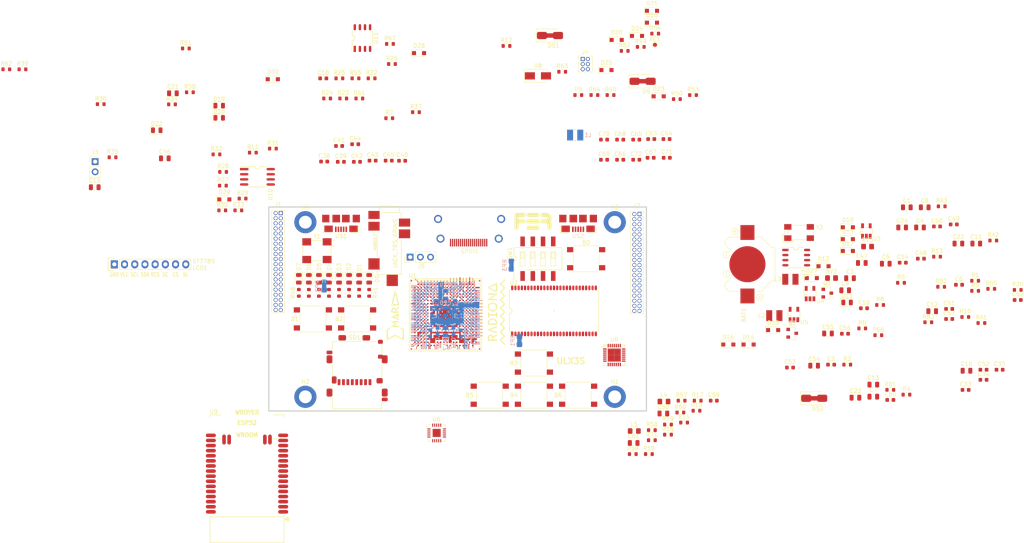
<source format=kicad_pcb>
(kicad_pcb (version 20171130) (host pcbnew "(5.1.8)-1")
  (title_block (rev v3.1.1))
  (layers (0 F.Cu signal) (1 In1.Cu signal hide) (2 In2.Cu signal) (31 B.Cu signal) (34 B.Paste user hide) (35 F.Paste user) (36 B.SilkS user hide) (37 F.SilkS user) (38 B.Mask user hide) (39 F.Mask user hide) (44 Edge.Cuts user))
  (net 0 "")
  (net 1 GND)
  (net 2 +5V)
  (net 3 /gpio/IN5V)
  (net 4 /gpio/OUT5V)
  (net 5 +3V3)
  (net 6 BTN_D)
  (net 7 BTN_F1)
  (net 8 BTN_F2)
  (net 9 BTN_L)
  (net 10 BTN_R)
  (net 11 BTN_U)
  (net 12 /power/FB1)
  (net 13 +2V5)
  (net 14 /power/PWREN)
  (net 15 /power/FB3)
  (net 16 /power/FB2)
  (net 17 /power/VBAT)
  (net 18 JTAG_TDI)
  (net 19 JTAG_TCK)
  (net 20 JTAG_TMS)
  (net 21 JTAG_TDO)
  (net 22 /power/WAKEUPn)
  (net 23 /power/WKUP)
  (net 24 /power/SHUT)
  (net 25 /power/WAKE)
  (net 26 /power/HOLD)
  (net 27 /power/WKn)
  (net 28 /power/OSCI_32k)
  (net 29 /power/OSCO_32k)
  (net 30 SHUTDOWN)
  (net 31 GPDI_SDA)
  (net 32 GPDI_SCL)
  (net 33 /gpdi/VREF2)
  (net 34 SD_CMD)
  (net 35 SD_CLK)
  (net 36 SD_D0)
  (net 37 SD_D1)
  (net 38 USB5V)
  (net 39 nRESET)
  (net 40 FTDI_nDTR)
  (net 41 SDRAM_CKE)
  (net 42 SDRAM_A7)
  (net 43 SDRAM_D15)
  (net 44 SDRAM_BA1)
  (net 45 SDRAM_D7)
  (net 46 SDRAM_A6)
  (net 47 SDRAM_CLK)
  (net 48 SDRAM_D13)
  (net 49 SDRAM_BA0)
  (net 50 SDRAM_D6)
  (net 51 SDRAM_A5)
  (net 52 SDRAM_D14)
  (net 53 SDRAM_A11)
  (net 54 SDRAM_D12)
  (net 55 SDRAM_D5)
  (net 56 SDRAM_A4)
  (net 57 SDRAM_A10)
  (net 58 SDRAM_D11)
  (net 59 SDRAM_A3)
  (net 60 SDRAM_D4)
  (net 61 SDRAM_D10)
  (net 62 SDRAM_D9)
  (net 63 SDRAM_A9)
  (net 64 SDRAM_D3)
  (net 65 SDRAM_D8)
  (net 66 SDRAM_A8)
  (net 67 SDRAM_A2)
  (net 68 SDRAM_A1)
  (net 69 SDRAM_A0)
  (net 70 SDRAM_D2)
  (net 71 SDRAM_D1)
  (net 72 SDRAM_D0)
  (net 73 SDRAM_DQM0)
  (net 74 SDRAM_nCS)
  (net 75 SDRAM_nRAS)
  (net 76 SDRAM_DQM1)
  (net 77 SDRAM_nCAS)
  (net 78 SDRAM_nWE)
  (net 79 /flash/FLASH_nWP)
  (net 80 /flash/FLASH_nHOLD)
  (net 81 /flash/FLASH_MOSI)
  (net 82 /flash/FLASH_MISO)
  (net 83 /flash/FLASH_SCK)
  (net 84 /flash/FLASH_nCS)
  (net 85 /flash/FPGA_PROGRAMN)
  (net 86 /flash/FPGA_DONE)
  (net 87 /flash/FPGA_INITN)
  (net 88 OLED_RES)
  (net 89 OLED_DC)
  (net 90 OLED_CS)
  (net 91 WIFI_EN)
  (net 92 FTDI_nRTS)
  (net 93 FTDI_TXD)
  (net 94 FTDI_RXD)
  (net 95 WIFI_RXD)
  (net 96 WIFI_GPIO0)
  (net 97 WIFI_TXD)
  (net 98 USB_FTDI_D+)
  (net 99 USB_FTDI_D-)
  (net 100 SD_D3)
  (net 101 AUDIO_L3)
  (net 102 AUDIO_L2)
  (net 103 AUDIO_L1)
  (net 104 AUDIO_L0)
  (net 105 AUDIO_R3)
  (net 106 AUDIO_R2)
  (net 107 AUDIO_R1)
  (net 108 AUDIO_R0)
  (net 109 OLED_CLK)
  (net 110 OLED_MOSI)
  (net 111 LED0)
  (net 112 LED1)
  (net 113 LED2)
  (net 114 LED3)
  (net 115 LED4)
  (net 116 LED5)
  (net 117 LED6)
  (net 118 LED7)
  (net 119 BTN_PWRn)
  (net 120 FTDI_nTXLED)
  (net 121 FTDI_nSLEEP)
  (net 122 /blinkey/LED_PWREN)
  (net 123 /blinkey/LED_TXLED)
  (net 124 SD_D2)
  (net 125 CLK_25MHz)
  (net 126 /blinkey/BTNPUL)
  (net 127 /blinkey/BTNPUR)
  (net 128 USB_FPGA_D+)
  (net 129 /power/FTDI_nSUSPEND)
  (net 130 /blinkey/ALED0)
  (net 131 /blinkey/ALED1)
  (net 132 /blinkey/ALED2)
  (net 133 /blinkey/ALED3)
  (net 134 /blinkey/ALED4)
  (net 135 /blinkey/ALED5)
  (net 136 /blinkey/ALED6)
  (net 137 /blinkey/ALED7)
  (net 138 /usb/FTD-)
  (net 139 /usb/FTD+)
  (net 140 ADC_MISO)
  (net 141 ADC_MOSI)
  (net 142 ADC_CSn)
  (net 143 ADC_SCLK)
  (net 144 SW3)
  (net 145 SW2)
  (net 146 SW1)
  (net 147 USB_FPGA_D-)
  (net 148 /usb/FPD+)
  (net 149 /usb/FPD-)
  (net 150 /usb/ANT_433MHz)
  (net 151 /power/P3V3)
  (net 152 /power/P2V5)
  (net 153 /power/L1)
  (net 154 /power/L3)
  (net 155 /power/L2)
  (net 156 FTDI_TXDEN)
  (net 157 SDRAM_A12)
  (net 158 /analog/AUDIO_V)
  (net 159 AUDIO_V3)
  (net 160 AUDIO_V2)
  (net 161 AUDIO_V1)
  (net 162 AUDIO_V0)
  (net 163 /blinkey/LED_WIFI)
  (net 164 /power/P1V1)
  (net 165 +1V1)
  (net 166 SW4)
  (net 167 /blinkey/SWPU)
  (net 168 /wifi/WIFIEN)
  (net 169 FT2V5)
  (net 170 GN0)
  (net 171 GP0)
  (net 172 GN1)
  (net 173 GP1)
  (net 174 GN2)
  (net 175 GP2)
  (net 176 GN3)
  (net 177 GP3)
  (net 178 GN4)
  (net 179 GP4)
  (net 180 GN5)
  (net 181 GP5)
  (net 182 GN6)
  (net 183 GP6)
  (net 184 GN14)
  (net 185 GP14)
  (net 186 GN15)
  (net 187 GP15)
  (net 188 GN16)
  (net 189 GP16)
  (net 190 GN17)
  (net 191 GP17)
  (net 192 GN18)
  (net 193 GP18)
  (net 194 GN19)
  (net 195 GP19)
  (net 196 GN20)
  (net 197 GP20)
  (net 198 GN21)
  (net 199 GP21)
  (net 200 GN22)
  (net 201 GP22)
  (net 202 GN23)
  (net 203 GP23)
  (net 204 GN24)
  (net 205 GP24)
  (net 206 GN25)
  (net 207 GP25)
  (net 208 GN26)
  (net 209 GP26)
  (net 210 GN27)
  (net 211 GP27)
  (net 212 GN7)
  (net 213 GP7)
  (net 214 GN8)
  (net 215 GP8)
  (net 216 GN9)
  (net 217 GP9)
  (net 218 GN10)
  (net 219 GP10)
  (net 220 GN11)
  (net 221 GP11)
  (net 222 GN12)
  (net 223 GP12)
  (net 224 GN13)
  (net 225 GP13)
  (net 226 USB_FPGA_PULL_D+)
  (net 227 USB_FPGA_PULL_D-)
  (net 228 "Net-(D23-Pad2)")
  (net 229 "Net-(D24-Pad1)")
  (net 230 "Net-(D25-Pad2)")
  (net 231 "Net-(D26-Pad1)")
  (net 232 /gpdi/GPDI_D2-)
  (net 233 FPDI_D2-)
  (net 234 /gpdi/GPDI_D1-)
  (net 235 FPDI_D1-)
  (net 236 /gpdi/GPDI_D0-)
  (net 237 FPDI_D0-)
  (net 238 /gpdi/GPDI_CLK-)
  (net 239 FPDI_CLK-)
  (net 240 /gpdi/GPDI_D2+)
  (net 241 FPDI_D2+)
  (net 242 /gpdi/GPDI_D1+)
  (net 243 FPDI_D1+)
  (net 244 /gpdi/GPDI_D0+)
  (net 245 FPDI_D0+)
  (net 246 /gpdi/GPDI_CLK+)
  (net 247 FPDI_CLK+)
  (net 248 FPDI_SDA)
  (net 249 FPDI_SCL)
  (net 250 2V5_3V3)
  (net 251 /usb/US2VBUS)
  (net 252 /power/SHD)
  (net 253 /power/RTCVDD)
  (net 254 "Net-(D27-Pad2)")
  (net 255 US2_ID)
  (net 256 /analog/AUDIO_L)
  (net 257 /analog/AUDIO_R)
  (net 258 /analog/ADC3V3)
  (net 259 PWRBTn)
  (net 260 USER_PROGRAMN)
  (net 261 FTDI_nRXLED)
  (net 262 /analog/ADCD3V3)
  (net 263 WIFI_GPIO19)
  (net 264 WIFI_GPIO22)
  (net 265 WIFI_GPIO21)
  (net 266 OLED_BL)
  (net 267 "Net-(AUDIO1-Pad5)")
  (net 268 "Net-(AUDIO1-Pad6)")
  (net 269 "Net-(U1-PadW14)")
  (net 270 "Net-(U1-PadW13)")
  (net 271 "Net-(U1-PadW9)")
  (net 272 "Net-(U1-PadW8)")
  (net 273 "Net-(U1-PadW5)")
  (net 274 "Net-(U1-PadW4)")
  (net 275 "Net-(U1-PadT16)")
  (net 276 "Net-(U1-PadR3)")
  (net 277 SD_WP)
  (net 278 SD_CD)
  (net 279 "Net-(U1-PadM5)")
  (net 280 "Net-(U1-PadK17)")
  (net 281 "Net-(U1-PadK16)")
  (net 282 "Net-(U1-PadE11)")
  (net 283 "Net-(U1-PadE10)")
  (net 284 "Net-(U1-PadD12)")
  (net 285 "Net-(U1-PadD11)")
  (net 286 "Net-(U1-PadD10)")
  (net 287 "Net-(U1-PadD9)")
  (net 288 "Net-(U1-PadC9)")
  (net 289 "Net-(U1-PadA15)")
  (net 290 "Net-(U8-Pad25)")
  (net 291 "Net-(U8-Pad12)")
  (net 292 "Net-(U9-Pad27)")
  (net 293 "Net-(U9-Pad28)")
  (net 294 "Net-(U9-Pad32)")
  (net 295 "Net-(US1-Pad4)")
  (net 296 "Net-(Y2-Pad3)")
  (net 297 "Net-(Y2-Pad2)")
  (net 298 WIFI_GPIO27)
  (net 299 WIFI_GPIO26)
  (net 300 WIFI_GPIO25)
  (net 301 WIFI_GPIO35)
  (net 302 "Net-(U1-PadY17)")
  (net 303 "Net-(U1-PadY16)")
  (net 304 /wifi/SD3V3)
  (net 305 "Net-(SD1-Pad10)")
  (net 306 "Net-(SD1-Pad12)")
  (net 307 "Net-(SD1-Pad11)")
  (net 308 "Net-(C69-Pad1)")
  (net 309 "Net-(C70-Pad2)")
  (net 310 /serdes/SRCLKP)
  (net 311 /serdes/SRCLKN)
  (net 312 "Net-(U1-PadY19)")
  (net 313 "Net-(U1-PadW20)")
  (net 314 /gpdi/GPDI_HPD)
  (net 315 /gpdi/GPDI_UTIL)
  (net 316 /gpdi/GPDI_CEC)
  (net 317 FPDI_UTIL)
  (net 318 FPDI_CEC)
  (net 319 FPDI_HPD)
  (net 320 /serdes/SRXP00)
  (net 321 /serdes/SRXN00)
  (net 322 /serdes/SRXP01)
  (net 323 /serdes/SRXN01)
  (net 324 /serdes/SRXP10)
  (net 325 /serdes/SRXN10)
  (net 326 "Net-(C71-Pad1)")
  (net 327 /serdes/STXP11)
  (net 328 "Net-(C72-Pad2)")
  (net 329 /serdes/STXN11)
  (module Capacitor_SMD:C_0805_2012Metric (layer B.Cu) (at 134.88 85.6 90)
    (fp_text reference C19 (at 2.4 0) (layer B.SilkS) (effects (justify mirror)))
    (fp_text value 2.2uF)
    (pad 2 smd roundrect (at 0.95 0 90) (size 1 1.45) (layers B.Cu B.Paste B.Mask) (net 1 GND))
    (pad 1 smd roundrect (at -0.95 0 90) (size 1 1.45) (layers B.Cu B.Paste B.Mask) (net 13 +2V5))
  )
  (module lfe5bg381:BGA-381_pitch0.8mm_dia0.4mm (layer F.Cu) (at 134.88 90.6)
    (fp_text reference U1 (at -8.2 -9.8) (layer F.SilkS))
    (fp_text value LFE5U-85F-6BG381C hide)
    (pad X smd oval (at -8.5 -8.5) (size 0.508 0.127) (layers F.Cu F.Mask))
    (pad X smd oval (at -8.5 -8.5) (size 0.127 0.508) (layers F.Cu F.Mask))
    (pad X smd oval (at 8.5 8.5) (size 0.127 0.508) (layers F.Cu F.Mask))
    (pad X smd oval (at 8.5 8.5) (size 0.508 0.127) (layers F.Cu F.Mask))
    (pad X smd oval (at -8.5 8.5) (size 0.508 0.127) (layers F.Cu F.Mask))
    (pad X smd oval (at -8.5 8.5) (size 0.127 0.508) (layers F.Cu F.Mask))
    (pad X smd oval (at 8.5 -8.5) (size 0.508 0.127) (layers F.Cu F.Mask))
    (pad X smd oval (at 8.5 -8.5) (size 0.127 0.508) (layers F.Cu F.Mask))
    (pad A2 smd circle (at -6.8 -7.6) (size 0.4 0.4) (layers F.Cu F.Paste F.Mask) (net 217 GP9))
    (pad A3 smd circle (at -6 -7.6) (size 0.4 0.4) (layers F.Cu F.Paste F.Mask) (net 108 AUDIO_R0))
    (pad A4 smd circle (at -5.2 -7.6) (size 0.4 0.4) (layers F.Cu F.Paste F.Mask) (net 215 GP8))
    (pad A5 smd circle (at -4.4 -7.6) (size 0.4 0.4) (layers F.Cu F.Paste F.Mask) (net 214 GN8))
    (pad A6 smd circle (at -3.6 -7.6) (size 0.4 0.4) (layers F.Cu F.Paste F.Mask) (net 213 GP7))
    (pad A7 smd circle (at -2.8 -7.6) (size 0.4 0.4) (layers F.Cu F.Paste F.Mask) (net 179 GP4))
    (pad A8 smd circle (at -2 -7.6) (size 0.4 0.4) (layers F.Cu F.Paste F.Mask) (net 178 GN4))
    (pad A9 smd circle (at -1.2 -7.6) (size 0.4 0.4) (layers F.Cu F.Paste F.Mask) (net 175 GP2))
    (pad A10 smd circle (at -0.4 -7.6) (size 0.4 0.4) (layers F.Cu F.Paste F.Mask) (net 173 GP1))
    (pad A11 smd circle (at 0.4 -7.6) (size 0.4 0.4) (layers F.Cu F.Paste F.Mask) (net 172 GN1))
    (pad A12 smd circle (at 1.2 -7.6) (size 0.4 0.4) (layers F.Cu F.Paste F.Mask) (net 241 FPDI_D2+))
    (pad A13 smd circle (at 2 -7.6) (size 0.4 0.4) (layers F.Cu F.Paste F.Mask) (net 233 FPDI_D2-))
    (pad A14 smd circle (at 2.8 -7.6) (size 0.4 0.4) (layers F.Cu F.Paste F.Mask) (net 243 FPDI_D1+))
    (pad A15 smd circle (at 3.6 -7.6) (size 0.4 0.4) (layers F.Cu F.Paste F.Mask) (net 289 "Net-(U1-PadA15)"))
    (pad A16 smd circle (at 4.4 -7.6) (size 0.4 0.4) (layers F.Cu F.Paste F.Mask) (net 245 FPDI_D0+))
    (pad A17 smd circle (at 5.2 -7.6) (size 0.4 0.4) (layers F.Cu F.Paste F.Mask) (net 247 FPDI_CLK+))
    (pad A18 smd circle (at 6 -7.6) (size 0.4 0.4) (layers F.Cu F.Paste F.Mask) (net 318 FPDI_CEC))
    (pad A19 smd circle (at 6.8 -7.6) (size 0.4 0.4) (layers F.Cu F.Paste F.Mask) (net 317 FPDI_UTIL))
    (pad B1 smd circle (at -7.6 -6.8) (size 0.4 0.4) (layers F.Cu F.Paste F.Mask) (net 216 GN9))
    (pad B2 smd circle (at -6.8 -6.8) (size 0.4 0.4) (layers F.Cu F.Paste F.Mask) (net 111 LED0))
    (pad B3 smd circle (at -6 -6.8) (size 0.4 0.4) (layers F.Cu F.Paste F.Mask) (net 101 AUDIO_L3))
    (pad B4 smd circle (at -5.2 -6.8) (size 0.4 0.4) (layers F.Cu F.Paste F.Mask) (net 218 GN10))
    (pad B5 smd circle (at -4.4 -6.8) (size 0.4 0.4) (layers F.Cu F.Paste F.Mask) (net 107 AUDIO_R1))
    (pad B6 smd circle (at -3.6 -6.8) (size 0.4 0.4) (layers F.Cu F.Paste F.Mask) (net 212 GN7))
    (pad B7 smd circle (at -2.8 -6.8) (size 0.4 0.4) (layers F.Cu F.Paste F.Mask) (net 1 GND))
    (pad B8 smd circle (at -2 -6.8) (size 0.4 0.4) (layers F.Cu F.Paste F.Mask) (net 180 GN5))
    (pad B9 smd circle (at -1.2 -6.8) (size 0.4 0.4) (layers F.Cu F.Paste F.Mask) (net 177 GP3))
    (pad B10 smd circle (at -0.4 -6.8) (size 0.4 0.4) (layers F.Cu F.Paste F.Mask) (net 174 GN2))
    (pad B11 smd circle (at 0.4 -6.8) (size 0.4 0.4) (layers F.Cu F.Paste F.Mask) (net 171 GP0))
    (pad B12 smd circle (at 1.2 -6.8) (size 0.4 0.4) (layers F.Cu F.Paste F.Mask) (net 226 USB_FPGA_PULL_D+))
    (pad B13 smd circle (at 2 -6.8) (size 0.4 0.4) (layers F.Cu F.Paste F.Mask) (net 209 GP26))
    (pad B14 smd circle (at 2.8 -6.8) (size 0.4 0.4) (layers F.Cu F.Paste F.Mask) (net 1 GND))
    (pad B15 smd circle (at 3.6 -6.8) (size 0.4 0.4) (layers F.Cu F.Paste F.Mask) (net 201 GP22))
    (pad B16 smd circle (at 4.4 -6.8) (size 0.4 0.4) (layers F.Cu F.Paste F.Mask) (net 237 FPDI_D0-))
    (pad B17 smd circle (at 5.2 -6.8) (size 0.4 0.4) (layers F.Cu F.Paste F.Mask) (net 203 GP23))
    (pad B18 smd circle (at 6 -6.8) (size 0.4 0.4) (layers F.Cu F.Paste F.Mask) (net 239 FPDI_CLK-))
    (pad B19 smd circle (at 6.8 -6.8) (size 0.4 0.4) (layers F.Cu F.Paste F.Mask) (net 248 FPDI_SDA))
    (pad B20 smd circle (at 7.6 -6.8) (size 0.4 0.4) (layers F.Cu F.Paste F.Mask) (net 319 FPDI_HPD))
    (pad C1 smd circle (at -7.6 -6) (size 0.4 0.4) (layers F.Cu F.Paste F.Mask) (net 113 LED2))
    (pad C2 smd circle (at -6.8 -6) (size 0.4 0.4) (layers F.Cu F.Paste F.Mask) (net 112 LED1))
    (pad C3 smd circle (at -6 -6) (size 0.4 0.4) (layers F.Cu F.Paste F.Mask) (net 102 AUDIO_L2))
    (pad C4 smd circle (at -5.2 -6) (size 0.4 0.4) (layers F.Cu F.Paste F.Mask) (net 219 GP10))
    (pad C5 smd circle (at -4.4 -6) (size 0.4 0.4) (layers F.Cu F.Paste F.Mask) (net 105 AUDIO_R3))
    (pad C6 smd circle (at -3.6 -6) (size 0.4 0.4) (layers F.Cu F.Paste F.Mask) (net 183 GP6))
    (pad C7 smd circle (at -2.8 -6) (size 0.4 0.4) (layers F.Cu F.Paste F.Mask) (net 182 GN6))
    (pad C8 smd circle (at -2 -6) (size 0.4 0.4) (layers F.Cu F.Paste F.Mask) (net 181 GP5))
    (pad C9 smd circle (at -1.2 -6) (size 0.4 0.4) (layers F.Cu F.Paste F.Mask) (net 288 "Net-(U1-PadC9)"))
    (pad C10 smd circle (at -0.4 -6) (size 0.4 0.4) (layers F.Cu F.Paste F.Mask) (net 176 GN3))
    (pad C11 smd circle (at 0.4 -6) (size 0.4 0.4) (layers F.Cu F.Paste F.Mask) (net 170 GN0))
    (pad C12 smd circle (at 1.2 -6) (size 0.4 0.4) (layers F.Cu F.Paste F.Mask) (net 227 USB_FPGA_PULL_D-))
    (pad C13 smd circle (at 2 -6) (size 0.4 0.4) (layers F.Cu F.Paste F.Mask) (net 208 GN26))
    (pad C14 smd circle (at 2.8 -6) (size 0.4 0.4) (layers F.Cu F.Paste F.Mask) (net 235 FPDI_D1-))
    (pad C15 smd circle (at 3.6 -6) (size 0.4 0.4) (layers F.Cu F.Paste F.Mask) (net 200 GN22))
    (pad C16 smd circle (at 4.4 -6) (size 0.4 0.4) (layers F.Cu F.Paste F.Mask) (net 205 GP24))
    (pad C17 smd circle (at 5.2 -6) (size 0.4 0.4) (layers F.Cu F.Paste F.Mask) (net 202 GN23))
    (pad C18 smd circle (at 6 -6) (size 0.4 0.4) (layers F.Cu F.Paste F.Mask) (net 199 GP21))
    (pad C19 smd circle (at 6.8 -6) (size 0.4 0.4) (layers F.Cu F.Paste F.Mask) (net 1 GND))
    (pad C20 smd circle (at 7.6 -6) (size 0.4 0.4) (layers F.Cu F.Paste F.Mask) (net 58 SDRAM_D11))
    (pad D1 smd circle (at -7.6 -5.2) (size 0.4 0.4) (layers F.Cu F.Paste F.Mask) (net 115 LED4))
    (pad D2 smd circle (at -6.8 -5.2) (size 0.4 0.4) (layers F.Cu F.Paste F.Mask) (net 114 LED3))
    (pad D3 smd circle (at -6 -5.2) (size 0.4 0.4) (layers F.Cu F.Paste F.Mask) (net 103 AUDIO_L1))
    (pad D4 smd circle (at -5.2 -5.2) (size 0.4 0.4) (layers F.Cu F.Paste F.Mask) (net 1 GND))
    (pad D5 smd circle (at -4.4 -5.2) (size 0.4 0.4) (layers F.Cu F.Paste F.Mask) (net 106 AUDIO_R2))
    (pad D6 smd circle (at -3.6 -5.2) (size 0.4 0.4) (layers F.Cu F.Paste F.Mask) (net 119 BTN_PWRn))
    (pad D7 smd circle (at -2.8 -5.2) (size 0.4 0.4) (layers F.Cu F.Paste F.Mask) (net 144 SW3))
    (pad D8 smd circle (at -2 -5.2) (size 0.4 0.4) (layers F.Cu F.Paste F.Mask) (net 145 SW2))
    (pad D9 smd circle (at -1.2 -5.2) (size 0.4 0.4) (layers F.Cu F.Paste F.Mask) (net 287 "Net-(U1-PadD9)"))
    (pad D10 smd circle (at -0.4 -5.2) (size 0.4 0.4) (layers F.Cu F.Paste F.Mask) (net 286 "Net-(U1-PadD10)"))
    (pad D11 smd circle (at 0.4 -5.2) (size 0.4 0.4) (layers F.Cu F.Paste F.Mask) (net 285 "Net-(U1-PadD11)"))
    (pad D12 smd circle (at 1.2 -5.2) (size 0.4 0.4) (layers F.Cu F.Paste F.Mask) (net 284 "Net-(U1-PadD12)"))
    (pad D13 smd circle (at 2 -5.2) (size 0.4 0.4) (layers F.Cu F.Paste F.Mask) (net 211 GP27))
    (pad D14 smd circle (at 2.8 -5.2) (size 0.4 0.4) (layers F.Cu F.Paste F.Mask) (net 207 GP25))
    (pad D15 smd circle (at 3.6 -5.2) (size 0.4 0.4) (layers F.Cu F.Paste F.Mask) (net 128 USB_FPGA_D+))
    (pad D16 smd circle (at 4.4 -5.2) (size 0.4 0.4) (layers F.Cu F.Paste F.Mask) (net 204 GN24))
    (pad D17 smd circle (at 5.2 -5.2) (size 0.4 0.4) (layers F.Cu F.Paste F.Mask) (net 198 GN21))
    (pad D18 smd circle (at 6 -5.2) (size 0.4 0.4) (layers F.Cu F.Paste F.Mask) (net 197 GP20))
    (pad D19 smd circle (at 6.8 -5.2) (size 0.4 0.4) (layers F.Cu F.Paste F.Mask) (net 61 SDRAM_D10))
    (pad D20 smd circle (at 7.6 -5.2) (size 0.4 0.4) (layers F.Cu F.Paste F.Mask) (net 62 SDRAM_D9))
    (pad E1 smd circle (at -7.6 -4.4) (size 0.4 0.4) (layers F.Cu F.Paste F.Mask) (net 117 LED6))
    (pad E2 smd circle (at -6.8 -4.4) (size 0.4 0.4) (layers F.Cu F.Paste F.Mask) (net 116 LED5))
    (pad E3 smd circle (at -6 -4.4) (size 0.4 0.4) (layers F.Cu F.Paste F.Mask) (net 220 GN11))
    (pad E4 smd circle (at -5.2 -4.4) (size 0.4 0.4) (layers F.Cu F.Paste F.Mask) (net 104 AUDIO_L0))
    (pad E5 smd circle (at -4.4 -4.4) (size 0.4 0.4) (layers F.Cu F.Paste F.Mask) (net 159 AUDIO_V3))
    (pad E6 smd circle (at -3.6 -4.4) (size 0.4 0.4) (layers F.Cu F.Paste F.Mask) (net 301 WIFI_GPIO35))
    (pad E7 smd circle (at -2.8 -4.4) (size 0.4 0.4) (layers F.Cu F.Paste F.Mask) (net 166 SW4))
    (pad E8 smd circle (at -2 -4.4) (size 0.4 0.4) (layers F.Cu F.Paste F.Mask) (net 146 SW1))
    (pad E9 smd circle (at -1.2 -4.4) (size 0.4 0.4) (layers F.Cu F.Paste F.Mask) (net 300 WIFI_GPIO25))
    (pad E10 smd circle (at -0.4 -4.4) (size 0.4 0.4) (layers F.Cu F.Paste F.Mask) (net 283 "Net-(U1-PadE10)"))
    (pad E11 smd circle (at 0.4 -4.4) (size 0.4 0.4) (layers F.Cu F.Paste F.Mask) (net 282 "Net-(U1-PadE11)"))
    (pad E12 smd circle (at 1.2 -4.4) (size 0.4 0.4) (layers F.Cu F.Paste F.Mask) (net 249 FPDI_SCL))
    (pad E13 smd circle (at 2 -4.4) (size 0.4 0.4) (layers F.Cu F.Paste F.Mask) (net 210 GN27))
    (pad E14 smd circle (at 2.8 -4.4) (size 0.4 0.4) (layers F.Cu F.Paste F.Mask) (net 206 GN25))
    (pad E15 smd circle (at 3.6 -4.4) (size 0.4 0.4) (layers F.Cu F.Paste F.Mask) (net 147 USB_FPGA_D-))
    (pad E16 smd circle (at 4.4 -4.4) (size 0.4 0.4) (layers F.Cu F.Paste F.Mask) (net 128 USB_FPGA_D+))
    (pad E17 smd circle (at 5.2 -4.4) (size 0.4 0.4) (layers F.Cu F.Paste F.Mask) (net 196 GN20))
    (pad E18 smd circle (at 6 -4.4) (size 0.4 0.4) (layers F.Cu F.Paste F.Mask) (net 54 SDRAM_D12))
    (pad E19 smd circle (at 6.8 -4.4) (size 0.4 0.4) (layers F.Cu F.Paste F.Mask) (net 65 SDRAM_D8))
    (pad E20 smd circle (at 7.6 -4.4) (size 0.4 0.4) (layers F.Cu F.Paste F.Mask) (net 76 SDRAM_DQM1))
    (pad F1 smd circle (at -7.6 -3.6) (size 0.4 0.4) (layers F.Cu F.Paste F.Mask) (net 264 WIFI_GPIO22))
    (pad F2 smd circle (at -6.8 -3.6) (size 0.4 0.4) (layers F.Cu F.Paste F.Mask) (net 161 AUDIO_V1))
    (pad F3 smd circle (at -6 -3.6) (size 0.4 0.4) (layers F.Cu F.Paste F.Mask) (net 222 GN12))
    (pad F4 smd circle (at -5.2 -3.6) (size 0.4 0.4) (layers F.Cu F.Paste F.Mask) (net 221 GP11))
    (pad F5 smd circle (at -4.4 -3.6) (size 0.4 0.4) (layers F.Cu F.Paste F.Mask) (net 160 AUDIO_V2))
    (pad F6 smd circle (at -3.6 -3.6) (size 0.4 0.4) (layers F.Cu F.Paste F.Mask) (net 13 +2V5))
    (pad F7 smd circle (at -2.8 -3.6) (size 0.4 0.4) (layers F.Cu F.Paste F.Mask) (net 1 GND))
    (pad F8 smd circle (at -2 -3.6) (size 0.4 0.4) (layers F.Cu F.Paste F.Mask) (net 1 GND))
    (pad F9 smd circle (at -1.2 -3.6) (size 0.4 0.4) (layers F.Cu F.Paste F.Mask) (net 250 2V5_3V3))
    (pad F10 smd circle (at -0.4 -3.6) (size 0.4 0.4) (layers F.Cu F.Paste F.Mask) (net 250 2V5_3V3))
    (pad F11 smd circle (at 0.4 -3.6) (size 0.4 0.4) (layers F.Cu F.Paste F.Mask) (net 5 +3V3))
    (pad F12 smd circle (at 1.2 -3.6) (size 0.4 0.4) (layers F.Cu F.Paste F.Mask) (net 5 +3V3))
    (pad F13 smd circle (at 2 -3.6) (size 0.4 0.4) (layers F.Cu F.Paste F.Mask) (net 1 GND))
    (pad F14 smd circle (at 2.8 -3.6) (size 0.4 0.4) (layers F.Cu F.Paste F.Mask) (net 1 GND))
    (pad F15 smd circle (at 3.6 -3.6) (size 0.4 0.4) (layers F.Cu F.Paste F.Mask) (net 13 +2V5))
    (pad F16 smd circle (at 4.4 -3.6) (size 0.4 0.4) (layers F.Cu F.Paste F.Mask) (net 147 USB_FPGA_D-))
    (pad F17 smd circle (at 5.2 -3.6) (size 0.4 0.4) (layers F.Cu F.Paste F.Mask) (net 195 GP19))
    (pad F18 smd circle (at 6 -3.6) (size 0.4 0.4) (layers F.Cu F.Paste F.Mask) (net 48 SDRAM_D13))
    (pad F19 smd circle (at 6.8 -3.6) (size 0.4 0.4) (layers F.Cu F.Paste F.Mask) (net 47 SDRAM_CLK))
    (pad F20 smd circle (at 7.6 -3.6) (size 0.4 0.4) (layers F.Cu F.Paste F.Mask) (net 41 SDRAM_CKE))
    (pad G1 smd circle (at -7.6 -2.8) (size 0.4 0.4) (layers F.Cu F.Paste F.Mask) (net 150 /usb/ANT_433MHz))
    (pad G2 smd circle (at -6.8 -2.8) (size 0.4 0.4) (layers F.Cu F.Paste F.Mask) (net 125 CLK_25MHz))
    (pad G3 smd circle (at -6 -2.8) (size 0.4 0.4) (layers F.Cu F.Paste F.Mask) (net 223 GP12))
    (pad G4 smd circle (at -5.2 -2.8) (size 0.4 0.4) (layers F.Cu F.Paste F.Mask) (net 1 GND))
    (pad G5 smd circle (at -4.4 -2.8) (size 0.4 0.4) (layers F.Cu F.Paste F.Mask) (net 224 GN13))
    (pad G6 smd circle (at -3.6 -2.8) (size 0.4 0.4) (layers F.Cu F.Paste F.Mask) (net 1 GND))
    (pad G7 smd circle (at -2.8 -2.8) (size 0.4 0.4) (layers F.Cu F.Paste F.Mask) (net 1 GND))
    (pad G8 smd circle (at -2 -2.8) (size 0.4 0.4) (layers F.Cu F.Paste F.Mask) (net 1 GND))
    (pad G9 smd circle (at -1.2 -2.8) (size 0.4 0.4) (layers F.Cu F.Paste F.Mask) (net 1 GND))
    (pad G10 smd circle (at -0.4 -2.8) (size 0.4 0.4) (layers F.Cu F.Paste F.Mask) (net 1 GND))
    (pad G11 smd circle (at 0.4 -2.8) (size 0.4 0.4) (layers F.Cu F.Paste F.Mask) (net 1 GND))
    (pad G12 smd circle (at 1.2 -2.8) (size 0.4 0.4) (layers F.Cu F.Paste F.Mask) (net 1 GND))
    (pad G13 smd circle (at 2 -2.8) (size 0.4 0.4) (layers F.Cu F.Paste F.Mask) (net 1 GND))
    (pad G14 smd circle (at 2.8 -2.8) (size 0.4 0.4) (layers F.Cu F.Paste F.Mask) (net 1 GND))
    (pad G15 smd circle (at 3.6 -2.8) (size 0.4 0.4) (layers F.Cu F.Paste F.Mask) (net 1 GND))
    (pad G16 smd circle (at 4.4 -2.8) (size 0.4 0.4) (layers F.Cu F.Paste F.Mask) (net 30 SHUTDOWN))
    (pad G17 smd circle (at 5.2 -2.8) (size 0.4 0.4) (layers F.Cu F.Paste F.Mask) (net 1 GND))
    (pad G18 smd circle (at 6 -2.8) (size 0.4 0.4) (layers F.Cu F.Paste F.Mask) (net 194 GN19))
    (pad G19 smd circle (at 6.8 -2.8) (size 0.4 0.4) (layers F.Cu F.Paste F.Mask) (net 157 SDRAM_A12))
    (pad G20 smd circle (at 7.6 -2.8) (size 0.4 0.4) (layers F.Cu F.Paste F.Mask) (net 53 SDRAM_A11))
    (pad H1 smd circle (at -7.6 -2) (size 0.4 0.4) (layers F.Cu F.Paste F.Mask) (net 37 SD_D1))
    (pad H2 smd circle (at -6.8 -2) (size 0.4 0.4) (layers F.Cu F.Paste F.Mask) (net 35 SD_CLK))
    (pad H3 smd circle (at -6 -2) (size 0.4 0.4) (layers F.Cu F.Paste F.Mask) (net 118 LED7))
    (pad H4 smd circle (at -5.2 -2) (size 0.4 0.4) (layers F.Cu F.Paste F.Mask) (net 225 GP13))
    (pad H5 smd circle (at -4.4 -2) (size 0.4 0.4) (layers F.Cu F.Paste F.Mask) (net 162 AUDIO_V0))
    (pad H6 smd circle (at -3.6 -2) (size 0.4 0.4) (layers F.Cu F.Paste F.Mask) (net 250 2V5_3V3))
    (pad H7 smd circle (at -2.8 -2) (size 0.4 0.4) (layers F.Cu F.Paste F.Mask) (net 250 2V5_3V3))
    (pad H8 smd circle (at -2 -2) (size 0.4 0.4) (layers F.Cu F.Paste F.Mask) (net 165 +1V1))
    (pad H9 smd circle (at -1.2 -2) (size 0.4 0.4) (layers F.Cu F.Paste F.Mask) (net 165 +1V1))
    (pad H10 smd circle (at -0.4 -2) (size 0.4 0.4) (layers F.Cu F.Paste F.Mask) (net 165 +1V1))
    (pad H11 smd circle (at 0.4 -2) (size 0.4 0.4) (layers F.Cu F.Paste F.Mask) (net 165 +1V1))
    (pad H12 smd circle (at 1.2 -2) (size 0.4 0.4) (layers F.Cu F.Paste F.Mask) (net 165 +1V1))
    (pad H13 smd circle (at 2 -2) (size 0.4 0.4) (layers F.Cu F.Paste F.Mask) (net 165 +1V1))
    (pad H14 smd circle (at 2.8 -2) (size 0.4 0.4) (layers F.Cu F.Paste F.Mask) (net 5 +3V3))
    (pad H15 smd circle (at 3.6 -2) (size 0.4 0.4) (layers F.Cu F.Paste F.Mask) (net 5 +3V3))
    (pad H16 smd circle (at 4.4 -2) (size 0.4 0.4) (layers F.Cu F.Paste F.Mask) (net 10 BTN_R))
    (pad H17 smd circle (at 5.2 -2) (size 0.4 0.4) (layers F.Cu F.Paste F.Mask) (net 192 GN18))
    (pad H18 smd circle (at 6 -2) (size 0.4 0.4) (layers F.Cu F.Paste F.Mask) (net 193 GP18))
    (pad H19 smd circle (at 6.8 -2) (size 0.4 0.4) (layers F.Cu F.Paste F.Mask) (net 1 GND))
    (pad H20 smd circle (at 7.6 -2) (size 0.4 0.4) (layers F.Cu F.Paste F.Mask) (net 63 SDRAM_A9))
    (pad J1 smd circle (at -7.6 -1.2) (size 0.4 0.4) (layers F.Cu F.Paste F.Mask) (net 34 SD_CMD))
    (pad J2 smd circle (at -6.8 -1.2) (size 0.4 0.4) (layers F.Cu F.Paste F.Mask) (net 1 GND))
    (pad J3 smd circle (at -6 -1.2) (size 0.4 0.4) (layers F.Cu F.Paste F.Mask) (net 36 SD_D0))
    (pad J4 smd circle (at -5.2 -1.2) (size 0.4 0.4) (layers F.Cu F.Paste F.Mask) (net 266 OLED_BL))
    (pad J5 smd circle (at -4.4 -1.2) (size 0.4 0.4) (layers F.Cu F.Paste F.Mask) (net 91 WIFI_EN))
    (pad J6 smd circle (at -3.6 -1.2) (size 0.4 0.4) (layers F.Cu F.Paste F.Mask) (net 250 2V5_3V3))
    (pad J7 smd circle (at -2.8 -1.2) (size 0.4 0.4) (layers F.Cu F.Paste F.Mask) (net 1 GND))
    (pad J8 smd circle (at -2 -1.2) (size 0.4 0.4) (layers F.Cu F.Paste F.Mask) (net 165 +1V1))
    (pad J9 smd circle (at -1.2 -1.2) (size 0.4 0.4) (layers F.Cu F.Paste F.Mask) (net 1 GND))
    (pad J10 smd circle (at -0.4 -1.2) (size 0.4 0.4) (layers F.Cu F.Paste F.Mask) (net 1 GND))
    (pad J11 smd circle (at 0.4 -1.2) (size 0.4 0.4) (layers F.Cu F.Paste F.Mask) (net 1 GND))
    (pad J12 smd circle (at 1.2 -1.2) (size 0.4 0.4) (layers F.Cu F.Paste F.Mask) (net 1 GND))
    (pad J13 smd circle (at 2 -1.2) (size 0.4 0.4) (layers F.Cu F.Paste F.Mask) (net 165 +1V1))
    (pad J14 smd circle (at 2.8 -1.2) (size 0.4 0.4) (layers F.Cu F.Paste F.Mask) (net 1 GND))
    (pad J15 smd circle (at 3.6 -1.2) (size 0.4 0.4) (layers F.Cu F.Paste F.Mask) (net 5 +3V3))
    (pad J16 smd circle (at 4.4 -1.2) (size 0.4 0.4) (layers F.Cu F.Paste F.Mask) (net 72 SDRAM_D0))
    (pad J17 smd circle (at 5.2 -1.2) (size 0.4 0.4) (layers F.Cu F.Paste F.Mask) (net 43 SDRAM_D15))
    (pad J18 smd circle (at 6 -1.2) (size 0.4 0.4) (layers F.Cu F.Paste F.Mask) (net 52 SDRAM_D14))
    (pad J19 smd circle (at 6.8 -1.2) (size 0.4 0.4) (layers F.Cu F.Paste F.Mask) (net 66 SDRAM_A8))
    (pad J20 smd circle (at 7.6 -1.2) (size 0.4 0.4) (layers F.Cu F.Paste F.Mask) (net 42 SDRAM_A7))
    (pad K1 smd circle (at -7.6 -0.4) (size 0.4 0.4) (layers F.Cu F.Paste F.Mask) (net 124 SD_D2))
    (pad K2 smd circle (at -6.8 -0.4) (size 0.4 0.4) (layers F.Cu F.Paste F.Mask) (net 100 SD_D3))
    (pad K3 smd circle (at -6 -0.4) (size 0.4 0.4) (layers F.Cu F.Paste F.Mask) (net 95 WIFI_RXD))
    (pad K4 smd circle (at -5.2 -0.4) (size 0.4 0.4) (layers F.Cu F.Paste F.Mask) (net 97 WIFI_TXD))
    (pad K5 smd circle (at -4.4 -0.4) (size 0.4 0.4) (layers F.Cu F.Paste F.Mask) (net 265 WIFI_GPIO21))
    (pad K6 smd circle (at -3.6 -0.4) (size 0.4 0.4) (layers F.Cu F.Paste F.Mask) (net 1 GND))
    (pad K7 smd circle (at -2.8 -0.4) (size 0.4 0.4) (layers F.Cu F.Paste F.Mask) (net 1 GND))
    (pad K8 smd circle (at -2 -0.4) (size 0.4 0.4) (layers F.Cu F.Paste F.Mask) (net 165 +1V1))
    (pad K9 smd circle (at -1.2 -0.4) (size 0.4 0.4) (layers F.Cu F.Paste F.Mask) (net 1 GND))
    (pad K10 smd circle (at -0.4 -0.4) (size 0.4 0.4) (layers F.Cu F.Paste F.Mask) (net 1 GND))
    (pad K11 smd circle (at 0.4 -0.4) (size 0.4 0.4) (layers F.Cu F.Paste F.Mask) (net 1 GND))
    (pad K12 smd circle (at 1.2 -0.4) (size 0.4 0.4) (layers F.Cu F.Paste F.Mask) (net 1 GND))
    (pad K13 smd circle (at 2 -0.4) (size 0.4 0.4) (layers F.Cu F.Paste F.Mask) (net 165 +1V1))
    (pad K14 smd circle (at 2.8 -0.4) (size 0.4 0.4) (layers F.Cu F.Paste F.Mask) (net 1 GND))
    (pad K15 smd circle (at 3.6 -0.4) (size 0.4 0.4) (layers F.Cu F.Paste F.Mask) (net 1 GND))
    (pad K16 smd circle (at 4.4 -0.4) (size 0.4 0.4) (layers F.Cu F.Paste F.Mask) (net 281 "Net-(U1-PadK16)"))
    (pad K17 smd circle (at 5.2 -0.4) (size 0.4 0.4) (layers F.Cu F.Paste F.Mask) (net 280 "Net-(U1-PadK17)"))
    (pad K18 smd circle (at 6 -0.4) (size 0.4 0.4) (layers F.Cu F.Paste F.Mask) (net 46 SDRAM_A6))
    (pad K19 smd circle (at 6.8 -0.4) (size 0.4 0.4) (layers F.Cu F.Paste F.Mask) (net 51 SDRAM_A5))
    (pad K20 smd circle (at 7.6 -0.4) (size 0.4 0.4) (layers F.Cu F.Paste F.Mask) (net 56 SDRAM_A4))
    (pad L1 smd circle (at -7.6 0.4) (size 0.4 0.4) (layers F.Cu F.Paste F.Mask) (net 299 WIFI_GPIO26))
    (pad L2 smd circle (at -6.8 0.4) (size 0.4 0.4) (layers F.Cu F.Paste F.Mask) (net 96 WIFI_GPIO0))
    (pad L3 smd circle (at -6 0.4) (size 0.4 0.4) (layers F.Cu F.Paste F.Mask) (net 156 FTDI_TXDEN))
    (pad L4 smd circle (at -5.2 0.4) (size 0.4 0.4) (layers F.Cu F.Paste F.Mask) (net 94 FTDI_RXD))
    (pad L5 smd circle (at -4.4 0.4) (size 0.4 0.4) (layers F.Cu F.Paste F.Mask) (net 261 FTDI_nRXLED))
    (pad L6 smd circle (at -3.6 0.4) (size 0.4 0.4) (layers F.Cu F.Paste F.Mask) (net 5 +3V3))
    (pad L7 smd circle (at -2.8 0.4) (size 0.4 0.4) (layers F.Cu F.Paste F.Mask) (net 5 +3V3))
    (pad L8 smd circle (at -2 0.4) (size 0.4 0.4) (layers F.Cu F.Paste F.Mask) (net 165 +1V1))
    (pad L9 smd circle (at -1.2 0.4) (size 0.4 0.4) (layers F.Cu F.Paste F.Mask) (net 1 GND))
    (pad L10 smd circle (at -0.4 0.4) (size 0.4 0.4) (layers F.Cu F.Paste F.Mask) (net 1 GND))
    (pad L11 smd circle (at 0.4 0.4) (size 0.4 0.4) (layers F.Cu F.Paste F.Mask) (net 1 GND))
    (pad L12 smd circle (at 1.2 0.4) (size 0.4 0.4) (layers F.Cu F.Paste F.Mask) (net 1 GND))
    (pad L13 smd circle (at 2 0.4) (size 0.4 0.4) (layers F.Cu F.Paste F.Mask) (net 165 +1V1))
    (pad L14 smd circle (at 2.8 0.4) (size 0.4 0.4) (layers F.Cu F.Paste F.Mask) (net 5 +3V3))
    (pad L15 smd circle (at 3.6 0.4) (size 0.4 0.4) (layers F.Cu F.Paste F.Mask) (net 5 +3V3))
    (pad L16 smd circle (at 4.4 0.4) (size 0.4 0.4) (layers F.Cu F.Paste F.Mask) (net 191 GP17))
    (pad L17 smd circle (at 5.2 0.4) (size 0.4 0.4) (layers F.Cu F.Paste F.Mask) (net 190 GN17))
    (pad L18 smd circle (at 6 0.4) (size 0.4 0.4) (layers F.Cu F.Paste F.Mask) (net 71 SDRAM_D1))
    (pad L19 smd circle (at 6.8 0.4) (size 0.4 0.4) (layers F.Cu F.Paste F.Mask) (net 59 SDRAM_A3))
    (pad L20 smd circle (at 7.6 0.4) (size 0.4 0.4) (layers F.Cu F.Paste F.Mask) (net 67 SDRAM_A2))
    (pad M1 smd circle (at -7.6 1.2) (size 0.4 0.4) (layers F.Cu F.Paste F.Mask) (net 93 FTDI_TXD))
    (pad M2 smd circle (at -6.8 1.2) (size 0.4 0.4) (layers F.Cu F.Paste F.Mask) (net 1 GND))
    (pad M3 smd circle (at -6 1.2) (size 0.4 0.4) (layers F.Cu F.Paste F.Mask) (net 92 FTDI_nRTS))
    (pad M4 smd circle (at -5.2 1.2) (size 0.4 0.4) (layers F.Cu F.Paste F.Mask) (net 260 USER_PROGRAMN))
    (pad M5 smd circle (at -4.4 1.2) (size 0.4 0.4) (layers F.Cu F.Paste F.Mask) (net 279 "Net-(U1-PadM5)"))
    (pad M6 smd circle (at -3.6 1.2) (size 0.4 0.4) (layers F.Cu F.Paste F.Mask) (net 5 +3V3))
    (pad M7 smd circle (at -2.8 1.2) (size 0.4 0.4) (layers F.Cu F.Paste F.Mask) (net 1 GND))
    (pad M8 smd circle (at -2 1.2) (size 0.4 0.4) (layers F.Cu F.Paste F.Mask) (net 165 +1V1))
    (pad M9 smd circle (at -1.2 1.2) (size 0.4 0.4) (layers F.Cu F.Paste F.Mask) (net 1 GND))
    (pad M10 smd circle (at -0.4 1.2) (size 0.4 0.4) (layers F.Cu F.Paste F.Mask) (net 1 GND))
    (pad M11 smd circle (at 0.4 1.2) (size 0.4 0.4) (layers F.Cu F.Paste F.Mask) (net 1 GND))
    (pad M12 smd circle (at 1.2 1.2) (size 0.4 0.4) (layers F.Cu F.Paste F.Mask) (net 1 GND))
    (pad M13 smd circle (at 2 1.2) (size 0.4 0.4) (layers F.Cu F.Paste F.Mask) (net 165 +1V1))
    (pad M14 smd circle (at 2.8 1.2) (size 0.4 0.4) (layers F.Cu F.Paste F.Mask) (net 1 GND))
    (pad M15 smd circle (at 3.6 1.2) (size 0.4 0.4) (layers F.Cu F.Paste F.Mask) (net 5 +3V3))
    (pad M16 smd circle (at 4.4 1.2) (size 0.4 0.4) (layers F.Cu F.Paste F.Mask) (net 1 GND))
    (pad M17 smd circle (at 5.2 1.2) (size 0.4 0.4) (layers F.Cu F.Paste F.Mask) (net 188 GN16))
    (pad M18 smd circle (at 6 1.2) (size 0.4 0.4) (layers F.Cu F.Paste F.Mask) (net 70 SDRAM_D2))
    (pad M19 smd circle (at 6.8 1.2) (size 0.4 0.4) (layers F.Cu F.Paste F.Mask) (net 68 SDRAM_A1))
    (pad M20 smd circle (at 7.6 1.2) (size 0.4 0.4) (layers F.Cu F.Paste F.Mask) (net 69 SDRAM_A0))
    (pad N1 smd circle (at -7.6 2) (size 0.4 0.4) (layers F.Cu F.Paste F.Mask) (net 40 FTDI_nDTR))
    (pad N2 smd circle (at -6.8 2) (size 0.4 0.4) (layers F.Cu F.Paste F.Mask) (net 90 OLED_CS))
    (pad N3 smd circle (at -6 2) (size 0.4 0.4) (layers F.Cu F.Paste F.Mask) (net 298 WIFI_GPIO27))
    (pad N4 smd circle (at -5.2 2) (size 0.4 0.4) (layers F.Cu F.Paste F.Mask) (net 263 WIFI_GPIO19))
    (pad N5 smd circle (at -4.4 2) (size 0.4 0.4) (layers F.Cu F.Paste F.Mask) (net 278 SD_CD))
    (pad N6 smd circle (at -3.6 2) (size 0.4 0.4) (layers F.Cu F.Paste F.Mask) (net 1 GND))
    (pad N7 smd circle (at -2.8 2) (size 0.4 0.4) (layers F.Cu F.Paste F.Mask) (net 1 GND))
    (pad N8 smd circle (at -2 2) (size 0.4 0.4) (layers F.Cu F.Paste F.Mask) (net 165 +1V1))
    (pad N9 smd circle (at -1.2 2) (size 0.4 0.4) (layers F.Cu F.Paste F.Mask) (net 165 +1V1))
    (pad N10 smd circle (at -0.4 2) (size 0.4 0.4) (layers F.Cu F.Paste F.Mask) (net 165 +1V1))
    (pad N11 smd circle (at 0.4 2) (size 0.4 0.4) (layers F.Cu F.Paste F.Mask) (net 165 +1V1))
    (pad N12 smd circle (at 1.2 2) (size 0.4 0.4) (layers F.Cu F.Paste F.Mask) (net 165 +1V1))
    (pad N13 smd circle (at 2 2) (size 0.4 0.4) (layers F.Cu F.Paste F.Mask) (net 165 +1V1))
    (pad N14 smd circle (at 2.8 2) (size 0.4 0.4) (layers F.Cu F.Paste F.Mask) (net 1 GND))
    (pad N15 smd circle (at 3.6 2) (size 0.4 0.4) (layers F.Cu F.Paste F.Mask) (net 1 GND))
    (pad N16 smd circle (at 4.4 2) (size 0.4 0.4) (layers F.Cu F.Paste F.Mask) (net 189 GP16))
    (pad N17 smd circle (at 5.2 2) (size 0.4 0.4) (layers F.Cu F.Paste F.Mask) (net 187 GP15))
    (pad N18 smd circle (at 6 2) (size 0.4 0.4) (layers F.Cu F.Paste F.Mask) (net 64 SDRAM_D3))
    (pad N19 smd circle (at 6.8 2) (size 0.4 0.4) (layers F.Cu F.Paste F.Mask) (net 57 SDRAM_A10))
    (pad N20 smd circle (at 7.6 2) (size 0.4 0.4) (layers F.Cu F.Paste F.Mask) (net 44 SDRAM_BA1))
    (pad P1 smd circle (at -7.6 2.8) (size 0.4 0.4) (layers F.Cu F.Paste F.Mask) (net 89 OLED_DC))
    (pad P2 smd circle (at -6.8 2.8) (size 0.4 0.4) (layers F.Cu F.Paste F.Mask) (net 88 OLED_RES))
    (pad P3 smd circle (at -6 2.8) (size 0.4 0.4) (layers F.Cu F.Paste F.Mask) (net 110 OLED_MOSI))
    (pad P4 smd circle (at -5.2 2.8) (size 0.4 0.4) (layers F.Cu F.Paste F.Mask) (net 109 OLED_CLK))
    (pad P5 smd circle (at -4.4 2.8) (size 0.4 0.4) (layers F.Cu F.Paste F.Mask) (net 277 SD_WP))
    (pad P6 smd circle (at -3.6 2.8) (size 0.4 0.4) (layers F.Cu F.Paste F.Mask) (net 13 +2V5))
    (pad P7 smd circle (at -2.8 2.8) (size 0.4 0.4) (layers F.Cu F.Paste F.Mask) (net 1 GND))
    (pad P8 smd circle (at -2 2.8) (size 0.4 0.4) (layers F.Cu F.Paste F.Mask) (net 1 GND))
    (pad P9 smd circle (at -1.2 2.8) (size 0.4 0.4) (layers F.Cu F.Paste F.Mask) (net 5 +3V3))
    (pad P10 smd circle (at -0.4 2.8) (size 0.4 0.4) (layers F.Cu F.Paste F.Mask) (net 5 +3V3))
    (pad P11 smd circle (at 0.4 2.8) (size 0.4 0.4) (layers F.Cu F.Paste F.Mask) (net 1 GND))
    (pad P12 smd circle (at 1.2 2.8) (size 0.4 0.4) (layers F.Cu F.Paste F.Mask) (net 1 GND))
    (pad P13 smd circle (at 2 2.8) (size 0.4 0.4) (layers F.Cu F.Paste F.Mask) (net 1 GND))
    (pad P14 smd circle (at 2.8 2.8) (size 0.4 0.4) (layers F.Cu F.Paste F.Mask) (net 1 GND))
    (pad P15 smd circle (at 3.6 2.8) (size 0.4 0.4) (layers F.Cu F.Paste F.Mask) (net 13 +2V5))
    (pad P16 smd circle (at 4.4 2.8) (size 0.4 0.4) (layers F.Cu F.Paste F.Mask) (net 186 GN15))
    (pad P17 smd circle (at 5.2 2.8) (size 0.4 0.4) (layers F.Cu F.Paste F.Mask) (net 143 ADC_SCLK))
    (pad P18 smd circle (at 6 2.8) (size 0.4 0.4) (layers F.Cu F.Paste F.Mask) (net 60 SDRAM_D4))
    (pad P19 smd circle (at 6.8 2.8) (size 0.4 0.4) (layers F.Cu F.Paste F.Mask) (net 49 SDRAM_BA0))
    (pad P20 smd circle (at 7.6 2.8) (size 0.4 0.4) (layers F.Cu F.Paste F.Mask) (net 74 SDRAM_nCS))
    (pad R1 smd circle (at -7.6 3.6) (size 0.4 0.4) (layers F.Cu F.Paste F.Mask) (net 7 BTN_F1))
    (pad R2 smd circle (at -6.8 3.6) (size 0.4 0.4) (layers F.Cu F.Paste F.Mask) (net 84 /flash/FLASH_nCS))
    (pad R3 smd circle (at -6 3.6) (size 0.4 0.4) (layers F.Cu F.Paste F.Mask) (net 276 "Net-(U1-PadR3)"))
    (pad R4 smd circle (at -5.2 3.6) (size 0.4 0.4) (layers F.Cu F.Paste F.Mask) (net 1 GND))
    (pad R5 smd circle (at -4.4 3.6) (size 0.4 0.4) (layers F.Cu F.Paste F.Mask) (net 18 JTAG_TDI))
    (pad R16 smd circle (at 4.4 3.6) (size 0.4 0.4) (layers F.Cu F.Paste F.Mask) (net 141 ADC_MOSI))
    (pad R17 smd circle (at 5.2 3.6) (size 0.4 0.4) (layers F.Cu F.Paste F.Mask) (net 142 ADC_CSn))
    (pad R18 smd circle (at 6 3.6) (size 0.4 0.4) (layers F.Cu F.Paste F.Mask) (net 11 BTN_U))
    (pad R19 smd circle (at 6.8 3.6) (size 0.4 0.4) (layers F.Cu F.Paste F.Mask) (net 1 GND))
    (pad R20 smd circle (at 7.6 3.6) (size 0.4 0.4) (layers F.Cu F.Paste F.Mask) (net 75 SDRAM_nRAS))
    (pad T1 smd circle (at -7.6 4.4) (size 0.4 0.4) (layers F.Cu F.Paste F.Mask) (net 8 BTN_F2))
    (pad T2 smd circle (at -6.8 4.4) (size 0.4 0.4) (layers F.Cu F.Paste F.Mask) (net 5 +3V3))
    (pad T3 smd circle (at -6 4.4) (size 0.4 0.4) (layers F.Cu F.Paste F.Mask) (net 5 +3V3))
    (pad T4 smd circle (at -5.2 4.4) (size 0.4 0.4) (layers F.Cu F.Paste F.Mask) (net 5 +3V3))
    (pad T5 smd circle (at -4.4 4.4) (size 0.4 0.4) (layers F.Cu F.Paste F.Mask) (net 19 JTAG_TCK))
    (pad T6 smd circle (at -3.6 4.4) (size 0.4 0.4) (layers F.Cu F.Paste F.Mask) (net 165 +1V1))
    (pad T7 smd circle (at -2.8 4.4) (size 0.4 0.4) (layers F.Cu F.Paste F.Mask) (net 165 +1V1))
    (pad T8 smd circle (at -2 4.4) (size 0.4 0.4) (layers F.Cu F.Paste F.Mask) (net 165 +1V1))
    (pad T9 smd circle (at -1.2 4.4) (size 0.4 0.4) (layers F.Cu F.Paste F.Mask) (net 165 +1V1))
    (pad T10 smd circle (at -0.4 4.4) (size 0.4 0.4) (layers F.Cu F.Paste F.Mask) (net 165 +1V1))
    (pad T11 smd circle (at 0.4 4.4) (size 0.4 0.4) (layers F.Cu F.Paste F.Mask) (net 165 +1V1))
    (pad T12 smd circle (at 1.2 4.4) (size 0.4 0.4) (layers F.Cu F.Paste F.Mask) (net 165 +1V1))
    (pad T13 smd circle (at 2 4.4) (size 0.4 0.4) (layers F.Cu F.Paste F.Mask) (net 165 +1V1))
    (pad T14 smd circle (at 2.8 4.4) (size 0.4 0.4) (layers F.Cu F.Paste F.Mask) (net 165 +1V1))
    (pad T15 smd circle (at 3.6 4.4) (size 0.4 0.4) (layers F.Cu F.Paste F.Mask) (net 165 +1V1))
    (pad T16 smd circle (at 4.4 4.4) (size 0.4 0.4) (layers F.Cu F.Paste F.Mask) (net 275 "Net-(U1-PadT16)"))
    (pad T17 smd circle (at 5.2 4.4) (size 0.4 0.4) (layers F.Cu F.Paste F.Mask) (net 50 SDRAM_D6))
    (pad T18 smd circle (at 6 4.4) (size 0.4 0.4) (layers F.Cu F.Paste F.Mask) (net 55 SDRAM_D5))
    (pad T19 smd circle (at 6.8 4.4) (size 0.4 0.4) (layers F.Cu F.Paste F.Mask) (net 77 SDRAM_nCAS))
    (pad T20 smd circle (at 7.6 4.4) (size 0.4 0.4) (layers F.Cu F.Paste F.Mask) (net 78 SDRAM_nWE))
    (pad U1 smd circle (at -7.6 5.2) (size 0.4 0.4) (layers F.Cu F.Paste F.Mask) (net 9 BTN_L))
    (pad U2 smd circle (at -6.8 5.2) (size 0.4 0.4) (layers F.Cu F.Paste F.Mask) (net 5 +3V3))
    (pad U3 smd circle (at -6 5.2) (size 0.4 0.4) (layers F.Cu F.Paste F.Mask) (net 83 /flash/FLASH_SCK))
    (pad U4 smd circle (at -5.2 5.2) (size 0.4 0.4) (layers F.Cu F.Paste F.Mask) (net 1 GND))
    (pad U5 smd circle (at -4.4 5.2) (size 0.4 0.4) (layers F.Cu F.Paste F.Mask) (net 20 JTAG_TMS))
    (pad U6 smd circle (at -3.6 5.2) (size 0.4 0.4) (layers F.Cu F.Paste F.Mask) (net 165 +1V1))
    (pad U7 smd circle (at -2.8 5.2) (size 0.4 0.4) (layers F.Cu F.Paste F.Mask) (net 1 GND))
    (pad U8 smd circle (at -2 5.2) (size 0.4 0.4) (layers F.Cu F.Paste F.Mask) (net 1 GND))
    (pad U9 smd circle (at -1.2 5.2) (size 0.4 0.4) (layers F.Cu F.Paste F.Mask) (net 1 GND))
    (pad U10 smd circle (at -0.4 5.2) (size 0.4 0.4) (layers F.Cu F.Paste F.Mask) (net 1 GND))
    (pad U11 smd circle (at 0.4 5.2) (size 0.4 0.4) (layers F.Cu F.Paste F.Mask) (net 1 GND))
    (pad U12 smd circle (at 1.2 5.2) (size 0.4 0.4) (layers F.Cu F.Paste F.Mask) (net 1 GND))
    (pad U13 smd circle (at 2 5.2) (size 0.4 0.4) (layers F.Cu F.Paste F.Mask) (net 1 GND))
    (pad U14 smd circle (at 2.8 5.2) (size 0.4 0.4) (layers F.Cu F.Paste F.Mask) (net 1 GND))
    (pad U15 smd circle (at 3.6 5.2) (size 0.4 0.4) (layers F.Cu F.Paste F.Mask) (net 165 +1V1))
    (pad U16 smd circle (at 4.4 5.2) (size 0.4 0.4) (layers F.Cu F.Paste F.Mask) (net 140 ADC_MISO))
    (pad U17 smd circle (at 5.2 5.2) (size 0.4 0.4) (layers F.Cu F.Paste F.Mask) (net 184 GN14))
    (pad U18 smd circle (at 6 5.2) (size 0.4 0.4) (layers F.Cu F.Paste F.Mask) (net 185 GP14))
    (pad U19 smd circle (at 6.8 5.2) (size 0.4 0.4) (layers F.Cu F.Paste F.Mask) (net 73 SDRAM_DQM0))
    (pad U20 smd circle (at 7.6 5.2) (size 0.4 0.4) (layers F.Cu F.Paste F.Mask) (net 45 SDRAM_D7))
    (pad V1 smd circle (at -7.6 6) (size 0.4 0.4) (layers F.Cu F.Paste F.Mask) (net 6 BTN_D))
    (pad V2 smd circle (at -6.8 6) (size 0.4 0.4) (layers F.Cu F.Paste F.Mask) (net 82 /flash/FLASH_MISO))
    (pad V3 smd circle (at -6 6) (size 0.4 0.4) (layers F.Cu F.Paste F.Mask) (net 87 /flash/FPGA_INITN))
    (pad V4 smd circle (at -5.2 6) (size 0.4 0.4) (layers F.Cu F.Paste F.Mask) (net 21 JTAG_TDO))
    (pad V5 smd circle (at -4.4 6) (size 0.4 0.4) (layers F.Cu F.Paste F.Mask) (net 1 GND))
    (pad V6 smd circle (at -3.6 6) (size 0.4 0.4) (layers F.Cu F.Paste F.Mask) (net 1 GND))
    (pad V7 smd circle (at -2.8 6) (size 0.4 0.4) (layers F.Cu F.Paste F.Mask) (net 1 GND))
    (pad V8 smd circle (at -2 6) (size 0.4 0.4) (layers F.Cu F.Paste F.Mask) (net 1 GND))
    (pad V9 smd circle (at -1.2 6) (size 0.4 0.4) (layers F.Cu F.Paste F.Mask) (net 1 GND))
    (pad V10 smd circle (at -0.4 6) (size 0.4 0.4) (layers F.Cu F.Paste F.Mask) (net 13 +2V5))
    (pad V11 smd circle (at 0.4 6) (size 0.4 0.4) (layers F.Cu F.Paste F.Mask) (net 13 +2V5))
    (pad V12 smd circle (at 1.2 6) (size 0.4 0.4) (layers F.Cu F.Paste F.Mask) (net 1 GND))
    (pad V13 smd circle (at 2 6) (size 0.4 0.4) (layers F.Cu F.Paste F.Mask) (net 1 GND))
    (pad V14 smd circle (at 2.8 6) (size 0.4 0.4) (layers F.Cu F.Paste F.Mask) (net 1 GND))
    (pad V15 smd circle (at 3.6 6) (size 0.4 0.4) (layers F.Cu F.Paste F.Mask) (net 1 GND))
    (pad V16 smd circle (at 4.4 6) (size 0.4 0.4) (layers F.Cu F.Paste F.Mask) (net 1 GND))
    (pad V17 smd circle (at 5.2 6) (size 0.4 0.4) (layers F.Cu F.Paste F.Mask) (net 13 +2V5))
    (pad V18 smd circle (at 6 6) (size 0.4 0.4) (layers F.Cu F.Paste F.Mask) (net 13 +2V5))
    (pad V19 smd circle (at 6.8 6) (size 0.4 0.4) (layers F.Cu F.Paste F.Mask) (net 1 GND))
    (pad V20 smd circle (at 7.6 6) (size 0.4 0.4) (layers F.Cu F.Paste F.Mask) (net 1 GND))
    (pad W1 smd circle (at -7.6 6.8) (size 0.4 0.4) (layers F.Cu F.Paste F.Mask) (net 80 /flash/FLASH_nHOLD))
    (pad W2 smd circle (at -6.8 6.8) (size 0.4 0.4) (layers F.Cu F.Paste F.Mask) (net 81 /flash/FLASH_MOSI))
    (pad W3 smd circle (at -6 6.8) (size 0.4 0.4) (layers F.Cu F.Paste F.Mask) (net 85 /flash/FPGA_PROGRAMN))
    (pad W4 smd circle (at -5.2 6.8) (size 0.4 0.4) (layers F.Cu F.Paste F.Mask) (net 274 "Net-(U1-PadW4)"))
    (pad W5 smd circle (at -4.4 6.8) (size 0.4 0.4) (layers F.Cu F.Paste F.Mask) (net 273 "Net-(U1-PadW5)"))
    (pad W6 smd circle (at -3.6 6.8) (size 0.4 0.4) (layers F.Cu F.Paste F.Mask) (net 1 GND))
    (pad W7 smd circle (at -2.8 6.8) (size 0.4 0.4) (layers F.Cu F.Paste F.Mask) (net 1 GND))
    (pad W8 smd circle (at -2 6.8) (size 0.4 0.4) (layers F.Cu F.Paste F.Mask) (net 272 "Net-(U1-PadW8)"))
    (pad W9 smd circle (at -1.2 6.8) (size 0.4 0.4) (layers F.Cu F.Paste F.Mask) (net 271 "Net-(U1-PadW9)"))
    (pad W10 smd circle (at -0.4 6.8) (size 0.4 0.4) (layers F.Cu F.Paste F.Mask))
    (pad W11 smd circle (at 0.4 6.8) (size 0.4 0.4) (layers F.Cu F.Paste F.Mask))
    (pad W12 smd circle (at 1.2 6.8) (size 0.4 0.4) (layers F.Cu F.Paste F.Mask) (net 1 GND))
    (pad W13 smd circle (at 2 6.8) (size 0.4 0.4) (layers F.Cu F.Paste F.Mask) (net 270 "Net-(U1-PadW13)"))
    (pad W14 smd circle (at 2.8 6.8) (size 0.4 0.4) (layers F.Cu F.Paste F.Mask) (net 269 "Net-(U1-PadW14)"))
    (pad W15 smd circle (at 3.6 6.8) (size 0.4 0.4) (layers F.Cu F.Paste F.Mask) (net 1 GND))
    (pad W16 smd circle (at 4.4 6.8) (size 0.4 0.4) (layers F.Cu F.Paste F.Mask) (net 1 GND))
    (pad W17 smd circle (at 5.2 6.8) (size 0.4 0.4) (layers F.Cu F.Paste F.Mask) (net 327 /serdes/STXP11))
    (pad W18 smd circle (at 6 6.8) (size 0.4 0.4) (layers F.Cu F.Paste F.Mask) (net 329 /serdes/STXN11))
    (pad W19 smd circle (at 6.8 6.8) (size 0.4 0.4) (layers F.Cu F.Paste F.Mask) (net 1 GND))
    (pad W20 smd circle (at 7.6 6.8) (size 0.4 0.4) (layers F.Cu F.Paste F.Mask) (net 313 "Net-(U1-PadW20)"))
    (pad Y2 smd circle (at -6.8 7.6) (size 0.4 0.4) (layers F.Cu F.Paste F.Mask) (net 79 /flash/FLASH_nWP))
    (pad Y3 smd circle (at -6 7.6) (size 0.4 0.4) (layers F.Cu F.Paste F.Mask) (net 86 /flash/FPGA_DONE))
    (pad Y5 smd circle (at -4.4 7.6) (size 0.4 0.4) (layers F.Cu F.Paste F.Mask) (net 320 /serdes/SRXP00))
    (pad Y6 smd circle (at -3.6 7.6) (size 0.4 0.4) (layers F.Cu F.Paste F.Mask) (net 321 /serdes/SRXN00))
    (pad Y7 smd circle (at -2.8 7.6) (size 0.4 0.4) (layers F.Cu F.Paste F.Mask) (net 322 /serdes/SRXP01))
    (pad Y8 smd circle (at -2 7.6) (size 0.4 0.4) (layers F.Cu F.Paste F.Mask) (net 323 /serdes/SRXN01))
    (pad Y11 smd circle (at 0.4 7.6) (size 0.4 0.4) (layers F.Cu F.Paste F.Mask) (net 310 /serdes/SRCLKP))
    (pad Y12 smd circle (at 1.2 7.6) (size 0.4 0.4) (layers F.Cu F.Paste F.Mask) (net 311 /serdes/SRCLKN))
    (pad Y14 smd circle (at 2.8 7.6) (size 0.4 0.4) (layers F.Cu F.Paste F.Mask) (net 324 /serdes/SRXP10))
    (pad Y15 smd circle (at 3.6 7.6) (size 0.4 0.4) (layers F.Cu F.Paste F.Mask) (net 325 /serdes/SRXN10))
    (pad Y16 smd circle (at 4.4 7.6) (size 0.4 0.4) (layers F.Cu F.Paste F.Mask) (net 303 "Net-(U1-PadY16)"))
    (pad Y17 smd circle (at 5.2 7.6) (size 0.4 0.4) (layers F.Cu F.Paste F.Mask) (net 302 "Net-(U1-PadY17)"))
    (pad Y19 smd circle (at 6.8 7.6) (size 0.4 0.4) (layers F.Cu F.Paste F.Mask) (net 312 "Net-(U1-PadY19)"))
  )
  (module Capacitor_SMD:C_0603_1608Metric (layer B.Cu) (at 132.88 94.6 270)
    (fp_text reference C28 (at 3 0 270) (layer B.SilkS) (effects (justify mirror)))
    (fp_text value 22nF)
    (pad 1 smd roundrect (at -0.775 0 270) (size 0.9 0.95) (layers B.Cu B.Paste B.Mask) (net 165 +1V1))
    (pad 2 smd roundrect (at 0.775 0 270) (size 0.9 0.95) (layers B.Cu B.Paste B.Mask) (net 1 GND))
  )
  (module fer:fer4mm6 (layer F.Cu) (at 156.58 67.3)
    (fp_text reference fer hide)
    (fp_text value fer hide)
  )
  (module radiona:radiona (layer F.Cu) (at 146.58 89.9 90)
    (fp_text reference radiona hide)
    (fp_text value radiona hide)
  )
  (module emard:emard12mm (layer F.Cu) (at 122.38 91.1 90)
    (fp_text reference EMARD hide)
    (fp_text value emard12mm hide)
  )
  (module TestPoint:TestPoint_Pad_D1.0mm (layer F.Cu) (at 187.005001 23.315001)
    (fp_text reference AE1 (at 0 -1.448) (layer F.SilkS))
    (fp_text value 433MHz)
    (pad 1 smd circle (at 0 0) (size 1 1) (layers F.Cu F.Mask) (net 150 /usb/ANT_433MHz))
  )
  (module audio-jack:CUI_SJ-43516-SMT (layer F.Cu) (at 120.88 72.6)
    (fp_text reference AUDIO1 (at -3.560502 0.28335 270) (layer F.SilkS) (effects (font (size 0.6096 0.6096) (thickness 0.1524))))
    (fp_text value JACK_TRS_6PINS (at 1.519498 0.28335 270) (layer F.SilkS))
    (pad "" np_thru_hole circle (at 0 4 270) (size 1.7 1.7) (drill 1.7) (layers *.Cu *.Mask F.SilkS) (clearance 0.4))
    (pad "" np_thru_hole circle (at 0 -3 270) (size 1.7 1.7) (drill 1.7) (layers *.Cu *.Mask F.SilkS) (clearance 0.4))
    (pad 6 smd rect (at 3.8 -5 270) (size 2 2.8) (layers F.Cu F.Paste F.Mask) (net 268 "Net-(AUDIO1-Pad6)"))
    (pad 3 smd rect (at 3.8 -2.2 270) (size 2.2 2.8) (layers F.Cu F.Paste F.Mask) (net 257 /analog/AUDIO_R))
    (pad 5 smd rect (at 0.75 9.4 270) (size 2.8 2.8) (layers F.Cu F.Paste F.Mask) (net 267 "Net-(AUDIO1-Pad5)"))
    (pad 2 smd rect (at -3.8 5.3 270) (size 2.8 2.8) (layers F.Cu F.Paste F.Mask) (net 256 /analog/AUDIO_L))
    (pad 4 smd rect (at -3.8 -4.1 270) (size 2.2 2.8) (layers F.Cu F.Paste F.Mask) (net 158 /analog/AUDIO_V))
    (pad 1 smd rect (at -3.8 -6.9 270) (size 2 2.8) (layers F.Cu F.Paste F.Mask) (net 1 GND))
  )
  (module Button_Switch_SMD:SW_SPST_PTS645 (layer F.Cu) (at 169.88 76.6)
    (fp_text reference B0 (at 0 -4.05) (layer F.SilkS))
    (fp_text value PTS645)
    (pad 2 smd rect (at -3.98 2.25) (size 1.55 1.3) (layers F.Cu F.Paste F.Mask) (net 1 GND))
    (pad 1 smd rect (at -3.98 -2.25) (size 1.55 1.3) (layers F.Cu F.Paste F.Mask) (net 259 PWRBTn))
    (pad 1 smd rect (at 3.98 -2.25) (size 1.55 1.3) (layers F.Cu F.Paste F.Mask) (net 259 PWRBTn))
    (pad 2 smd rect (at 3.98 2.25) (size 1.55 1.3) (layers F.Cu F.Paste F.Mask) (net 1 GND))
  )
  (module Button_Switch_SMD:SW_SPST_PTS645 (layer F.Cu) (at 101.88 91.6)
    (fp_text reference B1 (at -4.5 0) (layer F.SilkS))
    (fp_text value PTS645)
    (pad 2 smd rect (at -3.98 2.25) (size 1.55 1.3) (layers F.Cu F.Paste F.Mask) (net 7 BTN_F1))
    (pad 1 smd rect (at -3.98 -2.25) (size 1.55 1.3) (layers F.Cu F.Paste F.Mask) (net 126 /blinkey/BTNPUL))
    (pad 1 smd rect (at 3.98 -2.25) (size 1.55 1.3) (layers F.Cu F.Paste F.Mask) (net 126 /blinkey/BTNPUL))
    (pad 2 smd rect (at 3.98 2.25) (size 1.55 1.3) (layers F.Cu F.Paste F.Mask) (net 7 BTN_F1))
  )
  (module Button_Switch_SMD:SW_SPST_PTS645 (layer F.Cu) (at 112.88 91.6)
    (fp_text reference B2 (at -4.5 0) (layer F.SilkS))
    (fp_text value PTS645)
    (pad 2 smd rect (at 3.98 2.25) (size 1.55 1.3) (layers F.Cu F.Paste F.Mask) (net 8 BTN_F2))
    (pad 1 smd rect (at 3.98 -2.25) (size 1.55 1.3) (layers F.Cu F.Paste F.Mask) (net 126 /blinkey/BTNPUL))
    (pad 1 smd rect (at -3.98 -2.25) (size 1.55 1.3) (layers F.Cu F.Paste F.Mask) (net 126 /blinkey/BTNPUL))
    (pad 2 smd rect (at -3.98 2.25) (size 1.55 1.3) (layers F.Cu F.Paste F.Mask) (net 8 BTN_F2))
  )
  (module Button_Switch_SMD:SW_SPST_PTS645 (layer F.Cu) (at 156.88 102.6)
    (fp_text reference B3 (at -5 0) (layer F.SilkS))
    (fp_text value PTS645)
    (pad 2 smd rect (at -3.98 2.25) (size 1.55 1.3) (layers F.Cu F.Paste F.Mask) (net 11 BTN_U))
    (pad 1 smd rect (at -3.98 -2.25) (size 1.55 1.3) (layers F.Cu F.Paste F.Mask) (net 127 /blinkey/BTNPUR))
    (pad 1 smd rect (at 3.98 -2.25) (size 1.55 1.3) (layers F.Cu F.Paste F.Mask) (net 127 /blinkey/BTNPUR))
    (pad 2 smd rect (at 3.98 2.25) (size 1.55 1.3) (layers F.Cu F.Paste F.Mask) (net 11 BTN_U))
  )
  (module Button_Switch_SMD:SW_SPST_PTS645 (layer F.Cu) (at 156.88 110.6)
    (fp_text reference B4 (at -5 0) (layer F.SilkS))
    (fp_text value PTS645)
    (pad 2 smd rect (at 3.98 2.25) (size 1.55 1.3) (layers F.Cu F.Paste F.Mask) (net 6 BTN_D))
    (pad 1 smd rect (at 3.98 -2.25) (size 1.55 1.3) (layers F.Cu F.Paste F.Mask) (net 127 /blinkey/BTNPUR))
    (pad 1 smd rect (at -3.98 -2.25) (size 1.55 1.3) (layers F.Cu F.Paste F.Mask) (net 127 /blinkey/BTNPUR))
    (pad 2 smd rect (at -3.98 2.25) (size 1.55 1.3) (layers F.Cu F.Paste F.Mask) (net 6 BTN_D))
  )
  (module Button_Switch_SMD:SW_SPST_PTS645 (layer F.Cu) (at 145.88 110.6)
    (fp_text reference B5 (at -5 0) (layer F.SilkS))
    (fp_text value PTS645)
    (pad 2 smd rect (at -3.98 2.25) (size 1.55 1.3) (layers F.Cu F.Paste F.Mask) (net 9 BTN_L))
    (pad 1 smd rect (at -3.98 -2.25) (size 1.55 1.3) (layers F.Cu F.Paste F.Mask) (net 127 /blinkey/BTNPUR))
    (pad 1 smd rect (at 3.98 -2.25) (size 1.55 1.3) (layers F.Cu F.Paste F.Mask) (net 127 /blinkey/BTNPUR))
    (pad 2 smd rect (at 3.98 2.25) (size 1.55 1.3) (layers F.Cu F.Paste F.Mask) (net 9 BTN_L))
  )
  (module Button_Switch_SMD:SW_SPST_PTS645 (layer F.Cu) (at 167.88 110.6)
    (fp_text reference B6 (at -5 0) (layer F.SilkS))
    (fp_text value PTS645)
    (pad 2 smd rect (at 3.98 2.25) (size 1.55 1.3) (layers F.Cu F.Paste F.Mask) (net 10 BTN_R))
    (pad 1 smd rect (at 3.98 -2.25) (size 1.55 1.3) (layers F.Cu F.Paste F.Mask) (net 127 /blinkey/BTNPUR))
    (pad 1 smd rect (at -3.98 -2.25) (size 1.55 1.3) (layers F.Cu F.Paste F.Mask) (net 127 /blinkey/BTNPUR))
    (pad 2 smd rect (at -3.98 2.25) (size 1.55 1.3) (layers F.Cu F.Paste F.Mask) (net 10 BTN_R))
  )
  (module Keystone_3000_1x12mm-CoinCell:Keystone_3000_1x12mm-CoinCell (layer F.Cu) (at 210.015001 77.975001)
    (fp_text reference BAT1 (at -0.907 12.685 -90) (layer F.SilkS))
    (fp_text value CR1225 hide)
    (pad 2 smd circle (at 0 0 270) (size 9 9) (layers F.Cu F.Mask) (net 1 GND))
    (pad 1 smd rect (at 0 7.9 270) (size 3.7 3.5) (layers F.Cu F.Paste F.Mask) (net 17 /power/VBAT) (clearance 0.7))
    (pad 1 smd rect (at 0 -7.9 270) (size 3.7 3.5) (layers F.Cu F.Paste F.Mask) (net 17 /power/VBAT) (clearance 0.7))
  )
  (module Capacitor_SMD:C_0805_2012Metric (layer F.Cu) (at 249.685001 63.805001)
    (fp_text reference C1 (at 0 -1.68) (layer F.SilkS))
    (fp_text value 22uF)
    (pad 2 smd roundrect (at 0.95 0) (size 1 1.45) (layers F.Cu F.Paste F.Mask) (net 1 GND))
    (pad 1 smd roundrect (at -0.95 0) (size 1 1.45) (layers F.Cu F.Paste F.Mask) (net 2 +5V))
  )
  (module Capacitor_SMD:C_0603_1608Metric (layer F.Cu) (at 230.845001 102.985001)
    (fp_text reference C2 (at 0 -1.43) (layer F.SilkS))
    (fp_text value 100pF)
    (pad 1 smd roundrect (at -0.775 0) (size 0.9 0.95) (layers F.Cu F.Paste F.Mask) (net 164 /power/P1V1))
    (pad 2 smd roundrect (at 0.775 0) (size 0.9 0.95) (layers F.Cu F.Paste F.Mask) (net 12 /power/FB1))
  )
  (module Capacitor_SMD:C_0805_2012Metric (layer F.Cu) (at 235.545001 81.455001)
    (fp_text reference C3 (at 0 -1.68) (layer F.SilkS))
    (fp_text value 22uF)
    (pad 1 smd roundrect (at -0.95 0) (size 1 1.45) (layers F.Cu F.Paste F.Mask) (net 164 /power/P1V1))
    (pad 2 smd roundrect (at 0.95 0) (size 1 1.45) (layers F.Cu F.Paste F.Mask) (net 1 GND))
  )
  (module Capacitor_SMD:C_0805_2012Metric (layer F.Cu) (at 252.965001 68.815001)
    (fp_text reference C4 (at 0 -1.68) (layer F.SilkS))
    (fp_text value 22uF)
    (pad 2 smd roundrect (at 0.95 0) (size 1 1.45) (layers F.Cu F.Paste F.Mask) (net 1 GND))
    (pad 1 smd roundrect (at -0.95 0) (size 1 1.45) (layers F.Cu F.Paste F.Mask) (net 164 /power/P1V1))
  )
  (module Capacitor_SMD:C_0805_2012Metric (layer F.Cu) (at 244.445001 77.835001)
    (fp_text reference C5 (at 0 -1.68) (layer F.SilkS))
    (fp_text value 22uF)
    (pad 1 smd roundrect (at -0.95 0) (size 1 1.45) (layers F.Cu F.Paste F.Mask) (net 2 +5V))
    (pad 2 smd roundrect (at 0.95 0) (size 1 1.45) (layers F.Cu F.Paste F.Mask) (net 1 GND))
  )
  (module Capacitor_SMD:C_0603_1608Metric (layer F.Cu) (at 262.675001 83.095001)
    (fp_text reference C6 (at 0 -1.43) (layer F.SilkS))
    (fp_text value 100pF)
    (pad 1 smd roundrect (at -0.775 0) (size 0.9 0.95) (layers F.Cu F.Paste F.Mask) (net 151 /power/P3V3))
    (pad 2 smd roundrect (at 0.775 0) (size 0.9 0.95) (layers F.Cu F.Paste F.Mask) (net 15 /power/FB3))
  )
  (module Capacitor_SMD:C_0805_2012Metric (layer F.Cu) (at 241.345001 110.965001)
    (fp_text reference C7 (at 0 -1.68) (layer F.SilkS))
    (fp_text value 22uF)
    (pad 1 smd roundrect (at -0.95 0) (size 1 1.45) (layers F.Cu F.Paste F.Mask) (net 151 /power/P3V3))
    (pad 2 smd roundrect (at 0.95 0) (size 1 1.45) (layers F.Cu F.Paste F.Mask) (net 1 GND))
  )
  (module Capacitor_SMD:C_0805_2012Metric (layer F.Cu) (at 254.135001 63.805001)
    (fp_text reference C8 (at 0 -1.68) (layer F.SilkS))
    (fp_text value 22uF)
    (pad 2 smd roundrect (at 0.95 0) (size 1 1.45) (layers F.Cu F.Paste F.Mask) (net 1 GND))
    (pad 1 smd roundrect (at -0.95 0) (size 1 1.45) (layers F.Cu F.Paste F.Mask) (net 151 /power/P3V3))
  )
  (module Capacitor_SMD:C_0805_2012Metric (layer F.Cu) (at 234.345001 84.465001)
    (fp_text reference C9 (at 0 -1.68) (layer F.SilkS))
    (fp_text value 22uF)
    (pad 1 smd roundrect (at -0.95 0) (size 1 1.45) (layers F.Cu F.Paste F.Mask) (net 2 +5V))
    (pad 2 smd roundrect (at 0.95 0) (size 1 1.45) (layers F.Cu F.Paste F.Mask) (net 1 GND))
  )
  (module Capacitor_SMD:C_0603_1608Metric (layer F.Cu) (at 239.025001 88.945001)
    (fp_text reference C10 (at 0 -1.43) (layer F.SilkS))
    (fp_text value 100pF)
    (pad 1 smd roundrect (at -0.775 0) (size 0.9 0.95) (layers F.Cu F.Paste F.Mask) (net 152 /power/P2V5))
    (pad 2 smd roundrect (at 0.775 0) (size 0.9 0.95) (layers F.Cu F.Paste F.Mask) (net 16 /power/FB2))
  )
  (module Capacitor_SMD:C_0805_2012Metric (layer F.Cu) (at 266.965001 72.825001)
    (fp_text reference C11 (at 0 -1.68) (layer F.SilkS))
    (fp_text value 22uF)
    (pad 2 smd roundrect (at 0.95 0) (size 1 1.45) (layers F.Cu F.Paste F.Mask) (net 1 GND))
    (pad 1 smd roundrect (at -0.95 0) (size 1 1.45) (layers F.Cu F.Paste F.Mask) (net 152 /power/P2V5))
  )
  (module Capacitor_SMD:C_0805_2012Metric (layer F.Cu) (at 255.995001 89.675001)
    (fp_text reference C12 (at 0 -1.68) (layer F.SilkS))
    (fp_text value 22uF)
    (pad 1 smd roundrect (at -0.95 0) (size 1 1.45) (layers F.Cu F.Paste F.Mask) (net 152 /power/P2V5))
    (pad 2 smd roundrect (at 0.95 0) (size 1 1.45) (layers F.Cu F.Paste F.Mask) (net 1 GND))
  )
  (module Capacitor_SMD:C_0805_2012Metric (layer F.Cu) (at 241.345001 107.955001)
    (fp_text reference C13 (at 0 -1.68) (layer F.SilkS))
    (fp_text value 2.2uF)
    (pad 2 smd roundrect (at 0.95 0) (size 1 1.45) (layers F.Cu F.Paste F.Mask) (net 23 /power/WKUP))
    (pad 1 smd roundrect (at -0.95 0) (size 1 1.45) (layers F.Cu F.Paste F.Mask) (net 2 +5V))
  )
  (module Capacitor_SMD:C_0603_1608Metric (layer F.Cu) (at 248.675001 77.585001)
    (fp_text reference C14 (at 0 -1.43) (layer F.SilkS))
    (fp_text value 220nF)
    (pad 1 smd roundrect (at -0.775 0) (size 0.9 0.95) (layers F.Cu F.Paste F.Mask) (net 24 /power/SHUT))
    (pad 2 smd roundrect (at 0.775 0) (size 0.9 0.95) (layers F.Cu F.Paste F.Mask) (net 1 GND))
  )
  (module Capacitor_SMD:C_0805_2012Metric (layer F.Cu) (at 47.585001 58.795001)
    (fp_text reference C15 (at 0 -1.68) (layer F.SilkS))
    (fp_text value 22uF)
    (pad 1 smd roundrect (at -0.95 0) (size 1 1.45) (layers F.Cu F.Paste F.Mask) (net 304 /wifi/SD3V3))
    (pad 2 smd roundrect (at 0.95 0) (size 1 1.45) (layers F.Cu F.Paste F.Mask) (net 1 GND))
  )
  (module Capacitor_SMD:C_0805_2012Metric (layer F.Cu) (at 264.535001 104.505001)
    (fp_text reference C16 (at 0 -1.68) (layer F.SilkS))
    (fp_text value 2.2uF)
    (pad 1 smd roundrect (at -0.95 0) (size 1 1.45) (layers F.Cu F.Paste F.Mask) (net 5 +3V3))
    (pad 2 smd roundrect (at 0.95 0) (size 1 1.45) (layers F.Cu F.Paste F.Mask) (net 1 GND))
  )
  (module Capacitor_SMD:C_0805_2012Metric (layer B.Cu) (at 134.88 94.8 270)
    (fp_text reference C17 (at 3.2 0 90) (layer B.SilkS) (effects (justify mirror)))
    (fp_text value 2.2uF)
    (pad 1 smd roundrect (at -0.95 0 270) (size 1 1.45) (layers B.Cu B.Paste B.Mask) (net 165 +1V1))
    (pad 2 smd roundrect (at 0.95 0 270) (size 1 1.45) (layers B.Cu B.Paste B.Mask) (net 1 GND))
  )
  (module Capacitor_SMD:C_0603_1608Metric (layer F.Cu) (at 104.455001 31.675001)
    (fp_text reference C18 (at 0 -1.43) (layer F.SilkS))
    (fp_text value 100pF)
    (pad 1 smd roundrect (at -0.775 0) (size 0.9 0.95) (layers F.Cu F.Paste F.Mask) (net 33 /gpdi/VREF2))
    (pad 2 smd roundrect (at 0.775 0) (size 0.9 0.95) (layers F.Cu F.Paste F.Mask) (net 1 GND))
  )
  (module Capacitor_SMD:C_0805_2012Metric (layer B.Cu) (at 134.88 89.8 270)
    (fp_text reference C20 (at -2.2 0) (layer B.SilkS) (effects (justify mirror)))
    (fp_text value 2.2uF)
    (pad 1 smd roundrect (at -0.95 0 270) (size 1 1.45) (layers B.Cu B.Paste B.Mask) (net 5 +3V3))
    (pad 2 smd roundrect (at 0.95 0 270) (size 1 1.45) (layers B.Cu B.Paste B.Mask) (net 1 GND))
  )
  (module Capacitor_SMD:C_0805_2012Metric (layer F.Cu) (at 67.035001 35.395001)
    (fp_text reference C21 (at 0 -1.68) (layer F.SilkS))
    (fp_text value 22uF)
    (pad 2 smd roundrect (at 0.95 0) (size 1 1.45) (layers F.Cu F.Paste F.Mask) (net 1 GND))
    (pad 1 smd roundrect (at -0.95 0) (size 1 1.45) (layers F.Cu F.Paste F.Mask) (net 5 +3V3))
  )
  (module Capacitor_SMD:C_0805_2012Metric (layer F.Cu) (at 262.515001 72.825001)
    (fp_text reference C22 (at 0 -1.68) (layer F.SilkS))
    (fp_text value 2.2uF)
    (pad 2 smd roundrect (at 0.95 0) (size 1 1.45) (layers F.Cu F.Paste F.Mask) (net 1 GND))
    (pad 1 smd roundrect (at -0.95 0) (size 1 1.45) (layers F.Cu F.Paste F.Mask) (net 164 /power/P1V1))
  )
  (module Capacitor_SMD:C_0805_2012Metric (layer F.Cu) (at 236.895001 111.215001)
    (fp_text reference C23 (at 0 -1.68) (layer F.SilkS))
    (fp_text value 2.2uF)
    (pad 1 smd roundrect (at -0.95 0) (size 1 1.45) (layers F.Cu F.Paste F.Mask) (net 152 /power/P2V5))
    (pad 2 smd roundrect (at 0.95 0) (size 1 1.45) (layers F.Cu F.Paste F.Mask) (net 1 GND))
  )
  (module Capacitor_SMD:C_0805_2012Metric (layer F.Cu) (at 248.515001 68.815001)
    (fp_text reference C24 (at 0 -1.68) (layer F.SilkS))
    (fp_text value 2.2uF)
    (pad 1 smd roundrect (at -0.95 0) (size 1 1.45) (layers F.Cu F.Paste F.Mask) (net 151 /power/P3V3))
    (pad 2 smd roundrect (at 0.95 0) (size 1 1.45) (layers F.Cu F.Paste F.Mask) (net 1 GND))
  )
  (module Capacitor_SMD:C_0603_1608Metric (layer B.Cu) (at 137.28 87.8 90)
    (fp_text reference C25 (at 3 0 90) (layer B.SilkS) (effects (justify mirror)))
    (fp_text value 22nF)
    (pad 2 smd roundrect (at 0.775 0 90) (size 0.9 0.95) (layers B.Cu B.Paste B.Mask) (net 1 GND))
    (pad 1 smd roundrect (at -0.775 0 90) (size 0.9 0.95) (layers B.Cu B.Paste B.Mask) (net 5 +3V3))
  )
  (module Capacitor_SMD:C_0603_1608Metric (layer B.Cu) (at 132.48 87.8 90)
    (fp_text reference C26 (at 3 0 90) (layer B.SilkS) (effects (justify mirror)))
    (fp_text value 22nF)
    (pad 1 smd roundrect (at -0.775 0 90) (size 0.9 0.95) (layers B.Cu B.Paste B.Mask) (net 250 2V5_3V3))
    (pad 2 smd roundrect (at 0.775 0 90) (size 0.9 0.95) (layers B.Cu B.Paste B.Mask) (net 1 GND))
  )
  (module Capacitor_SMD:C_0603_1608Metric (layer B.Cu) (at 136.88 94.6 270)
    (fp_text reference C27 (at 3 0 270) (layer B.SilkS) (effects (justify mirror)))
    (fp_text value 22nF)
    (pad 1 smd roundrect (at -0.775 0 270) (size 0.9 0.95) (layers B.Cu B.Paste B.Mask) (net 165 +1V1))
    (pad 2 smd roundrect (at 0.775 0 270) (size 0.9 0.95) (layers B.Cu B.Paste B.Mask) (net 1 GND))
  )
  (module Capacitor_SMD:C_0603_1608Metric (layer B.Cu) (at 131.08 95.175 270)
    (fp_text reference C29 (at 0 1.43 90) (layer B.SilkS) (effects (justify mirror)))
    (fp_text value 22nF)
    (pad 2 smd roundrect (at 0.775 0 270) (size 0.9 0.95) (layers B.Cu B.Paste B.Mask) (net 1 GND))
    (pad 1 smd roundrect (at -0.775 0 270) (size 0.9 0.95) (layers B.Cu B.Paste B.Mask) (net 13 +2V5))
  )
  (module Capacitor_SMD:C_0603_1608Metric (layer B.Cu) (at 138.68 95.2 270)
    (fp_text reference C30 (at 0 -1.6 270) (layer B.SilkS) (effects (justify mirror)))
    (fp_text value 22nF)
    (pad 2 smd roundrect (at 0.775 0 270) (size 0.9 0.95) (layers B.Cu B.Paste B.Mask) (net 1 GND))
    (pad 1 smd roundrect (at -0.775 0 270) (size 0.9 0.95) (layers B.Cu B.Paste B.Mask) (net 13 +2V5))
  )
  (module Capacitor_SMD:C_0603_1608Metric (layer B.Cu) (at 137.48 90.8 180)
    (fp_text reference C31 (at -3 0) (layer B.SilkS) (effects (justify mirror)))
    (fp_text value 22nF)
    (pad 2 smd roundrect (at 0.775 0 180) (size 0.9 0.95) (layers B.Cu B.Paste B.Mask) (net 1 GND))
    (pad 1 smd roundrect (at -0.775 0 180) (size 0.9 0.95) (layers B.Cu B.Paste B.Mask) (net 5 +3V3))
  )
  (module Capacitor_SMD:C_0603_1608Metric (layer B.Cu) (at 132.28 90.8)
    (fp_text reference C32 (at -3 0) (layer B.SilkS) (effects (justify mirror)))
    (fp_text value 22nF)
    (pad 1 smd roundrect (at -0.775 0) (size 0.9 0.95) (layers B.Cu B.Paste B.Mask) (net 5 +3V3))
    (pad 2 smd roundrect (at 0.775 0) (size 0.9 0.95) (layers B.Cu B.Paste B.Mask) (net 1 GND))
  )
  (module Capacitor_SMD:C_0603_1608Metric (layer F.Cu) (at 264.315001 109.275001)
    (fp_text reference C33 (at 0 -1.43) (layer F.SilkS))
    (fp_text value 22nF)
    (pad 2 smd roundrect (at 0.775 0) (size 0.9 0.95) (layers F.Cu F.Paste F.Mask) (net 1 GND))
    (pad 1 smd roundrect (at -0.775 0) (size 0.9 0.95) (layers F.Cu F.Paste F.Mask) (net 5 +3V3))
  )
  (module Capacitor_SMD:C_0603_1608Metric (layer F.Cu) (at 268.765001 106.765001)
    (fp_text reference C34 (at 0 -1.43) (layer F.SilkS))
    (fp_text value 22nF)
    (pad 1 smd roundrect (at -0.775 0) (size 0.9 0.95) (layers F.Cu F.Paste F.Mask) (net 5 +3V3))
    (pad 2 smd roundrect (at 0.775 0) (size 0.9 0.95) (layers F.Cu F.Paste F.Mask) (net 1 GND))
  )
  (module Capacitor_SMD:C_0603_1608Metric (layer F.Cu) (at 272.775001 104.255001)
    (fp_text reference C35 (at 0 -1.43) (layer F.SilkS))
    (fp_text value 22nF)
    (pad 1 smd roundrect (at -0.775 0) (size 0.9 0.95) (layers F.Cu F.Paste F.Mask) (net 5 +3V3))
    (pad 2 smd roundrect (at 0.775 0) (size 0.9 0.95) (layers F.Cu F.Paste F.Mask) (net 1 GND))
  )
  (module Capacitor_SMD:C_0603_1608Metric (layer F.Cu) (at 104.68 52.4)
    (fp_text reference C38 (at 0 -1.43) (layer F.SilkS))
    (fp_text value 22nF)
    (pad 2 smd roundrect (at 0.775 0) (size 0.9 0.95) (layers F.Cu F.Paste F.Mask) (net 240 /gpdi/GPDI_D2+))
    (pad 1 smd roundrect (at -0.775 0) (size 0.9 0.95) (layers F.Cu F.Paste F.Mask) (net 241 FPDI_D2+))
  )
  (module Capacitor_SMD:C_0603_1608Metric (layer F.Cu) (at 108.835001 52.465001)
    (fp_text reference C39 (at 0 -1.43) (layer F.SilkS))
    (fp_text value 22nF)
    (pad 1 smd roundrect (at -0.775 0) (size 0.9 0.95) (layers F.Cu F.Paste F.Mask) (net 233 FPDI_D2-))
    (pad 2 smd roundrect (at 0.775 0) (size 0.9 0.95) (layers F.Cu F.Paste F.Mask) (net 232 /gpdi/GPDI_D2-))
  )
  (module Capacitor_SMD:C_0603_1608Metric (layer F.Cu) (at 124.08 52.2)
    (fp_text reference C40 (at 0 -1.43) (layer F.SilkS))
    (fp_text value 22nF)
    (pad 1 smd roundrect (at -0.775 0) (size 0.9 0.95) (layers F.Cu F.Paste F.Mask) (net 243 FPDI_D1+))
    (pad 2 smd roundrect (at 0.775 0) (size 0.9 0.95) (layers F.Cu F.Paste F.Mask) (net 242 /gpdi/GPDI_D1+))
  )
  (module Capacitor_SMD:C_0603_1608Metric (layer F.Cu) (at 108.395001 48.515001)
    (fp_text reference C41 (at 0 -1.43) (layer F.SilkS))
    (fp_text value 22nF)
    (pad 2 smd roundrect (at 0.775 0) (size 0.9 0.95) (layers F.Cu F.Paste F.Mask) (net 234 /gpdi/GPDI_D1-))
    (pad 1 smd roundrect (at -0.775 0) (size 0.9 0.95) (layers F.Cu F.Paste F.Mask) (net 235 FPDI_D1-))
  )
  (module Capacitor_SMD:C_0603_1608Metric (layer F.Cu) (at 112.845001 52.465001)
    (fp_text reference C42 (at 0 -1.43) (layer F.SilkS))
    (fp_text value 22nF)
    (pad 1 smd roundrect (at -0.775 0) (size 0.9 0.95) (layers F.Cu F.Paste F.Mask) (net 245 FPDI_D0+))
    (pad 2 smd roundrect (at 0.775 0) (size 0.9 0.95) (layers F.Cu F.Paste F.Mask) (net 244 /gpdi/GPDI_D0+))
  )
  (module Capacitor_SMD:C_0603_1608Metric (layer F.Cu) (at 116.735001 52.165001)
    (fp_text reference C43 (at 0 -1.43) (layer F.SilkS))
    (fp_text value 22nF)
    (pad 2 smd roundrect (at 0.775 0) (size 0.9 0.95) (layers F.Cu F.Paste F.Mask) (net 236 /gpdi/GPDI_D0-))
    (pad 1 smd roundrect (at -0.775 0) (size 0.9 0.95) (layers F.Cu F.Paste F.Mask) (net 237 FPDI_D0-))
  )
  (module Capacitor_SMD:C_0603_1608Metric (layer F.Cu) (at 112.405001 48.075001)
    (fp_text reference C44 (at 0 -1.43) (layer F.SilkS))
    (fp_text value 22nF)
    (pad 2 smd roundrect (at 0.775 0) (size 0.9 0.95) (layers F.Cu F.Paste F.Mask) (net 246 /gpdi/GPDI_CLK+))
    (pad 1 smd roundrect (at -0.775 0) (size 0.9 0.95) (layers F.Cu F.Paste F.Mask) (net 247 FPDI_CLK+))
  )
  (module Capacitor_SMD:C_0603_1608Metric (layer F.Cu) (at 120.745001 52.165001)
    (fp_text reference C45 (at 0 -1.43) (layer F.SilkS))
    (fp_text value 22nF)
    (pad 1 smd roundrect (at -0.775 0) (size 0.9 0.95) (layers F.Cu F.Paste F.Mask) (net 239 FPDI_CLK-))
    (pad 2 smd roundrect (at 0.775 0) (size 0.9 0.95) (layers F.Cu F.Paste F.Mask) (net 238 /gpdi/GPDI_CLK-))
  )
  (module Capacitor_SMD:C_0805_2012Metric (layer F.Cu) (at 65.03 51.6)
    (fp_text reference C46 (at 0 -1.68) (layer F.SilkS))
    (fp_text value 2.2uF)
    (pad 2 smd roundrect (at 0.95 0) (size 1 1.45) (layers F.Cu F.Paste F.Mask) (net 1 GND))
    (pad 1 smd roundrect (at -0.95 0) (size 1 1.45) (layers F.Cu F.Paste F.Mask) (net 5 +3V3))
  )
  (module Capacitor_SMD:C_0805_2012Metric (layer F.Cu) (at 238.485001 77.655001)
    (fp_text reference C47 (at 0 -1.68) (layer F.SilkS))
    (fp_text value 2.2uF)
    (pad 1 smd roundrect (at -0.95 0) (size 1 1.45) (layers F.Cu F.Paste F.Mask) (net 250 2V5_3V3))
    (pad 2 smd roundrect (at 0.95 0) (size 1 1.45) (layers F.Cu F.Paste F.Mask) (net 1 GND))
  )
  (module Capacitor_SMD:C_0603_1608Metric (layer F.Cu) (at 253.195001 76.585001)
    (fp_text reference C48 (at 0 -1.43) (layer F.SilkS))
    (fp_text value 22nF)
    (pad 1 smd roundrect (at -0.775 0) (size 0.9 0.95) (layers F.Cu F.Paste F.Mask) (net 250 2V5_3V3))
    (pad 2 smd roundrect (at 0.775 0) (size 0.9 0.95) (layers F.Cu F.Paste F.Mask) (net 1 GND))
  )
  (module Capacitor_SMD:C_0603_1608Metric (layer F.Cu) (at 261.365001 68.065001)
    (fp_text reference C49 (at 0 -1.43) (layer F.SilkS))
    (fp_text value 22nF)
    (pad 1 smd roundrect (at -0.775 0) (size 0.9 0.95) (layers F.Cu F.Paste F.Mask) (net 250 2V5_3V3))
    (pad 2 smd roundrect (at 0.775 0) (size 0.9 0.95) (layers F.Cu F.Paste F.Mask) (net 1 GND))
  )
  (module Capacitor_SMD:C_0603_1608Metric (layer F.Cu) (at 257.195001 68.565001)
    (fp_text reference C50 (at 0 -1.43) (layer F.SilkS))
    (fp_text value 22nF)
    (pad 2 smd roundrect (at 0.775 0) (size 0.9 0.95) (layers F.Cu F.Paste F.Mask) (net 1 GND))
    (pad 1 smd roundrect (at -0.775 0) (size 0.9 0.95) (layers F.Cu F.Paste F.Mask) (net 5 +3V3))
  )
  (module Capacitor_SMD:C_0603_1608Metric (layer F.Cu) (at 260.225001 89.105001)
    (fp_text reference C51 (at 0 -1.43) (layer F.SilkS))
    (fp_text value 22nF)
    (pad 2 smd roundrect (at 0.775 0) (size 0.9 0.95) (layers F.Cu F.Paste F.Mask) (net 1 GND))
    (pad 1 smd roundrect (at -0.775 0) (size 0.9 0.95) (layers F.Cu F.Paste F.Mask) (net 5 +3V3))
  )
  (module Capacitor_SMD:C_0603_1608Metric (layer F.Cu) (at 268.765001 104.255001)
    (fp_text reference C52 (at 0 -1.43) (layer F.SilkS))
    (fp_text value 22nF)
    (pad 2 smd roundrect (at 0.775 0) (size 0.9 0.95) (layers F.Cu F.Paste F.Mask) (net 1 GND))
    (pad 1 smd roundrect (at -0.775 0) (size 0.9 0.95) (layers F.Cu F.Paste F.Mask) (net 5 +3V3))
  )
  (module Capacitor_SMD:C_0603_1608Metric (layer F.Cu) (at 220.615001 103.705001)
    (fp_text reference C53 (at 0 -1.43) (layer F.SilkS))
    (fp_text value 22nF)
    (pad 2 smd roundrect (at 0.775 0) (size 0.9 0.95) (layers F.Cu F.Paste F.Mask) (net 1 GND))
    (pad 1 smd roundrect (at -0.775 0) (size 0.9 0.95) (layers F.Cu F.Paste F.Mask) (net 250 2V5_3V3))
  )
  (module Capacitor_SMD:C_0805_2012Metric (layer F.Cu) (at 226.615001 103.235001)
    (fp_text reference C54 (at 0 -1.68) (layer F.SilkS))
    (fp_text value 22uF)
    (pad 1 smd roundrect (at -0.95 0) (size 1 1.45) (layers F.Cu F.Paste F.Mask) (net 17 /power/VBAT))
    (pad 2 smd roundrect (at 0.95 0) (size 1 1.45) (layers F.Cu F.Paste F.Mask) (net 1 GND))
  )
  (module Capacitor_SMD:C_0805_2012Metric (layer F.Cu) (at 230.065001 95.225001)
    (fp_text reference C55 (at 0 -1.68) (layer F.SilkS))
    (fp_text value 22uF)
    (pad 1 smd roundrect (at -0.95 0) (size 1 1.45) (layers F.Cu F.Paste F.Mask) (net 253 /power/RTCVDD))
    (pad 2 smd roundrect (at 0.95 0) (size 1 1.45) (layers F.Cu F.Paste F.Mask) (net 1 GND))
  )
  (module Capacitor_SMD:C_0603_1608Metric (layer F.Cu) (at 234.295001 95.285001)
    (fp_text reference C56 (at 0 -1.43) (layer F.SilkS))
    (fp_text value 4.7pF)
    (pad 2 smd roundrect (at 0.775 0) (size 0.9 0.95) (layers F.Cu F.Paste F.Mask) (net 28 /power/OSCI_32k))
    (pad 1 smd roundrect (at -0.775 0) (size 0.9 0.95) (layers F.Cu F.Paste F.Mask) (net 1 GND))
  )
  (module Capacitor_SMD:C_0603_1608Metric (layer F.Cu) (at 260.225001 91.615001)
    (fp_text reference C57 (at 0 -1.43) (layer F.SilkS))
    (fp_text value 4.7pF)
    (pad 1 smd roundrect (at -0.775 0) (size 0.9 0.95) (layers F.Cu F.Paste F.Mask) (net 1 GND))
    (pad 2 smd roundrect (at 0.775 0) (size 0.9 0.95) (layers F.Cu F.Paste F.Mask) (net 29 /power/OSCO_32k))
  )
  (module Capacitor_SMD:C_0805_2012Metric (layer F.Cu) (at 189.095001 115.155001)
    (fp_text reference C58 (at 0 -1.68) (layer F.SilkS))
    (fp_text value 22uF)
    (pad 2 smd roundrect (at 0.95 0) (size 1 1.45) (layers F.Cu F.Paste F.Mask) (net 1 GND))
    (pad 1 smd roundrect (at -0.95 0) (size 1 1.45) (layers F.Cu F.Paste F.Mask) (net 258 /analog/ADC3V3))
  )
  (module Capacitor_SMD:C_0603_1608Metric (layer F.Cu) (at 201.645001 111.955001)
    (fp_text reference C59 (at 0 -1.43) (layer F.SilkS))
    (fp_text value 220nF)
    (pad 2 smd roundrect (at 0.775 0) (size 0.9 0.95) (layers F.Cu F.Paste F.Mask) (net 1 GND))
    (pad 1 smd roundrect (at -0.775 0) (size 0.9 0.95) (layers F.Cu F.Paste F.Mask) (net 258 /analog/ADC3V3))
  )
  (module Capacitor_SMD:C_0603_1608Metric (layer F.Cu) (at 245.575001 111.775001)
    (fp_text reference C60 (at 0 -1.43) (layer F.SilkS))
    (fp_text value 220nF)
    (pad 2 smd roundrect (at 0.775 0) (size 0.9 0.95) (layers F.Cu F.Paste F.Mask) (net 1 GND))
    (pad 1 smd roundrect (at -0.775 0) (size 0.9 0.95) (layers F.Cu F.Paste F.Mask) (net 259 PWRBTn))
  )
  (module Capacitor_SMD:C_0805_2012Metric (layer F.Cu) (at 181.705001 122.505001)
    (fp_text reference C61 (at 0 -1.68) (layer F.SilkS))
    (fp_text value 22uF)
    (pad 2 smd roundrect (at 0.95 0) (size 1 1.45) (layers F.Cu F.Paste F.Mask) (net 1 GND))
    (pad 1 smd roundrect (at -0.95 0) (size 1 1.45) (layers F.Cu F.Paste F.Mask) (net 262 /analog/ADCD3V3))
  )
  (module Capacitor_SMD:C_0603_1608Metric (layer F.Cu) (at 277.285001 86.885001)
    (fp_text reference C62 (at 0 -1.43) (layer F.SilkS))
    (fp_text value 220nF)
    (pad 2 smd roundrect (at 0.775 0) (size 0.9 0.95) (layers F.Cu F.Paste F.Mask) (net 1 GND))
    (pad 1 smd roundrect (at -0.775 0) (size 0.9 0.95) (layers F.Cu F.Paste F.Mask) (net 262 /analog/ADCD3V3))
  )
  (module Capacitor_SMD:C_0603_1608Metric (layer F.Cu) (at 186.08 46.8)
    (fp_text reference C63 (at 0 -1.43) (layer F.SilkS))
    (fp_text value 22nF)
    (pad 2 smd roundrect (at 0.775 0) (size 0.9 0.95) (layers F.Cu F.Paste F.Mask) (net 320 /serdes/SRXP00))
    (pad 1 smd roundrect (at -0.775 0) (size 0.9 0.95) (layers F.Cu F.Paste F.Mask) (net 266 OLED_BL))
  )
  (module Capacitor_SMD:C_0603_1608Metric (layer F.Cu) (at 189.88 46.8)
    (fp_text reference C64 (at 0 -1.43) (layer F.SilkS))
    (fp_text value 22nF)
    (pad 1 smd roundrect (at -0.775 0) (size 0.9 0.95) (layers F.Cu F.Paste F.Mask) (net 321 /serdes/SRXN00))
    (pad 2 smd roundrect (at 0.775 0) (size 0.9 0.95) (layers F.Cu F.Paste F.Mask) (net 90 OLED_CS))
  )
  (module Capacitor_SMD:C_0603_1608Metric (layer F.Cu) (at 182.355001 46.935001)
    (fp_text reference C65 (at 0 -1.43) (layer F.SilkS))
    (fp_text value 22nF)
    (pad 1 smd roundrect (at -0.775 0) (size 0.9 0.95) (layers F.Cu F.Paste F.Mask) (net 89 OLED_DC))
    (pad 2 smd roundrect (at 0.775 0) (size 0.9 0.95) (layers F.Cu F.Paste F.Mask) (net 322 /serdes/SRXP01))
  )
  (module Capacitor_SMD:C_0603_1608Metric (layer F.Cu) (at 178.345001 51.945001)
    (fp_text reference C66 (at 0 -1.43) (layer F.SilkS))
    (fp_text value 22nF)
    (pad 2 smd roundrect (at 0.775 0) (size 0.9 0.95) (layers F.Cu F.Paste F.Mask) (net 88 OLED_RES))
    (pad 1 smd roundrect (at -0.775 0) (size 0.9 0.95) (layers F.Cu F.Paste F.Mask) (net 323 /serdes/SRXN01))
  )
  (module Capacitor_SMD:C_0603_1608Metric (layer F.Cu) (at 185.935001 51.455001)
    (fp_text reference C67 (at 0 -1.43) (layer F.SilkS))
    (fp_text value 22nF)
    (pad 1 smd roundrect (at -0.775 0) (size 0.9 0.95) (layers F.Cu F.Paste F.Mask) (net 110 OLED_MOSI))
    (pad 2 smd roundrect (at 0.775 0) (size 0.9 0.95) (layers F.Cu F.Paste F.Mask) (net 310 /serdes/SRCLKP))
  )
  (module Capacitor_SMD:C_0603_1608Metric (layer F.Cu) (at 178.345001 46.935001)
    (fp_text reference C68 (at 0 -1.43) (layer F.SilkS))
    (fp_text value 22nF)
    (pad 1 smd roundrect (at -0.775 0) (size 0.9 0.95) (layers F.Cu F.Paste F.Mask) (net 311 /serdes/SRCLKN))
    (pad 2 smd roundrect (at 0.775 0) (size 0.9 0.95) (layers F.Cu F.Paste F.Mask) (net 109 OLED_CLK))
  )
  (module Capacitor_SMD:C_0603_1608Metric (layer F.Cu) (at 174.335001 51.945001)
    (fp_text reference C69 (at 0 -1.43) (layer F.SilkS))
    (fp_text value 22nF)
    (pad 1 smd roundrect (at -0.775 0) (size 0.9 0.95) (layers F.Cu F.Paste F.Mask) (net 308 "Net-(C69-Pad1)"))
    (pad 2 smd roundrect (at 0.775 0) (size 0.9 0.95) (layers F.Cu F.Paste F.Mask) (net 324 /serdes/SRXP10))
  )
  (module Capacitor_SMD:C_0603_1608Metric (layer F.Cu) (at 174.335001 46.935001)
    (fp_text reference C70 (at 0 -1.43) (layer F.SilkS))
    (fp_text value 22nF)
    (pad 2 smd roundrect (at 0.775 0) (size 0.9 0.95) (layers F.Cu F.Paste F.Mask) (net 309 "Net-(C70-Pad2)"))
    (pad 1 smd roundrect (at -0.775 0) (size 0.9 0.95) (layers F.Cu F.Paste F.Mask) (net 325 /serdes/SRXN10))
  )
  (module Capacitor_SMD:C_0603_1608Metric (layer F.Cu) (at 189.945001 51.455001)
    (fp_text reference C71 (at 0 -1.43) (layer F.SilkS))
    (fp_text value 22nF)
    (pad 2 smd roundrect (at 0.775 0) (size 0.9 0.95) (layers F.Cu F.Paste F.Mask) (net 327 /serdes/STXP11))
    (pad 1 smd roundrect (at -0.775 0) (size 0.9 0.95) (layers F.Cu F.Paste F.Mask) (net 326 "Net-(C71-Pad1)"))
  )
  (module Capacitor_SMD:C_0603_1608Metric (layer F.Cu) (at 182.355001 51.945001)
    (fp_text reference C72 (at 0 -1.43) (layer F.SilkS))
    (fp_text value 22nF)
    (pad 2 smd roundrect (at 0.775 0) (size 0.9 0.95) (layers F.Cu F.Paste F.Mask) (net 328 "Net-(C72-Pad2)"))
    (pad 1 smd roundrect (at -0.775 0) (size 0.9 0.95) (layers F.Cu F.Paste F.Mask) (net 329 /serdes/STXN11))
  )
  (module LED_SMD:LED_0805_2012Metric (layer F.Cu) (at 115.88 81.6 270)
    (fp_text reference D0 (at 0 -2 90) (layer F.SilkS))
    (fp_text value RED)
    (pad 1 smd roundrect (at -0.9375 0 270) (size 0.975 1.4) (layers F.Cu F.Paste F.Mask) (net 1 GND))
    (pad 2 smd roundrect (at 0.9375 0 270) (size 0.975 1.4) (layers F.Cu F.Paste F.Mask) (net 130 /blinkey/ALED0))
  )
  (module LED_SMD:LED_0805_2012Metric (layer F.Cu) (at 113.38 81.6 270)
    (fp_text reference D1 (at -2.810001 -0.074999 90) (layer F.SilkS))
    (fp_text value ORANGE)
    (pad 1 smd roundrect (at -0.9375 0 270) (size 0.975 1.4) (layers F.Cu F.Paste F.Mask) (net 1 GND))
    (pad 2 smd roundrect (at 0.9375 0 270) (size 0.975 1.4) (layers F.Cu F.Paste F.Mask) (net 131 /blinkey/ALED1))
  )
  (module LED_SMD:LED_0805_2012Metric (layer F.Cu) (at 110.88 81.6 270)
    (fp_text reference D2 (at -3 0.0625 90) (layer F.SilkS))
    (fp_text value GREEN)
    (pad 1 smd roundrect (at -0.9375 0 270) (size 0.975 1.4) (layers F.Cu F.Paste F.Mask) (net 1 GND))
    (pad 2 smd roundrect (at 0.9375 0 270) (size 0.975 1.4) (layers F.Cu F.Paste F.Mask) (net 132 /blinkey/ALED2))
  )
  (module LED_SMD:LED_0805_2012Metric (layer F.Cu) (at 108.38 81.6 270)
    (fp_text reference D3 (at -3 0 90) (layer F.SilkS))
    (fp_text value BLUE)
    (pad 2 smd roundrect (at 0.9375 0 270) (size 0.975 1.4) (layers F.Cu F.Paste F.Mask) (net 133 /blinkey/ALED3))
    (pad 1 smd roundrect (at -0.9375 0 270) (size 0.975 1.4) (layers F.Cu F.Paste F.Mask) (net 1 GND))
  )
  (module LED_SMD:LED_0805_2012Metric (layer F.Cu) (at 105.88 81.6 270)
    (fp_text reference D4 (at -3 -0.0625 90) (layer F.SilkS))
    (fp_text value RED)
    (pad 1 smd roundrect (at -0.9375 0 270) (size 0.975 1.4) (layers F.Cu F.Paste F.Mask) (net 1 GND))
    (pad 2 smd roundrect (at 0.9375 0 270) (size 0.975 1.4) (layers F.Cu F.Paste F.Mask) (net 134 /blinkey/ALED4))
  )
  (module LED_SMD:LED_0805_2012Metric (layer F.Cu) (at 103.38 81.6 270)
    (fp_text reference D5 (at -3 -0.0625 90) (layer F.SilkS))
    (fp_text value ORANGE)
    (pad 2 smd roundrect (at 0.9375 0 270) (size 0.975 1.4) (layers F.Cu F.Paste F.Mask) (net 135 /blinkey/ALED5))
    (pad 1 smd roundrect (at -0.9375 0 270) (size 0.975 1.4) (layers F.Cu F.Paste F.Mask) (net 1 GND))
  )
  (module LED_SMD:LED_0805_2012Metric (layer F.Cu) (at 100.88 81.6 270)
    (fp_text reference D6 (at -3 0 90) (layer F.SilkS))
    (fp_text value GREEN)
    (pad 1 smd roundrect (at -0.9375 0 270) (size 0.975 1.4) (layers F.Cu F.Paste F.Mask) (net 1 GND))
    (pad 2 smd roundrect (at 0.9375 0 270) (size 0.975 1.4) (layers F.Cu F.Paste F.Mask) (net 136 /blinkey/ALED6))
  )
  (module LED_SMD:LED_0805_2012Metric (layer F.Cu) (at 98.38 81.6 270)
    (fp_text reference D7 (at -3 0 90) (layer F.SilkS))
    (fp_text value BLUE)
    (pad 2 smd roundrect (at 0.9375 0 270) (size 0.975 1.4) (layers F.Cu F.Paste F.Mask) (net 137 /blinkey/ALED7))
    (pad 1 smd roundrect (at -0.9375 0 270) (size 0.975 1.4) (layers F.Cu F.Paste F.Mask) (net 1 GND))
  )
  (module Diode_SMD:D_SMA (layer F.Cu) (at 157.885001 31.055001)
    (fp_text reference D8 (at 0 -2.5) (layer F.SilkS))
    (fp_text value STPS2L40AF)
    (pad 1 smd rect (at -2 0) (size 2.5 1.8) (layers F.Cu F.Paste F.Mask) (net 2 +5V))
    (pad 2 smd rect (at 2 0) (size 2.5 1.8) (layers F.Cu F.Paste F.Mask) (net 38 USB5V))
  )
  (module jumper:D_SMA_Jumper_NC (layer F.Cu) (at 183.935001 32.405001)
    (fp_text reference D9 (at 0.889 2.54) (layer F.SilkS))
    (fp_text value 0 hide)
    (fp_poly (pts (xy -0.9 -0.5) (xy 0.9 -0.5) (xy 0.9 0.5) (xy -0.9 0.5)) (layer F.Cu) (width 0.1))
    (pad 1 smd roundrect (at -2 0) (size 2.5 1.8) (layers F.Cu F.Mask) (net 251 /usb/US2VBUS))
    (pad 2 smd roundrect (at 2 0) (size 2.5 1.8) (layers F.Cu F.Mask) (net 2 +5V))
  )
  (module Diode_SMD:D_SOD-323_HandSoldering (layer F.Cu) (at 235.015001 68.775001)
    (fp_text reference D10 (at 0 -1.85) (layer F.SilkS))
    (fp_text value 1N914)
    (pad 1 smd rect (at -1.25 0) (size 1 1) (layers F.Cu F.Paste F.Mask) (net 25 /power/WAKE))
    (pad 2 smd rect (at 1.25 0) (size 1 1) (layers F.Cu F.Paste F.Mask) (net 23 /power/WKUP))
  )
  (module LED_SMD:LED_0805_2012Metric (layer F.Cu) (at 234.815001 87.490001)
    (fp_text reference D11 (at 0 -1.65) (layer F.SilkS))
    (fp_text value RED)
    (pad 2 smd roundrect (at 0.9375 0) (size 0.975 1.4) (layers F.Cu F.Paste F.Mask) (net 5 +3V3))
    (pad 1 smd roundrect (at -0.9375 0) (size 0.975 1.4) (layers F.Cu F.Paste F.Mask) (net 26 /power/HOLD))
  )
  (module Diode_SMD:D_SOD-323_HandSoldering (layer F.Cu) (at 228.965001 78.475001)
    (fp_text reference D12 (at 0 -1.85) (layer F.SilkS))
    (fp_text value BAT54W)
    (pad 2 smd rect (at 1.25 0) (size 1 1) (layers F.Cu F.Paste F.Mask) (net 129 /power/FTDI_nSUSPEND))
    (pad 1 smd rect (at -1.25 0) (size 1 1) (layers F.Cu F.Paste F.Mask) (net 14 /power/PWREN))
  )
  (module Diode_SMD:D_SOD-323_HandSoldering (layer F.Cu) (at 235.015001 71.725001)
    (fp_text reference D13 (at 0 -1.85) (layer F.SilkS))
    (fp_text value 1N914)
    (pad 2 smd rect (at 1.25 0) (size 1 1) (layers F.Cu F.Paste F.Mask) (net 1 GND))
    (pad 1 smd rect (at -1.25 0) (size 1 1) (layers F.Cu F.Paste F.Mask) (net 23 /power/WKUP))
  )
  (module Diode_SMD:D_SOD-323_HandSoldering (layer F.Cu) (at 210.315001 97.975001)
    (fp_text reference D14 (at 0 -1.85) (layer F.SilkS))
    (fp_text value 1N914)
    (pad 1 smd rect (at -1.25 0) (size 1 1) (layers F.Cu F.Paste F.Mask) (net 5 +3V3))
    (pad 2 smd rect (at 1.25 0) (size 1 1) (layers F.Cu F.Paste F.Mask) (net 24 /power/SHUT))
  )
  (module Diode_SMD:D_SOD-323_HandSoldering (layer F.Cu) (at 216.415001 94.375001)
    (fp_text reference D15 (at 0 -1.85) (layer F.SilkS))
    (fp_text value BAT54W)
    (pad 1 smd rect (at -1.25 0) (size 1 1) (layers F.Cu F.Paste F.Mask) (net 24 /power/SHUT))
    (pad 2 smd rect (at 1.25 0) (size 1 1) (layers F.Cu F.Paste F.Mask) (net 30 SHUTDOWN))
  )
  (module Diode_SMD:D_SOD-323_HandSoldering (layer F.Cu) (at 205.265001 97.975001)
    (fp_text reference D16 (at 0 -1.85) (layer F.SilkS))
    (fp_text value 1N914)
    (pad 2 smd rect (at 1.25 0) (size 1 1) (layers F.Cu F.Paste F.Mask) (net 22 /power/WAKEUPn))
    (pad 1 smd rect (at -1.25 0) (size 1 1) (layers F.Cu F.Paste F.Mask) (net 259 PWRBTn))
  )
  (module Diode_SMD:D_SOD-323_HandSoldering (layer F.Cu) (at 235.015001 74.675001)
    (fp_text reference D17 (at 0 -1.85) (layer F.SilkS))
    (fp_text value 1N914)
    (pad 1 smd rect (at -1.25 0) (size 1 1) (layers F.Cu F.Paste F.Mask) (net 259 PWRBTn))
    (pad 2 smd rect (at 1.25 0) (size 1 1) (layers F.Cu F.Paste F.Mask) (net 119 BTN_PWRn))
  )
  (module LED_SMD:LED_0805_2012Metric (layer F.Cu) (at 78.555001 41.510001)
    (fp_text reference D18 (at 0 -1.65) (layer F.SilkS))
    (fp_text value GREEN)
    (pad 1 smd roundrect (at -0.9375 0) (size 0.975 1.4) (layers F.Cu F.Paste F.Mask) (net 122 /blinkey/LED_PWREN))
    (pad 2 smd roundrect (at 0.9375 0) (size 0.975 1.4) (layers F.Cu F.Paste F.Mask) (net 121 FTDI_nSLEEP))
  )
  (module LED_SMD:LED_0805_2012Metric (layer F.Cu) (at 78.555001 38.470001)
    (fp_text reference D19 (at 0 -1.65) (layer F.SilkS))
    (fp_text value RED)
    (pad 2 smd roundrect (at 0.9375 0) (size 0.975 1.4) (layers F.Cu F.Paste F.Mask) (net 169 FT2V5))
    (pad 1 smd roundrect (at -0.9375 0) (size 0.975 1.4) (layers F.Cu F.Paste F.Mask) (net 123 /blinkey/LED_TXLED))
  )
  (module Diode_SMD:D_SOD-323_HandSoldering (layer F.Cu) (at 177.485001 22.105001)
    (fp_text reference D20 (at 0 -1.85) (layer F.SilkS))
    (fp_text value 3.6V)
    (pad 1 smd rect (at -1.25 0) (size 1 1) (layers F.Cu F.Paste F.Mask) (net 128 USB_FPGA_D+))
    (pad 2 smd rect (at 1.25 0) (size 1 1) (layers F.Cu F.Paste F.Mask) (net 1 GND))
  )
  (module Diode_SMD:D_SOD-323_HandSoldering (layer F.Cu) (at 186.265001 14.855001)
    (fp_text reference D21 (at 0 -1.85) (layer F.SilkS))
    (fp_text value 3.6V)
    (pad 1 smd rect (at -1.25 0) (size 1 1) (layers F.Cu F.Paste F.Mask) (net 147 USB_FPGA_D-))
    (pad 2 smd rect (at 1.25 0) (size 1 1) (layers F.Cu F.Paste F.Mask) (net 1 GND))
  )
  (module LED_SMD:LED_0805_2012Metric (layer F.Cu) (at 63.0175 44.6)
    (fp_text reference D22 (at 0 -1.65) (layer F.SilkS))
    (fp_text value BLUE)
    (pad 2 smd roundrect (at 0.9375 0) (size 0.975 1.4) (layers F.Cu F.Paste F.Mask) (net 163 /blinkey/LED_WIFI))
    (pad 1 smd roundrect (at -0.9375 0) (size 0.975 1.4) (layers F.Cu F.Paste F.Mask) (net 20 JTAG_TMS))
  )
  (module Diode_SMD:D_SOD-323_HandSoldering (layer F.Cu) (at 187.935001 36.155001)
    (fp_text reference D23 (at 0 -1.85) (layer F.SilkS))
    (fp_text value 1N914)
    (pad 2 smd rect (at 1.25 0) (size 1 1) (layers F.Cu F.Paste F.Mask) (net 228 "Net-(D23-Pad2)"))
    (pad 1 smd rect (at -1.25 0) (size 1 1) (layers F.Cu F.Paste F.Mask) (net 226 USB_FPGA_PULL_D+))
  )
  (module Diode_SMD:D_SOD-323_HandSoldering (layer F.Cu) (at 182.535001 21.105001)
    (fp_text reference D24 (at 0 -1.85) (layer F.SilkS))
    (fp_text value 1N914)
    (pad 2 smd rect (at 1.25 0) (size 1 1) (layers F.Cu F.Paste F.Mask) (net 226 USB_FPGA_PULL_D+))
    (pad 1 smd rect (at -1.25 0) (size 1 1) (layers F.Cu F.Paste F.Mask) (net 229 "Net-(D24-Pad1)"))
  )
  (module Diode_SMD:D_SOD-323_HandSoldering (layer F.Cu) (at 174.935001 29.605001)
    (fp_text reference D25 (at 0 -1.85) (layer F.SilkS))
    (fp_text value 1N914)
    (pad 1 smd rect (at -1.25 0) (size 1 1) (layers F.Cu F.Paste F.Mask) (net 227 USB_FPGA_PULL_D-))
    (pad 2 smd rect (at 1.25 0) (size 1 1) (layers F.Cu F.Paste F.Mask) (net 230 "Net-(D25-Pad2)"))
  )
  (module Diode_SMD:D_SOD-323_HandSoldering (layer F.Cu) (at 186.265001 17.805001)
    (fp_text reference D26 (at 0 -1.85) (layer F.SilkS))
    (fp_text value 1N914)
    (pad 1 smd rect (at -1.25 0) (size 1 1) (layers F.Cu F.Paste F.Mask) (net 231 "Net-(D26-Pad1)"))
    (pad 2 smd rect (at 1.25 0) (size 1 1) (layers F.Cu F.Paste F.Mask) (net 227 USB_FPGA_PULL_D-))
  )
  (module Diode_SMD:D_SOD-323_HandSoldering (layer F.Cu) (at 226.045001 81.425001)
    (fp_text reference D27 (at 0 -1.85) (layer F.SilkS))
    (fp_text value 1N914)
    (pad 2 smd rect (at 1.25 0) (size 1 1) (layers F.Cu F.Paste F.Mask) (net 254 "Net-(D27-Pad2)"))
    (pad 1 smd rect (at -1.25 0) (size 1 1) (layers F.Cu F.Paste F.Mask) (net 22 /power/WAKEUPn))
  )
  (module Diode_SMD:D_SOD-323_HandSoldering (layer F.Cu) (at 128.295001 25.385001)
    (fp_text reference D28 (at 0 -1.85) (layer F.SilkS))
    (fp_text value 1N914)
    (pad 2 smd rect (at 1.25 0) (size 1 1) (layers F.Cu F.Paste F.Mask) (net 85 /flash/FPGA_PROGRAMN))
    (pad 1 smd rect (at -1.25 0) (size 1 1) (layers F.Cu F.Paste F.Mask) (net 259 PWRBTn))
  )
  (module Diode_SMD:D_SOD-323_HandSoldering (layer F.Cu) (at 79.835001 61.835001)
    (fp_text reference D29 (at 0 -1.85) (layer F.SilkS))
    (fp_text value 1N914)
    (pad 1 smd rect (at -1.25 0) (size 1 1) (layers F.Cu F.Paste F.Mask) (net 260 USER_PROGRAMN))
    (pad 2 smd rect (at 1.25 0) (size 1 1) (layers F.Cu F.Paste F.Mask) (net 85 /flash/FPGA_PROGRAMN))
  )
  (module Diode_SMD:D_SOD-323_HandSoldering (layer F.Cu) (at 91.905001 31.885001)
    (fp_text reference D30 (at 0 -1.85) (layer F.SilkS))
    (fp_text value 3.6V)
    (pad 2 smd rect (at 1.25 0) (size 1 1) (layers F.Cu F.Paste F.Mask) (net 1 GND))
    (pad 1 smd rect (at -1.25 0) (size 1 1) (layers F.Cu F.Paste F.Mask) (net 319 FPDI_HPD))
  )
  (module jumper:D_SMA_Jumper_NC (layer F.Cu) (at 160.88 21)
    (fp_text reference D51 (at 0.889 2.54) (layer F.SilkS))
    (fp_text value 0 hide)
    (fp_poly (pts (xy -0.9 -0.5) (xy 0.9 -0.5) (xy 0.9 0.5) (xy -0.9 0.5)) (layer F.Cu) (width 0.1))
    (pad 2 smd roundrect (at 2 0) (size 2.5 1.8) (layers F.Cu F.Mask) (net 3 /gpio/IN5V))
    (pad 1 smd roundrect (at -2 0) (size 2.5 1.8) (layers F.Cu F.Mask) (net 2 +5V))
  )
  (module jumper:D_SMA_Jumper_NC (layer F.Cu) (at 226.635001 111.365001)
    (fp_text reference D52 (at 0.889 2.54) (layer F.SilkS))
    (fp_text value 0 hide)
    (fp_poly (pts (xy -0.9 -0.5) (xy 0.9 -0.5) (xy 0.9 0.5) (xy -0.9 0.5)) (layer F.Cu) (width 0.1))
    (pad 1 smd roundrect (at -2 0) (size 2.5 1.8) (layers F.Cu F.Mask) (net 4 /gpio/OUT5V))
    (pad 2 smd roundrect (at 2 0) (size 2.5 1.8) (layers F.Cu F.Mask) (net 2 +5V))
  )
  (module conn-fci:CONN-10029449-111RLF (layer F.Cu) (at 140.88 71.6 180)
    (fp_text reference GPDI1 (at 0 -3.1115) (layer F.SilkS))
    (fp_text value GPDI-D hide)
    (pad 0 thru_hole circle (at 7.85 4.9 180) (size 2 2) (drill 1.3) (layers *.Cu *.Mask) (net 1 GND))
    (pad 0 thru_hole circle (at -7.85 4.9 180) (size 2 2) (drill 1.3) (layers *.Cu *.Mask) (net 1 GND))
    (pad 0 thru_hole circle (at 7.25 0 180) (size 2 2) (drill 1.3) (layers *.Cu *.Mask) (net 1 GND))
    (pad 0 thru_hole circle (at -7.25 0 180) (size 2 2) (drill 1.3) (layers *.Cu *.Mask) (net 1 GND))
    (pad 1 smd rect (at 4.75 -1 180) (size 0.3 1.9) (layers F.Cu F.Paste F.Mask) (net 240 /gpdi/GPDI_D2+))
    (pad 2 smd rect (at 4.25 -1 180) (size 0.3 1.9) (layers F.Cu F.Paste F.Mask) (net 1 GND))
    (pad 3 smd rect (at 3.75 -1 180) (size 0.3 1.9) (layers F.Cu F.Paste F.Mask) (net 232 /gpdi/GPDI_D2-))
    (pad 4 smd rect (at 3.25 -1 180) (size 0.3 1.9) (layers F.Cu F.Paste F.Mask) (net 242 /gpdi/GPDI_D1+))
    (pad 5 smd rect (at 2.75 -1 180) (size 0.3 1.9) (layers F.Cu F.Paste F.Mask) (net 1 GND))
    (pad 6 smd rect (at 2.25 -1 180) (size 0.3 1.9) (layers F.Cu F.Paste F.Mask) (net 234 /gpdi/GPDI_D1-))
    (pad 7 smd rect (at 1.75 -1 180) (size 0.3 1.9) (layers F.Cu F.Paste F.Mask) (net 244 /gpdi/GPDI_D0+))
    (pad 8 smd rect (at 1.25 -1 180) (size 0.3 1.9) (layers F.Cu F.Paste F.Mask) (net 1 GND))
    (pad 9 smd rect (at 0.75 -1 180) (size 0.3 1.9) (layers F.Cu F.Paste F.Mask) (net 236 /gpdi/GPDI_D0-))
    (pad 10 smd rect (at 0.25 -1 180) (size 0.3 1.9) (layers F.Cu F.Paste F.Mask) (net 246 /gpdi/GPDI_CLK+))
    (pad 11 smd rect (at -0.25 -1 180) (size 0.3 1.9) (layers F.Cu F.Paste F.Mask) (net 1 GND))
    (pad 12 smd rect (at -0.75 -1 180) (size 0.3 1.9) (layers F.Cu F.Paste F.Mask) (net 238 /gpdi/GPDI_CLK-))
    (pad 13 smd rect (at -1.25 -1 180) (size 0.3 1.9) (layers F.Cu F.Paste F.Mask) (net 316 /gpdi/GPDI_CEC))
    (pad 14 smd rect (at -1.75 -1 180) (size 0.3 1.9) (layers F.Cu F.Paste F.Mask) (net 315 /gpdi/GPDI_UTIL))
    (pad 15 smd rect (at -2.25 -1 180) (size 0.3 1.9) (layers F.Cu F.Paste F.Mask) (net 32 GPDI_SCL))
    (pad 16 smd rect (at -2.75 -1 180) (size 0.3 1.9) (layers F.Cu F.Paste F.Mask) (net 31 GPDI_SDA))
    (pad 17 smd rect (at -3.25 -1 180) (size 0.3 1.9) (layers F.Cu F.Paste F.Mask) (net 1 GND))
    (pad 18 smd rect (at -3.75 -1 180) (size 0.3 1.9) (layers F.Cu F.Paste F.Mask) (net 2 +5V))
    (pad 19 smd rect (at -4.25 -1 180) (size 0.3 1.9) (layers F.Cu F.Paste F.Mask) (net 314 /gpdi/GPDI_HPD))
  )
  (module MountingHole:MountingHole_3.2mm_M3_ISO14580_Pad (layer F.Cu) (at 177 111)
    (fp_text reference H1 (at 0 -3.75) (layer F.SilkS))
    (fp_text value HOLE)
    (pad 1 thru_hole circle (at 0 0) (size 5.5 5.5) (drill 3.2) (layers *.Cu *.Mask) (net 1 GND))
  )
  (module MountingHole:MountingHole_3.2mm_M3_ISO14580_Pad (layer F.Cu) (at 100 111)
    (fp_text reference H2 (at 0 -3.75) (layer F.SilkS))
    (fp_text value HOLE)
    (pad 1 thru_hole circle (at 0 0) (size 5.5 5.5) (drill 3.2) (layers *.Cu *.Mask) (net 1 GND))
  )
  (module MountingHole:MountingHole_3.2mm_M3_ISO14580_Pad (layer F.Cu) (at 177 67.5)
    (fp_text reference H3 (at 0 -3.75) (layer F.SilkS))
    (fp_text value HOLE)
    (pad 1 thru_hole circle (at 0 0) (size 5.5 5.5) (drill 3.2) (layers *.Cu *.Mask) (net 1 GND))
  )
  (module MountingHole:MountingHole_3.2mm_M3_ISO14580_Pad (layer F.Cu) (at 100 67.5)
    (fp_text reference H4 (at 0 -3.75) (layer F.SilkS))
    (fp_text value HOLE)
    (pad 1 thru_hole circle (at 0 0) (size 5.5 5.5) (drill 3.2) (layers *.Cu *.Mask) (net 1 GND))
  )
  (module Connector_PinSocket_1.27mm:PinSocket_2x20_P1.27mm_Vertical (layer F.Cu) (at 93.88 65.25)
    (fp_text reference J1 (at -0.635 -2.135) (layer F.SilkS))
    (fp_text value CONN_02X20)
    (pad 1 thru_hole rect (at 0 0) (size 1 1) (drill 0.7) (layers *.Cu *.Mask) (net 250 2V5_3V3))
    (pad 2 thru_hole oval (at -1.27 0) (size 1 1) (drill 0.7) (layers *.Cu *.Mask) (net 250 2V5_3V3))
    (pad 3 thru_hole oval (at 0 1.27) (size 1 1) (drill 0.7) (layers *.Cu *.Mask) (net 1 GND))
    (pad 4 thru_hole oval (at -1.27 1.27) (size 1 1) (drill 0.7) (layers *.Cu *.Mask) (net 1 GND))
    (pad 5 thru_hole oval (at 0 2.54) (size 1 1) (drill 0.7) (layers *.Cu *.Mask) (net 170 GN0))
    (pad 6 thru_hole oval (at -1.27 2.54) (size 1 1) (drill 0.7) (layers *.Cu *.Mask) (net 171 GP0))
    (pad 7 thru_hole oval (at 0 3.81) (size 1 1) (drill 0.7) (layers *.Cu *.Mask) (net 172 GN1))
    (pad 8 thru_hole oval (at -1.27 3.81) (size 1 1) (drill 0.7) (layers *.Cu *.Mask) (net 173 GP1))
    (pad 9 thru_hole oval (at 0 5.08) (size 1 1) (drill 0.7) (layers *.Cu *.Mask) (net 174 GN2))
    (pad 10 thru_hole oval (at -1.27 5.08) (size 1 1) (drill 0.7) (layers *.Cu *.Mask) (net 175 GP2))
    (pad 11 thru_hole oval (at 0 6.35) (size 1 1) (drill 0.7) (layers *.Cu *.Mask) (net 176 GN3))
    (pad 12 thru_hole oval (at -1.27 6.35) (size 1 1) (drill 0.7) (layers *.Cu *.Mask) (net 177 GP3))
    (pad 13 thru_hole oval (at 0 7.62) (size 1 1) (drill 0.7) (layers *.Cu *.Mask) (net 178 GN4))
    (pad 14 thru_hole oval (at -1.27 7.62) (size 1 1) (drill 0.7) (layers *.Cu *.Mask) (net 179 GP4))
    (pad 15 thru_hole oval (at 0 8.89) (size 1 1) (drill 0.7) (layers *.Cu *.Mask) (net 180 GN5))
    (pad 16 thru_hole oval (at -1.27 8.89) (size 1 1) (drill 0.7) (layers *.Cu *.Mask) (net 181 GP5))
    (pad 17 thru_hole oval (at 0 10.16) (size 1 1) (drill 0.7) (layers *.Cu *.Mask) (net 182 GN6))
    (pad 18 thru_hole oval (at -1.27 10.16) (size 1 1) (drill 0.7) (layers *.Cu *.Mask) (net 183 GP6))
    (pad 19 thru_hole oval (at 0 11.43) (size 1 1) (drill 0.7) (layers *.Cu *.Mask) (net 250 2V5_3V3))
    (pad 20 thru_hole oval (at -1.27 11.43) (size 1 1) (drill 0.7) (layers *.Cu *.Mask) (net 250 2V5_3V3))
    (pad 21 thru_hole oval (at 0 12.7) (size 1 1) (drill 0.7) (layers *.Cu *.Mask) (net 1 GND))
    (pad 22 thru_hole oval (at -1.27 12.7) (size 1 1) (drill 0.7) (layers *.Cu *.Mask) (net 1 GND))
    (pad 23 thru_hole oval (at 0 13.97) (size 1 1) (drill 0.7) (layers *.Cu *.Mask) (net 212 GN7))
    (pad 24 thru_hole oval (at -1.27 13.97) (size 1 1) (drill 0.7) (layers *.Cu *.Mask) (net 213 GP7))
    (pad 25 thru_hole oval (at 0 15.24) (size 1 1) (drill 0.7) (layers *.Cu *.Mask) (net 214 GN8))
    (pad 26 thru_hole oval (at -1.27 15.24) (size 1 1) (drill 0.7) (layers *.Cu *.Mask) (net 215 GP8))
    (pad 27 thru_hole oval (at 0 16.51) (size 1 1) (drill 0.7) (layers *.Cu *.Mask) (net 216 GN9))
    (pad 28 thru_hole oval (at -1.27 16.51) (size 1 1) (drill 0.7) (layers *.Cu *.Mask) (net 217 GP9))
    (pad 29 thru_hole oval (at 0 17.78) (size 1 1) (drill 0.7) (layers *.Cu *.Mask) (net 218 GN10))
    (pad 30 thru_hole oval (at -1.27 17.78) (size 1 1) (drill 0.7) (layers *.Cu *.Mask) (net 219 GP10))
    (pad 31 thru_hole oval (at 0 19.05) (size 1 1) (drill 0.7) (layers *.Cu *.Mask) (net 220 GN11))
    (pad 32 thru_hole oval (at -1.27 19.05) (size 1 1) (drill 0.7) (layers *.Cu *.Mask) (net 221 GP11))
    (pad 33 thru_hole oval (at 0 20.32) (size 1 1) (drill 0.7) (layers *.Cu *.Mask) (net 222 GN12))
    (pad 34 thru_hole oval (at -1.27 20.32) (size 1 1) (drill 0.7) (layers *.Cu *.Mask) (net 223 GP12))
    (pad 35 thru_hole oval (at 0 21.59) (size 1 1) (drill 0.7) (layers *.Cu *.Mask) (net 224 GN13))
    (pad 36 thru_hole oval (at -1.27 21.59) (size 1 1) (drill 0.7) (layers *.Cu *.Mask) (net 225 GP13))
    (pad 37 thru_hole oval (at 0 22.86) (size 1 1) (drill 0.7) (layers *.Cu *.Mask) (net 1 GND))
    (pad 38 thru_hole oval (at -1.27 22.86) (size 1 1) (drill 0.7) (layers *.Cu *.Mask) (net 1 GND))
    (pad 39 thru_hole oval (at 0 24.13) (size 1 1) (drill 0.7) (layers *.Cu *.Mask) (net 250 2V5_3V3))
    (pad 40 thru_hole oval (at -1.27 24.13) (size 1 1) (drill 0.7) (layers *.Cu *.Mask) (net 250 2V5_3V3))
  )
  (module Connector_PinSocket_1.27mm:PinSocket_2x20_P1.27mm_Vertical (layer F.Cu) (at 183.15 65.48)
    (fp_text reference J2 (at -0.635 -2.135) (layer F.SilkS))
    (fp_text value CONN_02X20)
    (pad 40 thru_hole oval (at -1.27 24.13) (size 1 1) (drill 0.7) (layers *.Cu *.Mask) (net 4 /gpio/OUT5V))
    (pad 39 thru_hole oval (at 0 24.13) (size 1 1) (drill 0.7) (layers *.Cu *.Mask) (net 3 /gpio/IN5V))
    (pad 38 thru_hole oval (at -1.27 22.86) (size 1 1) (drill 0.7) (layers *.Cu *.Mask) (net 1 GND))
    (pad 37 thru_hole oval (at 0 22.86) (size 1 1) (drill 0.7) (layers *.Cu *.Mask) (net 1 GND))
    (pad 36 thru_hole oval (at -1.27 21.59) (size 1 1) (drill 0.7) (layers *.Cu *.Mask) (net 211 GP27))
    (pad 35 thru_hole oval (at 0 21.59) (size 1 1) (drill 0.7) (layers *.Cu *.Mask) (net 210 GN27))
    (pad 34 thru_hole oval (at -1.27 20.32) (size 1 1) (drill 0.7) (layers *.Cu *.Mask) (net 209 GP26))
    (pad 33 thru_hole oval (at 0 20.32) (size 1 1) (drill 0.7) (layers *.Cu *.Mask) (net 208 GN26))
    (pad 32 thru_hole oval (at -1.27 19.05) (size 1 1) (drill 0.7) (layers *.Cu *.Mask) (net 207 GP25))
    (pad 31 thru_hole oval (at 0 19.05) (size 1 1) (drill 0.7) (layers *.Cu *.Mask) (net 206 GN25))
    (pad 30 thru_hole oval (at -1.27 17.78) (size 1 1) (drill 0.7) (layers *.Cu *.Mask) (net 205 GP24))
    (pad 29 thru_hole oval (at 0 17.78) (size 1 1) (drill 0.7) (layers *.Cu *.Mask) (net 204 GN24))
    (pad 28 thru_hole oval (at -1.27 16.51) (size 1 1) (drill 0.7) (layers *.Cu *.Mask) (net 203 GP23))
    (pad 27 thru_hole oval (at 0 16.51) (size 1 1) (drill 0.7) (layers *.Cu *.Mask) (net 202 GN23))
    (pad 26 thru_hole oval (at -1.27 15.24) (size 1 1) (drill 0.7) (layers *.Cu *.Mask) (net 201 GP22))
    (pad 25 thru_hole oval (at 0 15.24) (size 1 1) (drill 0.7) (layers *.Cu *.Mask) (net 200 GN22))
    (pad 24 thru_hole oval (at -1.27 13.97) (size 1 1) (drill 0.7) (layers *.Cu *.Mask) (net 199 GP21))
    (pad 23 thru_hole oval (at 0 13.97) (size 1 1) (drill 0.7) (layers *.Cu *.Mask) (net 198 GN21))
    (pad 22 thru_hole oval (at -1.27 12.7) (size 1 1) (drill 0.7) (layers *.Cu *.Mask) (net 1 GND))
    (pad 21 thru_hole oval (at 0 12.7) (size 1 1) (drill 0.7) (layers *.Cu *.Mask) (net 1 GND))
    (pad 20 thru_hole oval (at -1.27 11.43) (size 1 1) (drill 0.7) (layers *.Cu *.Mask) (net 5 +3V3))
    (pad 19 thru_hole oval (at 0 11.43) (size 1 1) (drill 0.7) (layers *.Cu *.Mask) (net 5 +3V3))
    (pad 18 thru_hole oval (at -1.27 10.16) (size 1 1) (drill 0.7) (layers *.Cu *.Mask) (net 197 GP20))
    (pad 17 thru_hole oval (at 0 10.16) (size 1 1) (drill 0.7) (layers *.Cu *.Mask) (net 196 GN20))
    (pad 16 thru_hole oval (at -1.27 8.89) (size 1 1) (drill 0.7) (layers *.Cu *.Mask) (net 195 GP19))
    (pad 15 thru_hole oval (at 0 8.89) (size 1 1) (drill 0.7) (layers *.Cu *.Mask) (net 194 GN19))
    (pad 14 thru_hole oval (at -1.27 7.62) (size 1 1) (drill 0.7) (layers *.Cu *.Mask) (net 193 GP18))
    (pad 13 thru_hole oval (at 0 7.62) (size 1 1) (drill 0.7) (layers *.Cu *.Mask) (net 192 GN18))
    (pad 12 thru_hole oval (at -1.27 6.35) (size 1 1) (drill 0.7) (layers *.Cu *.Mask) (net 191 GP17))
    (pad 11 thru_hole oval (at 0 6.35) (size 1 1) (drill 0.7) (layers *.Cu *.Mask) (net 190 GN17))
    (pad 10 thru_hole oval (at -1.27 5.08) (size 1 1) (drill 0.7) (layers *.Cu *.Mask) (net 189 GP16))
    (pad 9 thru_hole oval (at 0 5.08) (size 1 1) (drill 0.7) (layers *.Cu *.Mask) (net 188 GN16))
    (pad 8 thru_hole oval (at -1.27 3.81) (size 1 1) (drill 0.7) (layers *.Cu *.Mask) (net 187 GP15))
    (pad 7 thru_hole oval (at 0 3.81) (size 1 1) (drill 0.7) (layers *.Cu *.Mask) (net 186 GN15))
    (pad 6 thru_hole oval (at -1.27 2.54) (size 1 1) (drill 0.7) (layers *.Cu *.Mask) (net 185 GP14))
    (pad 5 thru_hole oval (at 0 2.54) (size 1 1) (drill 0.7) (layers *.Cu *.Mask) (net 184 GN14))
    (pad 4 thru_hole oval (at -1.27 1.27) (size 1 1) (drill 0.7) (layers *.Cu *.Mask) (net 1 GND))
    (pad 3 thru_hole oval (at 0 1.27) (size 1 1) (drill 0.7) (layers *.Cu *.Mask) (net 1 GND))
    (pad 2 thru_hole oval (at -1.27 0) (size 1 1) (drill 0.7) (layers *.Cu *.Mask) (net 5 +3V3))
    (pad 1 thru_hole rect (at 0 0) (size 1 1) (drill 0.7) (layers *.Cu *.Mask) (net 5 +3V3))
  )
  (module Connector_PinHeader_2.54mm:PinHeader_1x02_P2.54mm_Vertical (layer F.Cu) (at 47.685001 52.415001)
    (fp_text reference J3 (at 0 -2.33) (layer F.SilkS))
    (fp_text value WIFI_OFF)
    (pad 1 thru_hole rect (at 0 0) (size 1.7 1.7) (drill 1) (layers *.Cu *.Mask) (net 1 GND))
    (pad 2 thru_hole oval (at 0 2.54) (size 1.7 1.7) (drill 1) (layers *.Cu *.Mask) (net 168 /wifi/WIFIEN))
  )
  (module Connector_PinHeader_1.27mm:PinHeader_2x03_P1.27mm_Vertical (layer F.Cu) (at 169.035001 26.855001)
    (fp_text reference J4 (at 0.635 -1.695) (layer F.SilkS))
    (fp_text value CONN_02X03)
    (pad 1 thru_hole rect (at 0 0) (size 1 1) (drill 0.65) (layers *.Cu *.Mask) (net 1 GND))
    (pad 2 thru_hole oval (at 1.27 0) (size 1 1) (drill 0.65) (layers *.Cu *.Mask) (net 5 +3V3))
    (pad 3 thru_hole oval (at 0 1.27) (size 1 1) (drill 0.65) (layers *.Cu *.Mask) (net 18 JTAG_TDI))
    (pad 4 thru_hole oval (at 1.27 1.27) (size 1 1) (drill 0.65) (layers *.Cu *.Mask) (net 19 JTAG_TCK))
    (pad 5 thru_hole oval (at 0 2.54) (size 1 1) (drill 0.65) (layers *.Cu *.Mask) (net 20 JTAG_TMS))
    (pad 6 thru_hole oval (at 1.27 2.54) (size 1 1) (drill 0.65) (layers *.Cu *.Mask) (net 21 JTAG_TDO))
  )
  (module Connector_PinHeader_2.54mm:PinHeader_1x03_P2.54mm_Vertical (layer F.Cu) (at 126.08 76.2 90)
    (fp_text reference J5 (at -2.2 2.8 180) (layer F.SilkS))
    (fp_text value VJ1)
    (pad 1 thru_hole rect (at 0 0 90) (size 1.7 1.7) (drill 1) (layers *.Cu *.Mask) (net 13 +2V5))
    (pad 2 thru_hole oval (at 0 2.54 90) (size 1.7 1.7) (drill 1) (layers *.Cu *.Mask) (net 250 2V5_3V3))
    (pad 3 thru_hole oval (at 0 5.08 90) (size 1.7 1.7) (drill 1) (layers *.Cu *.Mask) (net 5 +3V3))
  )
  (module L_1008_1210:L_1008_1210 (layer B.Cu) (at 167.15 45.8 180)
    (fp_text reference L1 (at -3.16 0.018) (layer B.SilkS) (effects (justify mirror)))
    (fp_text value 2.2uH hide)
    (pad 1 smd rect (at -1.27 0 180) (size 1.5 2.7) (layers B.Cu B.Paste B.Mask) (net 153 /power/L1))
    (pad 2 smd rect (at 1.27 0 180) (size 1.5 2.7) (layers B.Cu B.Paste B.Mask) (net 164 /power/P1V1))
  )
  (module L_1008_1210:L_1008_1210 (layer F.Cu) (at 216.705001 90.775001)
    (fp_text reference L2 (at -3.16 -0.018) (layer F.SilkS))
    (fp_text value 2.2uH hide)
    (pad 2 smd rect (at 1.27 0) (size 1.5 2.7) (layers F.Cu F.Paste F.Mask) (net 152 /power/P2V5))
    (pad 1 smd rect (at -1.27 0) (size 1.5 2.7) (layers F.Cu F.Paste F.Mask) (net 155 /power/L2))
  )
  (module L_1008_1210:L_1008_1210 (layer F.Cu) (at 220.705001 81.725001)
    (fp_text reference L3 (at -3.16 -0.018) (layer F.SilkS))
    (fp_text value 2.2uH hide)
    (pad 2 smd rect (at 1.27 0) (size 1.5 2.7) (layers F.Cu F.Paste F.Mask) (net 151 /power/P3V3))
    (pad 1 smd rect (at -1.27 0) (size 1.5 2.7) (layers F.Cu F.Paste F.Mask) (net 154 /power/L3))
  )
  (module Inductor_SMD:L_0805_2012Metric_Pad1.15x1.40mm_HandSolder (layer F.Cu) (at 189.245001 112.175001)
    (fp_text reference L4 (at 0 -1.65) (layer F.SilkS))
    (fp_text value 33uH)
    (pad 2 smd roundrect (at 1.025 0) (size 1.15 1.4) (layers F.Cu F.Paste F.Mask) (roundrect_rratio 0.217391) (net 258 /analog/ADC3V3))
    (pad 1 smd roundrect (at -1.025 0) (size 1.15 1.4) (layers F.Cu F.Paste F.Mask) (roundrect_rratio 0.217391) (net 5 +3V3))
  )
  (module Inductor_SMD:L_0805_2012Metric_Pad1.15x1.40mm_HandSolder (layer F.Cu) (at 181.855001 119.525001)
    (fp_text reference L5 (at 0 -1.65) (layer F.SilkS))
    (fp_text value 33uH)
    (pad 1 smd roundrect (at -1.025 0) (size 1.15 1.4) (layers F.Cu F.Paste F.Mask) (roundrect_rratio 0.217391) (net 5 +3V3))
    (pad 2 smd roundrect (at 1.025 0) (size 1.15 1.4) (layers F.Cu F.Paste F.Mask) (roundrect_rratio 0.217391) (net 262 /analog/ADCD3V3))
  )
  (module st7789:st7789 (layer F.Cu) (at 60.08 78)
    (fp_text reference LCD1 (at 13.716 0.889) (layer F.SilkS))
    (fp_text value ST7789 (at 14.605 -0.762) (layer F.SilkS))
    (fp_text user BL (at 10.16 2.54) (layer F.SilkS) (effects (font (size 1 0.75))))
    (fp_text user CS (at 7.62 2.54) (layer F.SilkS) (effects (font (size 1 0.75))))
    (fp_text user DC (at 5.08 2.54) (layer F.SilkS) (effects (font (size 1 0.75))))
    (fp_text user RES (at 2.54 2.54) (layer F.SilkS) (effects (font (size 1 0.75))))
    (fp_text user SDA (at 0 2.54) (layer F.SilkS) (effects (font (size 1 0.75))))
    (fp_text user SCL (at -2.54 2.54) (layer F.SilkS) (effects (font (size 1 0.75))))
    (fp_text user VCC (at -5.08 2.54) (layer F.SilkS) (effects (font (size 1 0.75))))
    (fp_text user GND (at -7.62 2.54) (layer F.SilkS) (effects (font (size 1 0.75))))
    (pad 8 thru_hole oval (at 10.16 0) (size 1.7272 2.032) (drill 1.016) (layers *.Cu *.Mask) (net 266 OLED_BL))
    (pad 1 thru_hole rect (at -7.62 0) (size 1.7272 2.032) (drill 1.016) (layers *.Cu *.Mask) (net 1 GND))
    (pad 2 thru_hole oval (at -5.08 0) (size 1.7272 2.032) (drill 1.016) (layers *.Cu *.Mask) (net 5 +3V3))
    (pad 3 thru_hole oval (at -2.54 0) (size 1.7272 2.032) (drill 1.016) (layers *.Cu *.Mask) (net 109 OLED_CLK))
    (pad 4 thru_hole oval (at 0 0) (size 1.7272 2.032) (drill 1.016) (layers *.Cu *.Mask) (net 110 OLED_MOSI))
    (pad 5 thru_hole oval (at 2.54 0) (size 1.7272 2.032) (drill 1.016) (layers *.Cu *.Mask) (net 88 OLED_RES))
    (pad 6 thru_hole oval (at 5.08 0) (size 1.7272 2.032) (drill 1.016) (layers *.Cu *.Mask) (net 89 OLED_DC))
    (pad 7 thru_hole oval (at 7.62 0) (size 1.7272 2.032) (drill 1.016) (layers *.Cu *.Mask) (net 90 OLED_CS))
  )
  (module Package_TO_SOT_SMD:SOT-23 (layer F.Cu) (at 229.895001 85.175001)
    (fp_text reference Q1 (at 0 -2.5) (layer F.SilkS))
    (fp_text value BC857)
    (pad 1 smd rect (at -1 -0.95) (size 0.9 0.8) (layers F.Cu F.Paste F.Mask) (net 27 /power/WKn))
    (pad 2 smd rect (at -1 0.95) (size 0.9 0.8) (layers F.Cu F.Paste F.Mask) (net 2 +5V))
    (pad 3 smd rect (at 1 0) (size 0.9 0.8) (layers F.Cu F.Paste F.Mask) (net 23 /power/WKUP))
  )
  (module Package_TO_SOT_SMD:SOT-23 (layer F.Cu) (at 221.165001 95.175001)
    (fp_text reference Q2 (at 0 -2.5) (layer F.SilkS))
    (fp_text value 2N7002)
    (pad 3 smd rect (at 1 0) (size 0.9 0.8) (layers F.Cu F.Paste F.Mask) (net 252 /power/SHD))
    (pad 2 smd rect (at -1 0.95) (size 0.9 0.8) (layers F.Cu F.Paste F.Mask) (net 1 GND))
    (pad 1 smd rect (at -1 -0.95) (size 0.9 0.8) (layers F.Cu F.Paste F.Mask) (net 24 /power/SHUT))
  )
  (module Resistor_SMD:R_0603_1608Metric (layer F.Cu) (at 266.685001 82.095001)
    (fp_text reference R1 (at 0 -1.43) (layer F.SilkS))
    (fp_text value 4.7k)
    (pad 1 smd roundrect (at -0.825 0) (size 0.8 0.95) (layers F.Cu F.Paste F.Mask) (net 25 /power/WAKE))
    (pad 2 smd roundrect (at 0.825 0) (size 0.8 0.95) (layers F.Cu F.Paste F.Mask) (net 14 /power/PWREN))
  )
  (module Resistor_SMD:R_0603_1608Metric (layer F.Cu) (at 234.855001 102.985001)
    (fp_text reference R2 (at 0 -1.43) (layer F.SilkS))
    (fp_text value 18k)
    (pad 1 smd roundrect (at -0.825 0) (size 0.8 0.95) (layers F.Cu F.Paste F.Mask) (net 14 /power/PWREN))
    (pad 2 smd roundrect (at 0.825 0) (size 0.8 0.95) (layers F.Cu F.Paste F.Mask) (net 1 GND))
  )
  (module Resistor_SMD:R_0603_1608Metric (layer F.Cu) (at 248.235001 82.605001)
    (fp_text reference R3 (at 0 -1.43) (layer F.SilkS))
    (fp_text value 4.7k)
    (pad 2 smd roundrect (at 0.825 0) (size 0.8 0.95) (layers F.Cu F.Paste F.Mask) (net 259 PWRBTn))
    (pad 1 smd roundrect (at -0.825 0) (size 0.8 0.95) (layers F.Cu F.Paste F.Mask) (net 2 +5V))
  )
  (module Resistor_SMD:R_0603_1608Metric (layer F.Cu) (at 249.585001 110.455001)
    (fp_text reference R4 (at 0 -1.43) (layer F.SilkS))
    (fp_text value 4.7k)
    (pad 2 smd roundrect (at 0.825 0) (size 0.8 0.95) (layers F.Cu F.Paste F.Mask) (net 14 /power/PWREN))
    (pad 1 smd roundrect (at -0.825 0) (size 0.8 0.95) (layers F.Cu F.Paste F.Mask) (net 26 /power/HOLD))
  )
  (module Resistor_SMD:R_0603_1608Metric (layer F.Cu) (at 266.685001 84.605001)
    (fp_text reference R5 (at 0 -1.43) (layer F.SilkS))
    (fp_text value 2.2M)
    (pad 1 smd roundrect (at -0.825 0) (size 0.8 0.95) (layers F.Cu F.Paste F.Mask) (net 24 /power/SHUT))
    (pad 2 smd roundrect (at 0.825 0) (size 0.8 0.95) (layers F.Cu F.Paste F.Mask) (net 1 GND))
  )
  (module Resistor_SMD:R_0603_1608Metric (layer F.Cu) (at 238.585001 93.965001)
    (fp_text reference R6 (at 0 -1.43) (layer F.SilkS))
    (fp_text value 1.1k)
    (pad 2 smd roundrect (at 0.825 0) (size 0.8 0.95) (layers F.Cu F.Paste F.Mask) (net 22 /power/WAKEUPn))
    (pad 1 smd roundrect (at -0.825 0) (size 0.8 0.95) (layers F.Cu F.Paste F.Mask) (net 27 /power/WKn))
  )
  (module Resistor_SMD:R_0603_1608Metric (layer F.Cu) (at 120.88 41.6)
    (fp_text reference R7 (at 0 -1.43) (layer F.SilkS))
    (fp_text value 130)
    (pad 1 smd roundrect (at -0.825 0) (size 0.8 0.95) (layers F.Cu F.Paste F.Mask) (net 5 +3V3))
    (pad 2 smd roundrect (at 0.825 0) (size 0.8 0.95) (layers F.Cu F.Paste F.Mask) (net 126 /blinkey/BTNPUL))
  )
  (module Resistor_SMD:R_0603_1608Metric (layer F.Cu) (at 243.035001 88.125001)
    (fp_text reference R8 (at 0 -1.43) (layer F.SilkS))
    (fp_text value 1.1k)
    (pad 2 smd roundrect (at 0.825 0) (size 0.8 0.95) (layers F.Cu F.Paste F.Mask) (net 252 /power/SHD))
    (pad 1 smd roundrect (at -0.825 0) (size 0.8 0.95) (layers F.Cu F.Paste F.Mask) (net 14 /power/PWREN))
  )
  (module Resistor_SMD:R_0603_1608Metric (layer F.Cu) (at 167.925001 35.835001)
    (fp_text reference R9 (at 0 -1.43) (layer F.SilkS))
    (fp_text value 15k)
    (pad 1 smd roundrect (at -0.825 0) (size 0.8 0.95) (layers F.Cu F.Paste F.Mask) (net 39 nRESET))
    (pad 2 smd roundrect (at 0.825 0) (size 0.8 0.95) (layers F.Cu F.Paste F.Mask) (net 169 FT2V5))
  )
  (module Resistor_SMD:R_0603_1608Metric (layer F.Cu) (at 264.235001 91.115001)
    (fp_text reference R10 (at 0 -1.43) (layer F.SilkS))
    (fp_text value 130)
    (pad 2 smd roundrect (at 0.825 0) (size 0.8 0.95) (layers F.Cu F.Paste F.Mask) (net 121 FTDI_nSLEEP))
    (pad 1 smd roundrect (at -0.825 0) (size 0.8 0.95) (layers F.Cu F.Paste F.Mask) (net 129 /power/FTDI_nSUSPEND))
  )
  (module Resistor_SMD:R_0603_1608Metric (layer F.Cu) (at 86.935001 50.175001)
    (fp_text reference R11 (at 0 -1.43) (layer F.SilkS))
    (fp_text value 10k)
    (pad 1 smd roundrect (at -0.825 0) (size 0.8 0.95) (layers F.Cu F.Paste F.Mask) (net 5 +3V3))
    (pad 2 smd roundrect (at 0.825 0) (size 0.8 0.95) (layers F.Cu F.Paste F.Mask) (net 79 /flash/FLASH_nWP))
  )
  (module Resistor_SMD:R_0603_1608Metric (layer F.Cu) (at 150.055 23.6)
    (fp_text reference R12 (at 0 -1.43) (layer F.SilkS))
    (fp_text value 10k)
    (pad 2 smd roundrect (at 0.825 0) (size 0.8 0.95) (layers F.Cu F.Paste F.Mask) (net 80 /flash/FLASH_nHOLD))
    (pad 1 smd roundrect (at -0.825 0) (size 0.8 0.95) (layers F.Cu F.Paste F.Mask) (net 5 +3V3))
  )
  (module Resistor_SMD:R_0603_1608Metric (layer F.Cu) (at 257.205001 76.085001)
    (fp_text reference R13 (at 0 -1.43) (layer F.SilkS))
    (fp_text value 15k)
    (pad 1 smd roundrect (at -0.825 0) (size 0.8 0.95) (layers F.Cu F.Paste F.Mask) (net 30 SHUTDOWN))
    (pad 2 smd roundrect (at 0.825 0) (size 0.8 0.95) (layers F.Cu F.Paste F.Mask) (net 1 GND))
  )
  (module Resistor_SMD:R_0603_1608Metric (layer F.Cu) (at 194.255001 117.415001)
    (fp_text reference R14 (at 0 -1.43) (layer F.SilkS))
    (fp_text value 1.1k)
    (pad 1 smd roundrect (at -0.825 0) (size 0.8 0.95) (layers F.Cu F.Paste F.Mask) (net 104 AUDIO_L0))
    (pad 2 smd roundrect (at 0.825 0) (size 0.8 0.95) (layers F.Cu F.Paste F.Mask) (net 256 /analog/AUDIO_L))
  )
  (module Resistor_SMD:R_0603_1608Metric (layer F.Cu) (at 197.335001 114.465001)
    (fp_text reference R15 (at 0 -1.43) (layer F.SilkS))
    (fp_text value 549)
    (pad 2 smd roundrect (at 0.825 0) (size 0.8 0.95) (layers F.Cu F.Paste F.Mask) (net 256 /analog/AUDIO_L))
    (pad 1 smd roundrect (at -0.825 0) (size 0.8 0.95) (layers F.Cu F.Paste F.Mask) (net 103 AUDIO_L1))
  )
  (module Resistor_SMD:R_0603_1608Metric (layer F.Cu) (at 190.245001 120.425001)
    (fp_text reference R16 (at 0 -1.43) (layer F.SilkS))
    (fp_text value 270)
    (pad 1 smd roundrect (at -0.825 0) (size 0.8 0.95) (layers F.Cu F.Paste F.Mask) (net 102 AUDIO_L2))
    (pad 2 smd roundrect (at 0.825 0) (size 0.8 0.95) (layers F.Cu F.Paste F.Mask) (net 256 /analog/AUDIO_L))
  )
  (module Resistor_SMD:R_0603_1608Metric (layer F.Cu) (at 197.635001 111.955001)
    (fp_text reference R17 (at 0 -1.43) (layer F.SilkS))
    (fp_text value 130)
    (pad 1 smd roundrect (at -0.825 0) (size 0.8 0.95) (layers F.Cu F.Paste F.Mask) (net 101 AUDIO_L3))
    (pad 2 smd roundrect (at 0.825 0) (size 0.8 0.95) (layers F.Cu F.Paste F.Mask) (net 256 /analog/AUDIO_L))
  )
  (module Resistor_SMD:R_0603_1608Metric (layer F.Cu) (at 185.495001 125.265001)
    (fp_text reference R18 (at 0 -1.43) (layer F.SilkS))
    (fp_text value 1.1k)
    (pad 2 smd roundrect (at 0.825 0) (size 0.8 0.95) (layers F.Cu F.Paste F.Mask) (net 257 /analog/AUDIO_R))
    (pad 1 smd roundrect (at -0.825 0) (size 0.8 0.95) (layers F.Cu F.Paste F.Mask) (net 108 AUDIO_R0))
  )
  (module Resistor_SMD:R_0603_1608Metric (layer F.Cu) (at 190.245001 117.915001)
    (fp_text reference R19 (at 0 -1.43) (layer F.SilkS))
    (fp_text value 549)
    (pad 1 smd roundrect (at -0.825 0) (size 0.8 0.95) (layers F.Cu F.Paste F.Mask) (net 107 AUDIO_R1))
    (pad 2 smd roundrect (at 0.825 0) (size 0.8 0.95) (layers F.Cu F.Paste F.Mask) (net 257 /analog/AUDIO_R))
  )
  (module Resistor_SMD:R_0603_1608Metric (layer F.Cu) (at 277.285001 84.375001)
    (fp_text reference R20 (at 0 -1.43) (layer F.SilkS))
    (fp_text value 270)
    (pad 1 smd roundrect (at -0.825 0) (size 0.8 0.95) (layers F.Cu F.Paste F.Mask) (net 106 AUDIO_R2))
    (pad 2 smd roundrect (at 0.825 0) (size 0.8 0.95) (layers F.Cu F.Paste F.Mask) (net 257 /analog/AUDIO_R))
  )
  (module Resistor_SMD:R_0603_1608Metric (layer F.Cu) (at 186.235001 121.815001)
    (fp_text reference R21 (at 0 -1.43) (layer F.SilkS))
    (fp_text value 130)
    (pad 2 smd roundrect (at 0.825 0) (size 0.8 0.95) (layers F.Cu F.Paste F.Mask) (net 257 /analog/AUDIO_R))
    (pad 1 smd roundrect (at -0.825 0) (size 0.8 0.95) (layers F.Cu F.Paste F.Mask) (net 105 AUDIO_R3))
  )
  (module Resistor_SMD:R_0603_1608Metric (layer F.Cu) (at 116.485001 31.675001)
    (fp_text reference R22 (at 0 -1.43) (layer F.SilkS))
    (fp_text value 3.3k)
    (pad 2 smd roundrect (at 0.825 0) (size 0.8 0.95) (layers F.Cu F.Paste F.Mask) (net 248 FPDI_SDA))
    (pad 1 smd roundrect (at -0.825 0) (size 0.8 0.95) (layers F.Cu F.Paste F.Mask) (net 13 +2V5))
  )
  (module Resistor_SMD:R_0603_1608Metric (layer F.Cu) (at 109.425001 36.685001)
    (fp_text reference R23 (at 0 -1.43) (layer F.SilkS))
    (fp_text value 3.3k)
    (pad 2 smd roundrect (at 0.825 0) (size 0.8 0.95) (layers F.Cu F.Paste F.Mask) (net 249 FPDI_SCL))
    (pad 1 smd roundrect (at -0.825 0) (size 0.8 0.95) (layers F.Cu F.Paste F.Mask) (net 13 +2V5))
  )
  (module Resistor_SMD:R_0603_1608Metric (layer F.Cu) (at 105.415001 36.685001)
    (fp_text reference R24 (at 0 -1.43) (layer F.SilkS))
    (fp_text value 100k)
    (pad 2 smd roundrect (at 0.825 0) (size 0.8 0.95) (layers F.Cu F.Paste F.Mask) (net 33 /gpdi/VREF2))
    (pad 1 smd roundrect (at -0.825 0) (size 0.8 0.95) (layers F.Cu F.Paste F.Mask) (net 2 +5V))
  )
  (module Resistor_SMD:R_0603_1608Metric (layer F.Cu) (at 108.465001 31.675001)
    (fp_text reference R25 (at 0 -1.43) (layer F.SilkS))
    (fp_text value 4.7k)
    (pad 1 smd roundrect (at -0.825 0) (size 0.8 0.95) (layers F.Cu F.Paste F.Mask) (net 2 +5V))
    (pad 2 smd roundrect (at 0.825 0) (size 0.8 0.95) (layers F.Cu F.Paste F.Mask) (net 32 GPDI_SCL))
  )
  (module Resistor_SMD:R_0603_1608Metric (layer F.Cu) (at 121.555 28.1)
    (fp_text reference R26 (at 0 -1.43) (layer F.SilkS))
    (fp_text value 4.7k)
    (pad 2 smd roundrect (at 0.825 0) (size 0.8 0.95) (layers F.Cu F.Paste F.Mask) (net 31 GPDI_SDA))
    (pad 1 smd roundrect (at -0.825 0) (size 0.8 0.95) (layers F.Cu F.Paste F.Mask) (net 2 +5V))
  )
  (module Resistor_SMD:R_0603_1608Metric (layer F.Cu) (at 79.48 58.4)
    (fp_text reference R27 (at 0 -1.43) (layer F.SilkS))
    (fp_text value 10k)
    (pad 1 smd roundrect (at -0.825 0) (size 0.8 0.95) (layers F.Cu F.Paste F.Mask) (net 5 +3V3))
    (pad 2 smd roundrect (at 0.825 0) (size 0.8 0.95) (layers F.Cu F.Paste F.Mask) (net 81 /flash/FLASH_MOSI))
  )
  (module Resistor_SMD:R_0603_1608Metric (layer F.Cu) (at 79.525001 54.975001)
    (fp_text reference R28 (at 0 -1.43) (layer F.SilkS))
    (fp_text value 10k)
    (pad 2 smd roundrect (at 0.825 0) (size 0.8 0.95) (layers F.Cu F.Paste F.Mask) (net 82 /flash/FLASH_MISO))
    (pad 1 smd roundrect (at -0.825 0) (size 0.8 0.95) (layers F.Cu F.Paste F.Mask) (net 5 +3V3))
  )
  (module Resistor_SMD:R_0603_1608Metric (layer F.Cu) (at 84.365001 61.615001)
    (fp_text reference R29 (at 0 -1.43) (layer F.SilkS))
    (fp_text value 1.1k)
    (pad 1 smd roundrect (at -0.825 0) (size 0.8 0.95) (layers F.Cu F.Paste F.Mask) (net 5 +3V3))
    (pad 2 smd roundrect (at 0.825 0) (size 0.8 0.95) (layers F.Cu F.Paste F.Mask) (net 83 /flash/FLASH_SCK))
  )
  (module Resistor_SMD:R_0603_1608Metric (layer F.Cu) (at 79.315001 64.565001)
    (fp_text reference R30 (at 0 -1.43) (layer F.SilkS))
    (fp_text value 4.7k)
    (pad 2 smd roundrect (at 0.825 0) (size 0.8 0.95) (layers F.Cu F.Paste F.Mask) (net 84 /flash/FLASH_nCS))
    (pad 1 smd roundrect (at -0.825 0) (size 0.8 0.95) (layers F.Cu F.Paste F.Mask) (net 5 +3V3))
  )
  (module Resistor_SMD:R_0603_1608Metric (layer F.Cu) (at 91.925001 49.165001)
    (fp_text reference R31 (at 0 -1.43) (layer F.SilkS))
    (fp_text value 15k)
    (pad 1 smd roundrect (at -0.825 0) (size 0.8 0.95) (layers F.Cu F.Paste F.Mask) (net 5 +3V3))
    (pad 2 smd roundrect (at 0.825 0) (size 0.8 0.95) (layers F.Cu F.Paste F.Mask) (net 85 /flash/FPGA_PROGRAMN))
  )
  (module Resistor_SMD:R_0603_1608Metric (layer F.Cu) (at 77.875001 50.615001)
    (fp_text reference R32 (at 0 -1.43) (layer F.SilkS))
    (fp_text value 15k)
    (pad 2 smd roundrect (at 0.825 0) (size 0.8 0.95) (layers F.Cu F.Paste F.Mask) (net 86 /flash/FPGA_DONE))
    (pad 1 smd roundrect (at -0.825 0) (size 0.8 0.95) (layers F.Cu F.Paste F.Mask) (net 5 +3V3))
  )
  (module Resistor_SMD:R_0603_1608Metric (layer F.Cu) (at 83.325001 64.565001)
    (fp_text reference R33 (at 0 -1.43) (layer F.SilkS))
    (fp_text value 15k)
    (pad 1 smd roundrect (at -0.825 0) (size 0.8 0.95) (layers F.Cu F.Paste F.Mask) (net 5 +3V3))
    (pad 2 smd roundrect (at 0.825 0) (size 0.8 0.95) (layers F.Cu F.Paste F.Mask) (net 87 /flash/FPGA_INITN))
  )
  (module Resistor_SMD:R_0603_1608Metric (layer F.Cu) (at 66.815001 38.155001)
    (fp_text reference R34 (at 0 -1.43) (layer F.SilkS))
    (fp_text value 15k)
    (pad 1 smd roundrect (at -0.825 0) (size 0.8 0.95) (layers F.Cu F.Paste F.Mask) (net 5 +3V3))
    (pad 2 smd roundrect (at 0.825 0) (size 0.8 0.95) (layers F.Cu F.Paste F.Mask) (net 91 WIFI_EN))
  )
  (module Resistor_SMD:R_0603_1608Metric (layer F.Cu) (at 52.015001 51.345001)
    (fp_text reference R35 (at 0 -1.43) (layer F.SilkS))
    (fp_text value 549)
    (pad 2 smd roundrect (at 0.825 0) (size 0.8 0.95) (layers F.Cu F.Paste F.Mask) (net 168 /wifi/WIFIEN))
    (pad 1 smd roundrect (at -0.825 0) (size 0.8 0.95) (layers F.Cu F.Paste F.Mask) (net 91 WIFI_EN))
  )
  (module Resistor_SMD:R_0603_1608Metric (layer F.Cu) (at 49.08 38.1)
    (fp_text reference R36 (at 0 -1.43) (layer F.SilkS))
    (fp_text value 549)
    (pad 2 smd roundrect (at 0.825 0) (size 0.8 0.95) (layers F.Cu F.Paste F.Mask) (net 1 GND))
    (pad 1 smd roundrect (at -0.825 0) (size 0.8 0.95) (layers F.Cu F.Paste F.Mask) (net 122 /blinkey/LED_PWREN))
  )
  (module Resistor_SMD:R_0603_1608Metric (layer F.Cu) (at 127.525001 40.1)
    (fp_text reference R37 (at 0 -1.43) (layer F.SilkS))
    (fp_text value 549)
    (pad 2 smd roundrect (at 0.825 0) (size 0.8 0.95) (layers F.Cu F.Paste F.Mask) (net 123 /blinkey/LED_TXLED))
    (pad 1 smd roundrect (at -0.825 0) (size 0.8 0.95) (layers F.Cu F.Paste F.Mask) (net 120 FTDI_nTXLED))
  )
  (module Resistor_SMD:R_0603_1608Metric (layer F.Cu) (at 71.265001 35.145001)
    (fp_text reference R38 (at 0 -1.43) (layer F.SilkS))
    (fp_text value 0.47)
    (pad 1 smd roundrect (at -0.825 0) (size 0.8 0.95) (layers F.Cu F.Paste F.Mask) (net 304 /wifi/SD3V3))
    (pad 2 smd roundrect (at 0.825 0) (size 0.8 0.95) (layers F.Cu F.Paste F.Mask) (net 5 +3V3))
  )
  (module Resistor_SMD:R_0603_1608Metric (layer F.Cu) (at 29.595001 29.425001)
    (fp_text reference R39 (at 0 -1.43) (layer F.SilkS))
    (fp_text value 130)
    (pad 2 smd roundrect (at 0.825 0) (size 0.8 0.95) (layers F.Cu F.Paste F.Mask) (net 127 /blinkey/BTNPUR))
    (pad 1 smd roundrect (at -0.825 0) (size 0.8 0.95) (layers F.Cu F.Paste F.Mask) (net 5 +3V3))
  )
  (module Resistor_SMD:R_0603_1608Metric (layer F.Cu) (at 175.945001 35.835001)
    (fp_text reference R40 (at 0 -1.43) (layer F.SilkS))
    (fp_text value 1.1k)
    (pad 1 smd roundrect (at -0.825 0) (size 0.8 0.95) (layers F.Cu F.Paste F.Mask) (net 229 "Net-(D24-Pad1)"))
    (pad 2 smd roundrect (at 0.825 0) (size 0.8 0.95) (layers F.Cu F.Paste F.Mask) (net 128 USB_FPGA_D+))
  )
  (module Resistor_SMD:R_0603_1608Metric (layer F.Cu) (at 115.88 85.1 90)
    (fp_text reference R41 (at 0 1.5 90) (layer F.SilkS))
    (fp_text value 549)
    (pad 1 smd roundrect (at -0.825 0 90) (size 0.8 0.95) (layers F.Cu F.Paste F.Mask) (net 111 LED0))
    (pad 2 smd roundrect (at 0.825 0 90) (size 0.8 0.95) (layers F.Cu F.Paste F.Mask) (net 130 /blinkey/ALED0))
  )
  (module Resistor_SMD:R_0603_1608Metric (layer F.Cu) (at 113.38 85.1 90)
    (fp_text reference R42 hide)
    (fp_text value 549)
    (pad 2 smd roundrect (at 0.825 0 90) (size 0.8 0.95) (layers F.Cu F.Paste F.Mask) (net 131 /blinkey/ALED1))
    (pad 1 smd roundrect (at -0.825 0 90) (size 0.8 0.95) (layers F.Cu F.Paste F.Mask) (net 112 LED1))
  )
  (module Resistor_SMD:R_0603_1608Metric (layer F.Cu) (at 110.88 85.1 90)
    (fp_text reference R43 hide)
    (fp_text value 549)
    (pad 1 smd roundrect (at -0.825 0 90) (size 0.8 0.95) (layers F.Cu F.Paste F.Mask) (net 113 LED2))
    (pad 2 smd roundrect (at 0.825 0 90) (size 0.8 0.95) (layers F.Cu F.Paste F.Mask) (net 132 /blinkey/ALED2))
  )
  (module Resistor_SMD:R_0603_1608Metric (layer F.Cu) (at 108.38 85.1 90)
    (fp_text reference R44 hide)
    (fp_text value 549)
    (pad 2 smd roundrect (at 0.825 0 90) (size 0.8 0.95) (layers F.Cu F.Paste F.Mask) (net 133 /blinkey/ALED3))
    (pad 1 smd roundrect (at -0.825 0 90) (size 0.8 0.95) (layers F.Cu F.Paste F.Mask) (net 114 LED3))
  )
  (module Resistor_SMD:R_0603_1608Metric (layer F.Cu) (at 105.88 85.1 90)
    (fp_text reference R45 hide)
    (fp_text value 549)
    (pad 2 smd roundrect (at 0.825 0 90) (size 0.8 0.95) (layers F.Cu F.Paste F.Mask) (net 134 /blinkey/ALED4))
    (pad 1 smd roundrect (at -0.825 0 90) (size 0.8 0.95) (layers F.Cu F.Paste F.Mask) (net 115 LED4))
  )
  (module Resistor_SMD:R_0603_1608Metric (layer F.Cu) (at 103.38 85.1 90)
    (fp_text reference R46 hide)
    (fp_text value 549)
    (pad 1 smd roundrect (at -0.825 0 90) (size 0.8 0.95) (layers F.Cu F.Paste F.Mask) (net 116 LED5))
    (pad 2 smd roundrect (at 0.825 0 90) (size 0.8 0.95) (layers F.Cu F.Paste F.Mask) (net 135 /blinkey/ALED5))
  )
  (module Resistor_SMD:R_0603_1608Metric (layer F.Cu) (at 100.88 85.1 90)
    (fp_text reference R47 hide)
    (fp_text value 549)
    (pad 2 smd roundrect (at 0.825 0 90) (size 0.8 0.95) (layers F.Cu F.Paste F.Mask) (net 136 /blinkey/ALED6))
    (pad 1 smd roundrect (at -0.825 0 90) (size 0.8 0.95) (layers F.Cu F.Paste F.Mask) (net 117 LED6))
  )
  (module Resistor_SMD:R_0603_1608Metric (layer F.Cu) (at 98.38 85.1 90)
    (fp_text reference R48 (at 0 -1.43 90) (layer F.SilkS))
    (fp_text value 549)
    (pad 1 smd roundrect (at -0.825 0 90) (size 0.8 0.95) (layers F.Cu F.Paste F.Mask) (net 118 LED7))
    (pad 2 smd roundrect (at 0.825 0 90) (size 0.8 0.95) (layers F.Cu F.Paste F.Mask) (net 137 /blinkey/ALED7))
  )
  (module Resistor_SMD:R_0603_1608Metric (layer F.Cu) (at 183.475001 23.835001)
    (fp_text reference R49 (at 0 -1.43) (layer F.SilkS))
    (fp_text value 27)
    (pad 2 smd roundrect (at 0.825 0) (size 0.8 0.95) (layers F.Cu F.Paste F.Mask) (net 138 /usb/FTD-))
    (pad 1 smd roundrect (at -0.825 0) (size 0.8 0.95) (layers F.Cu F.Paste F.Mask) (net 99 USB_FTDI_D-))
  )
  (module Resistor_SMD:R_0603_1608Metric (layer F.Cu) (at 192.465001 36.845001)
    (fp_text reference R50 (at 0 -1.43) (layer F.SilkS))
    (fp_text value 27)
    (pad 1 smd roundrect (at -0.825 0) (size 0.8 0.95) (layers F.Cu F.Paste F.Mask) (net 98 USB_FTDI_D+))
    (pad 2 smd roundrect (at 0.825 0) (size 0.8 0.95) (layers F.Cu F.Paste F.Mask) (net 139 /usb/FTD+))
  )
  (module Resistor_SMD:R_0603_1608Metric (layer F.Cu) (at 70.265001 24.225001)
    (fp_text reference R51 (at 0 -1.43) (layer F.SilkS))
    (fp_text value 130)
    (pad 1 smd roundrect (at -0.825 0) (size 0.8 0.95) (layers F.Cu F.Paste F.Mask) (net 250 2V5_3V3))
    (pad 2 smd roundrect (at 0.825 0) (size 0.8 0.95) (layers F.Cu F.Paste F.Mask) (net 167 /blinkey/SWPU))
  )
  (module Resistor_SMD:R_0603_1608Metric (layer F.Cu) (at 179.465001 24.835001)
    (fp_text reference R52 (at 0 -1.43) (layer F.SilkS))
    (fp_text value 27)
    (pad 2 smd roundrect (at 0.825 0) (size 0.8 0.95) (layers F.Cu F.Paste F.Mask) (net 149 /usb/FPD-))
    (pad 1 smd roundrect (at -0.825 0) (size 0.8 0.95) (layers F.Cu F.Paste F.Mask) (net 147 USB_FPGA_D-))
  )
  (module Resistor_SMD:R_0603_1608Metric (layer F.Cu) (at 196.475001 35.845001)
    (fp_text reference R53 (at 0 -1.43) (layer F.SilkS))
    (fp_text value 27)
    (pad 1 smd roundrect (at -0.825 0) (size 0.8 0.95) (layers F.Cu F.Paste F.Mask) (net 128 USB_FPGA_D+))
    (pad 2 smd roundrect (at 0.825 0) (size 0.8 0.95) (layers F.Cu F.Paste F.Mask) (net 148 /usb/FPD+))
  )
  (module Resistor_SMD:R_0603_1608Metric (layer F.Cu) (at 187.065001 20.535001)
    (fp_text reference R54 (at 0 -1.43) (layer F.SilkS))
    (fp_text value 1.1k)
    (pad 1 smd roundrect (at -0.825 0) (size 0.8 0.95) (layers F.Cu F.Paste F.Mask) (net 147 USB_FPGA_D-))
    (pad 2 smd roundrect (at 0.825 0) (size 0.8 0.95) (layers F.Cu F.Paste F.Mask) (net 231 "Net-(D26-Pad1)"))
  )
  (module Resistor_SMD:R_0603_1608Metric (layer F.Cu) (at 112.475001 31.675001)
    (fp_text reference R55 (at 0 -1.43) (layer F.SilkS))
    (fp_text value 10k)
    (pad 2 smd roundrect (at 0.825 0) (size 0.8 0.95) (layers F.Cu F.Paste F.Mask) (net 315 /gpdi/GPDI_UTIL))
    (pad 1 smd roundrect (at -0.825 0) (size 0.8 0.95) (layers F.Cu F.Paste F.Mask) (net 317 FPDI_UTIL))
  )
  (module Resistor_SMD:R_0603_1608Metric (layer F.Cu) (at 193.625001 111.955001)
    (fp_text reference R57 (at 0 -1.43) (layer F.SilkS))
    (fp_text value 1.1k)
    (pad 2 smd roundrect (at 0.825 0) (size 0.8 0.95) (layers F.Cu F.Paste F.Mask) (net 158 /analog/AUDIO_V))
    (pad 1 smd roundrect (at -0.825 0) (size 0.8 0.95) (layers F.Cu F.Paste F.Mask) (net 162 AUDIO_V0))
  )
  (module Resistor_SMD:R_0603_1608Metric (layer F.Cu) (at 186.235001 119.305001)
    (fp_text reference R58 (at 0 -1.43) (layer F.SilkS))
    (fp_text value 549)
    (pad 2 smd roundrect (at 0.825 0) (size 0.8 0.95) (layers F.Cu F.Paste F.Mask) (net 158 /analog/AUDIO_V))
    (pad 1 smd roundrect (at -0.825 0) (size 0.8 0.95) (layers F.Cu F.Paste F.Mask) (net 161 AUDIO_V1))
  )
  (module Resistor_SMD:R_0603_1608Metric (layer F.Cu) (at 181.485001 125.265001)
    (fp_text reference R59 (at 0 -1.43) (layer F.SilkS))
    (fp_text value 270)
    (pad 1 smd roundrect (at -0.825 0) (size 0.8 0.95) (layers F.Cu F.Paste F.Mask) (net 160 AUDIO_V2))
    (pad 2 smd roundrect (at 0.825 0) (size 0.8 0.95) (layers F.Cu F.Paste F.Mask) (net 158 /analog/AUDIO_V))
  )
  (module Resistor_SMD:R_0603_1608Metric (layer F.Cu) (at 193.325001 114.905001)
    (fp_text reference R60 (at 0 -1.43) (layer F.SilkS))
    (fp_text value 130)
    (pad 2 smd roundrect (at 0.825 0) (size 0.8 0.95) (layers F.Cu F.Paste F.Mask) (net 158 /analog/AUDIO_V))
    (pad 1 smd roundrect (at -0.825 0) (size 0.8 0.95) (layers F.Cu F.Paste F.Mask) (net 159 AUDIO_V3))
  )
  (module Resistor_SMD:R_0603_1608Metric (layer F.Cu) (at 113.435001 36.685001)
    (fp_text reference R61 (at 0 -1.43) (layer F.SilkS))
    (fp_text value 549)
    (pad 1 smd roundrect (at -0.825 0) (size 0.8 0.95) (layers F.Cu F.Paste F.Mask) (net 316 /gpdi/GPDI_CEC))
    (pad 2 smd roundrect (at 0.825 0) (size 0.8 0.95) (layers F.Cu F.Paste F.Mask) (net 318 FPDI_CEC))
  )
  (module Resistor_SMD:R_0603_1608Metric (layer F.Cu) (at 25.585001 29.425001)
    (fp_text reference R62 (at 0 -1.43) (layer F.SilkS))
    (fp_text value 549)
    (pad 2 smd roundrect (at 0.825 0) (size 0.8 0.95) (layers F.Cu F.Paste F.Mask) (net 5 +3V3))
    (pad 1 smd roundrect (at -0.825 0) (size 0.8 0.95) (layers F.Cu F.Paste F.Mask) (net 163 /blinkey/LED_WIFI))
  )
  (module Resistor_SMD:R_0603_1608Metric (layer F.Cu) (at 163.915001 30.035001)
    (fp_text reference R63 (at 0 -1.43) (layer F.SilkS))
    (fp_text value 15k)
    (pad 2 smd roundrect (at 0.825 0) (size 0.8 0.95) (layers F.Cu F.Paste F.Mask) (net 128 USB_FPGA_D+))
    (pad 1 smd roundrect (at -0.825 0) (size 0.8 0.95) (layers F.Cu F.Paste F.Mask) (net 228 "Net-(D23-Pad2)"))
  )
  (module Resistor_SMD:R_0603_1608Metric (layer F.Cu) (at 171.935001 35.835001)
    (fp_text reference R64 (at 0 -1.43) (layer F.SilkS))
    (fp_text value 15k)
    (pad 2 smd roundrect (at 0.825 0) (size 0.8 0.95) (layers F.Cu F.Paste F.Mask) (net 147 USB_FPGA_D-))
    (pad 1 smd roundrect (at -0.825 0) (size 0.8 0.95) (layers F.Cu F.Paste F.Mask) (net 230 "Net-(D25-Pad2)"))
  )
  (module Resistor_SMD:R_0603_1608Metric (layer F.Cu) (at 270.695001 84.105001)
    (fp_text reference R65 (at 0 -1.43) (layer F.SilkS))
    (fp_text value 549)
    (pad 1 smd roundrect (at -0.825 0) (size 0.8 0.95) (layers F.Cu F.Paste F.Mask) (net 5 +3V3))
    (pad 2 smd roundrect (at 0.825 0) (size 0.8 0.95) (layers F.Cu F.Paste F.Mask) (net 253 /power/RTCVDD))
  )
  (module Resistor_SMD:R_0603_1608Metric (layer F.Cu) (at 242.595001 95.655001)
    (fp_text reference R66 (at 0 -1.43) (layer F.SilkS))
    (fp_text value 1.1k)
    (pad 1 smd roundrect (at -0.825 0) (size 0.8 0.95) (layers F.Cu F.Paste F.Mask) (net 255 US2_ID))
    (pad 2 smd roundrect (at 0.825 0) (size 0.8 0.95) (layers F.Cu F.Paste F.Mask) (net 254 "Net-(D27-Pad2)"))
  )
  (module Resistor_SMD:R_0603_1608Metric (layer F.Cu) (at 121.055 23.1)
    (fp_text reference R67 (at 0 -1.43) (layer F.SilkS))
    (fp_text value 549)
    (pad 1 smd roundrect (at -0.825 0) (size 0.8 0.95) (layers F.Cu F.Paste F.Mask) (net 319 FPDI_HPD))
    (pad 2 smd roundrect (at 0.825 0) (size 0.8 0.95) (layers F.Cu F.Paste F.Mask) (net 314 /gpdi/GPDI_HPD))
  )
  (module Resistor_SMD:R_0603_1608Metric (layer F.Cu) (at 268.245001 92.625001)
    (fp_text reference RA1 (at 0 -1.43) (layer F.SilkS))
    (fp_text value 15k)
    (pad 1 smd roundrect (at -0.825 0) (size 0.8 0.95) (layers F.Cu F.Paste F.Mask) (net 164 /power/P1V1))
    (pad 2 smd roundrect (at 0.825 0) (size 0.8 0.95) (layers F.Cu F.Paste F.Mask) (net 12 /power/FB1))
  )
  (module Resistor_SMD:R_0603_1608Metric (layer F.Cu) (at 271.195001 72.075001)
    (fp_text reference RA2 (at 0 -1.43) (layer F.SilkS))
    (fp_text value 15k)
    (pad 1 smd roundrect (at -0.825 0) (size 0.8 0.95) (layers F.Cu F.Paste F.Mask) (net 152 /power/P2V5))
    (pad 2 smd roundrect (at 0.825 0) (size 0.8 0.95) (layers F.Cu F.Paste F.Mask) (net 16 /power/FB2))
  )
  (module Resistor_SMD:R_0603_1608Metric (layer F.Cu) (at 258.365001 63.555001)
    (fp_text reference RA3 (at 0 -1.43) (layer F.SilkS))
    (fp_text value 15k)
    (pad 1 smd roundrect (at -0.825 0) (size 0.8 0.95) (layers F.Cu F.Paste F.Mask) (net 151 /power/P3V3))
    (pad 2 smd roundrect (at 0.825 0) (size 0.8 0.95) (layers F.Cu F.Paste F.Mask) (net 15 /power/FB3))
  )
  (module Resistor_SMD:R_0603_1608Metric (layer F.Cu) (at 245.575001 109.265001)
    (fp_text reference RB1 (at 0 -1.43) (layer F.SilkS))
    (fp_text value 18k)
    (pad 2 smd roundrect (at 0.825 0) (size 0.8 0.95) (layers F.Cu F.Paste F.Mask) (net 12 /power/FB1))
    (pad 1 smd roundrect (at -0.825 0) (size 0.8 0.95) (layers F.Cu F.Paste F.Mask) (net 1 GND))
  )
  (module Resistor_SMD:R_0603_1608Metric (layer F.Cu) (at 258.225001 83.595001)
    (fp_text reference RB2 (at 0 -1.43) (layer F.SilkS))
    (fp_text value 4.7k)
    (pad 2 smd roundrect (at 0.825 0) (size 0.8 0.95) (layers F.Cu F.Paste F.Mask) (net 16 /power/FB2))
    (pad 1 smd roundrect (at -0.825 0) (size 0.8 0.95) (layers F.Cu F.Paste F.Mask) (net 1 GND))
  )
  (module Resistor_SMD:R_0603_1608Metric (layer F.Cu) (at 255.025001 92.435001)
    (fp_text reference RB3 (at 0 -1.43) (layer F.SilkS))
    (fp_text value 3.3k)
    (pad 2 smd roundrect (at 0.825 0) (size 0.8 0.95) (layers F.Cu F.Paste F.Mask) (net 15 /power/FB3))
    (pad 1 smd roundrect (at -0.825 0) (size 0.8 0.95) (layers F.Cu F.Paste F.Mask) (net 1 GND))
  )
  (module jumper:R_0805_2012Metric_Pad1.29x1.40mm_HandSolder_Jumper_NC (layer B.Cu) (at 153.28 97 270)
    (fp_text reference RP1 (at 0 1.65 90) (layer B.SilkS) (effects (justify mirror)))
    (fp_text value 0 hide)
    (fp_poly (pts (xy -0.4 0.5) (xy 0.4 0.5) (xy 0.4 -0.5) (xy -0.4 -0.5)) (layer B.Cu) (width 0.1))
    (pad 1 smd roundrect (at -0.9675 0 270) (size 1.295 1.4) (layers B.Cu B.Mask) (net 164 /power/P1V1))
    (pad 2 smd roundrect (at 0.9675 0 270) (size 1.295 1.4) (layers B.Cu B.Mask) (net 165 +1V1))
  )
  (module jumper:R_0805_2012Metric_Pad1.29x1.40mm_HandSolder_Jumper_NC (layer B.Cu) (at 104.68 83.4 270)
    (fp_text reference RP2 (at 0 1.65 270) (layer B.SilkS) (effects (justify mirror)))
    (fp_text value 0 hide)
    (fp_poly (pts (xy -0.4 0.5) (xy 0.4 0.5) (xy 0.4 -0.5) (xy -0.4 -0.5)) (layer B.Cu) (width 0.1))
    (pad 2 smd roundrect (at 0.9675 0 270) (size 1.295 1.4) (layers B.Cu B.Mask) (net 13 +2V5))
    (pad 1 smd roundrect (at -0.9675 0 270) (size 1.295 1.4) (layers B.Cu B.Mask) (net 152 /power/P2V5))
  )
  (module jumper:R_0805_2012Metric_Pad1.29x1.40mm_HandSolder_Jumper_NC (layer B.Cu) (at 151.28 78.2 270)
    (fp_text reference RP3 (at 0 1.65 270) (layer B.SilkS) (effects (justify mirror)))
    (fp_text value 0 hide)
    (fp_poly (pts (xy -0.4 0.5) (xy 0.4 0.5) (xy 0.4 -0.5) (xy -0.4 -0.5)) (layer B.Cu) (width 0.1))
    (pad 1 smd roundrect (at -0.9675 0 270) (size 1.295 1.4) (layers B.Cu B.Mask) (net 151 /power/P3V3))
    (pad 2 smd roundrect (at 0.9675 0 270) (size 1.295 1.4) (layers B.Cu B.Mask) (net 5 +3V3))
  )
  (module Resistor_SMD:R_0805_2012Metric_Pad1.20x1.40mm_HandSolder (layer F.Cu) (at 230.945001 81.425001)
    (fp_text reference RV2 (at 0 -1.65) (layer F.SilkS))
    (fp_text value 0)
    (pad 2 smd roundrect (at 1 0) (size 1.2 1.4) (layers F.Cu F.Paste F.Mask) (roundrect_rratio 0.208333) (net 250 2V5_3V3))
    (pad 1 smd roundrect (at -1 0) (size 1.2 1.4) (layers F.Cu F.Paste F.Mask) (roundrect_rratio 0.208333) (net 13 +2V5))
  )
  (module Resistor_SMD:R_0805_2012Metric_Pad1.20x1.40mm_HandSolder (layer F.Cu) (at 239.915001 73.575001)
    (fp_text reference RV3 (at 0 -1.65) (layer F.SilkS))
    (fp_text value 0)
    (pad 1 smd roundrect (at -1 0) (size 1.2 1.4) (layers F.Cu F.Paste F.Mask) (roundrect_rratio 0.208333) (net 250 2V5_3V3))
    (pad 2 smd roundrect (at 1 0) (size 1.2 1.4) (layers F.Cu F.Paste F.Mask) (roundrect_rratio 0.208333) (net 5 +3V3))
  )
  (module micro-sd-schd3a0100-104031-811:SCHD3A100-104031-0811 (layer F.Cu) (at 112.88 105.6 270)
    (fp_text reference SD1 (at -9.4 0.6) (layer F.SilkS))
    (fp_text value 104031-0811 hide)
    (pad 1 smd roundrect (at 1.75 -3.2) (size 0.7 1.5) (layers F.Cu F.Paste F.Mask) (net 124 SD_D2))
    (pad 2 smd roundrect (at 1.75 -2.1) (size 0.7 1.5) (layers F.Cu F.Paste F.Mask) (net 100 SD_D3))
    (pad 3 smd roundrect (at 1.75 -1) (size 0.7 1.5) (layers F.Cu F.Paste F.Mask) (net 34 SD_CMD))
    (pad 4 smd roundrect (at 1.75 0.1) (size 0.7 1.5) (layers F.Cu F.Paste F.Mask) (net 304 /wifi/SD3V3))
    (pad 5 smd roundrect (at 1.75 1.2) (size 0.7 1.5) (layers F.Cu F.Paste F.Mask) (net 35 SD_CLK))
    (pad 6 smd roundrect (at 1.75 2.3) (size 0.7 1.5) (layers F.Cu F.Paste F.Mask) (net 1 GND))
    (pad 7 smd roundrect (at 1.75 3.4) (size 0.7 1.5) (layers F.Cu F.Paste F.Mask) (net 36 SD_D0))
    (pad 8 smd roundrect (at 1.75 4.5) (size 0.7 1.5) (layers F.Cu F.Paste F.Mask) (net 37 SD_D1))
    (pad 11 smd roundrect (at 6.05 -6.875) (size 1.45 0.9) (layers F.Cu F.Paste F.Mask) (net 307 "Net-(SD1-Pad11)"))
    (pad 12 smd roundrect (at -5.65 6.875 90) (size 0.9 1.45) (layers F.Cu F.Paste F.Mask) (net 306 "Net-(SD1-Pad12)"))
    (pad GS2 smd roundrect (at 4.35 6.875) (size 1.45 2) (layers F.Cu F.Paste F.Mask) (net 1 GND))
    (pad GS1 smd roundrect (at 4.35 -6.875) (size 1.45 2) (layers F.Cu F.Paste F.Mask) (net 1 GND))
    (pad GS4 smd roundrect (at -3.95 -6.875) (size 1.45 2) (layers F.Cu F.Paste F.Mask) (net 1 GND))
    (pad GS3 smd roundrect (at -3.95 6.875) (size 1.45 2) (layers F.Cu F.Paste F.Mask) (net 1 GND))
    (pad GM2 smd roundrect (at 1.2 5.7 270) (size 1.8 1.17) (layers F.Cu F.Paste F.Mask) (net 1 GND))
    (pad GM1 smd roundrect (at 1.4 -5.6 270) (size 1.35 1.55) (layers F.Cu F.Paste F.Mask) (net 1 GND))
    (pad GS4 smd roundrect (at -4.6 -5.8 270) (size 1 1.2) (layers F.Cu F.Paste F.Mask) (net 1 GND))
    (pad GM3 smd roundrect (at -9.3 3.7 270) (size 1.35 1.9) (layers F.Cu F.Paste F.Mask) (net 1 GND))
    (pad GM4 smd roundrect (at -9.3 -2.3 270) (size 1.35 1.9) (layers F.Cu F.Paste F.Mask) (net 1 GND))
    (pad 10 smd roundrect (at -8.3 -5.8 90) (size 1 1.2) (layers F.Cu F.Paste F.Mask) (net 305 "Net-(SD1-Pad10)"))
  )
  (module dipswitch:SW_DIP_x4_W8.61mm_Slide_LowProfile (layer F.Cu) (at 157.88 76.6 90)
    (fp_text reference SW1 (at 1.379 -6.97 90) (layer F.SilkS))
    (fp_text value SW_DIP_x04 hide)
    (pad 1 smd rect (at -4.305 -3.81 90) (size 2.44 1.12) (layers F.Cu F.Paste F.Mask) (net 167 /blinkey/SWPU))
    (pad 5 smd rect (at 4.305 3.81 90) (size 2.44 1.12) (layers F.Cu F.Paste F.Mask) (net 166 SW4))
    (pad 2 smd rect (at -4.305 -1.27 90) (size 2.44 1.12) (layers F.Cu F.Paste F.Mask) (net 167 /blinkey/SWPU))
    (pad 6 smd rect (at 4.305 1.27 90) (size 2.44 1.12) (layers F.Cu F.Paste F.Mask) (net 144 SW3))
    (pad 3 smd rect (at -4.305 1.27 90) (size 2.44 1.12) (layers F.Cu F.Paste F.Mask) (net 167 /blinkey/SWPU))
    (pad 7 smd rect (at 4.305 -1.27 90) (size 2.44 1.12) (layers F.Cu F.Paste F.Mask) (net 145 SW2))
    (pad 4 smd rect (at -4.305 3.81 90) (size 2.44 1.12) (layers F.Cu F.Paste F.Mask) (net 167 /blinkey/SWPU))
    (pad 8 smd rect (at 4.305 -3.81 90) (size 2.44 1.12) (layers F.Cu F.Paste F.Mask) (net 146 SW1))
  )
  (module TSOP54:TSOP54 (layer F.Cu) (at 161.88 89.6 90)
    (fp_text reference U2 (at 6.98 -9.993) (layer F.SilkS))
    (fp_text value MT48LC16M16A2TG hide)
    (pad 54 smd oval (at 5.73 -10.4 90) (size 1.2 0.56) (layers F.Cu F.Paste F.Mask) (net 1 GND))
    (pad 53 smd oval (at 5.73 -9.6 90) (size 1.2 0.56) (layers F.Cu F.Paste F.Mask) (net 43 SDRAM_D15))
    (pad 52 smd oval (at 5.73 -8.8 90) (size 1.2 0.56) (layers F.Cu F.Paste F.Mask) (net 1 GND))
    (pad 51 smd oval (at 5.73 -8 90) (size 1.2 0.56) (layers F.Cu F.Paste F.Mask) (net 52 SDRAM_D14))
    (pad 50 smd oval (at 5.73 -7.2 90) (size 1.2 0.56) (layers F.Cu F.Paste F.Mask) (net 48 SDRAM_D13))
    (pad 49 smd oval (at 5.73 -6.4 90) (size 1.2 0.56) (layers F.Cu F.Paste F.Mask) (net 5 +3V3))
    (pad 48 smd oval (at 5.73 -5.6 90) (size 1.2 0.56) (layers F.Cu F.Paste F.Mask) (net 54 SDRAM_D12))
    (pad 47 smd oval (at 5.73 -4.8 90) (size 1.2 0.56) (layers F.Cu F.Paste F.Mask) (net 58 SDRAM_D11))
    (pad 46 smd oval (at 5.73 -4 90) (size 1.2 0.56) (layers F.Cu F.Paste F.Mask) (net 1 GND))
    (pad 45 smd oval (at 5.73 -3.2 90) (size 1.2 0.56) (layers F.Cu F.Paste F.Mask) (net 61 SDRAM_D10))
    (pad 44 smd oval (at 5.73 -2.4 90) (size 1.2 0.56) (layers F.Cu F.Paste F.Mask) (net 62 SDRAM_D9))
    (pad 43 smd oval (at 5.73 -1.6 90) (size 1.2 0.56) (layers F.Cu F.Paste F.Mask) (net 5 +3V3))
    (pad 42 smd oval (at 5.73 -0.8 90) (size 1.2 0.56) (layers F.Cu F.Paste F.Mask) (net 65 SDRAM_D8))
    (pad 41 smd oval (at 5.73 0 90) (size 1.2 0.56) (layers F.Cu F.Paste F.Mask) (net 1 GND))
    (pad 40 smd oval (at 5.73 0.8 90) (size 1.2 0.56) (layers F.Cu F.Paste F.Mask))
    (pad 39 smd oval (at 5.73 1.6 90) (size 1.2 0.56) (layers F.Cu F.Paste F.Mask) (net 76 SDRAM_DQM1))
    (pad 38 smd oval (at 5.73 2.4 90) (size 1.2 0.56) (layers F.Cu F.Paste F.Mask) (net 47 SDRAM_CLK))
    (pad 37 smd oval (at 5.73 3.2 90) (size 1.2 0.56) (layers F.Cu F.Paste F.Mask) (net 41 SDRAM_CKE))
    (pad 36 smd oval (at 5.73 4 90) (size 1.2 0.56) (layers F.Cu F.Paste F.Mask) (net 157 SDRAM_A12))
    (pad 35 smd oval (at 5.73 4.8 90) (size 1.2 0.56) (layers F.Cu F.Paste F.Mask) (net 53 SDRAM_A11))
    (pad 34 smd oval (at 5.73 5.6 90) (size 1.2 0.56) (layers F.Cu F.Paste F.Mask) (net 63 SDRAM_A9))
    (pad 33 smd oval (at 5.73 6.4 90) (size 1.2 0.56) (layers F.Cu F.Paste F.Mask) (net 66 SDRAM_A8))
    (pad 32 smd oval (at 5.73 7.2 90) (size 1.2 0.56) (layers F.Cu F.Paste F.Mask) (net 42 SDRAM_A7))
    (pad 31 smd oval (at 5.73 8 90) (size 1.2 0.56) (layers F.Cu F.Paste F.Mask) (net 46 SDRAM_A6))
    (pad 30 smd oval (at 5.73 8.8 90) (size 1.2 0.56) (layers F.Cu F.Paste F.Mask) (net 51 SDRAM_A5))
    (pad 29 smd oval (at 5.73 9.6 90) (size 1.2 0.56) (layers F.Cu F.Paste F.Mask) (net 56 SDRAM_A4))
    (pad 27 smd oval (at -5.73 10.4 90) (size 1.2 0.56) (layers F.Cu F.Paste F.Mask) (net 5 +3V3))
    (pad 26 smd oval (at -5.73 9.6 90) (size 1.2 0.56) (layers F.Cu F.Paste F.Mask) (net 59 SDRAM_A3))
    (pad 25 smd oval (at -5.73 8.8 90) (size 1.2 0.56) (layers F.Cu F.Paste F.Mask) (net 67 SDRAM_A2))
    (pad 24 smd oval (at -5.73 8 90) (size 1.2 0.56) (layers F.Cu F.Paste F.Mask) (net 68 SDRAM_A1))
    (pad 23 smd oval (at -5.73 7.2 90) (size 1.2 0.56) (layers F.Cu F.Paste F.Mask) (net 69 SDRAM_A0))
    (pad 22 smd oval (at -5.73 6.4 90) (size 1.2 0.56) (layers F.Cu F.Paste F.Mask) (net 57 SDRAM_A10))
    (pad 21 smd oval (at -5.73 5.6 90) (size 1.2 0.56) (layers F.Cu F.Paste F.Mask) (net 44 SDRAM_BA1))
    (pad 20 smd oval (at -5.73 4.8 90) (size 1.2 0.56) (layers F.Cu F.Paste F.Mask) (net 49 SDRAM_BA0))
    (pad 19 smd oval (at -5.73 4 90) (size 1.2 0.56) (layers F.Cu F.Paste F.Mask) (net 74 SDRAM_nCS))
    (pad 18 smd oval (at -5.73 3.2 90) (size 1.2 0.56) (layers F.Cu F.Paste F.Mask) (net 75 SDRAM_nRAS))
    (pad 17 smd oval (at -5.73 2.4 90) (size 1.2 0.56) (layers F.Cu F.Paste F.Mask) (net 77 SDRAM_nCAS))
    (pad 16 smd oval (at -5.73 1.6 90) (size 1.2 0.56) (layers F.Cu F.Paste F.Mask) (net 78 SDRAM_nWE))
    (pad 15 smd oval (at -5.73 0.8 90) (size 1.2 0.56) (layers F.Cu F.Paste F.Mask) (net 73 SDRAM_DQM0))
    (pad 14 smd oval (at -5.73 0 90) (size 1.2 0.56) (layers F.Cu F.Paste F.Mask) (net 5 +3V3))
    (pad 13 smd oval (at -5.73 -0.8 90) (size 1.2 0.56) (layers F.Cu F.Paste F.Mask) (net 45 SDRAM_D7))
    (pad 12 smd oval (at -5.73 -1.6 90) (size 1.2 0.56) (layers F.Cu F.Paste F.Mask) (net 1 GND))
    (pad 11 smd oval (at -5.73 -2.4 90) (size 1.2 0.56) (layers F.Cu F.Paste F.Mask) (net 50 SDRAM_D6))
    (pad 10 smd oval (at -5.73 -3.2 90) (size 1.2 0.56) (layers F.Cu F.Paste F.Mask) (net 55 SDRAM_D5))
    (pad 9 smd oval (at -5.73 -4 90) (size 1.2 0.56) (layers F.Cu F.Paste F.Mask) (net 5 +3V3))
    (pad 8 smd oval (at -5.73 -4.8 90) (size 1.2 0.56) (layers F.Cu F.Paste F.Mask) (net 60 SDRAM_D4))
    (pad 7 smd oval (at -5.73 -5.6 90) (size 1.2 0.56) (layers F.Cu F.Paste F.Mask) (net 64 SDRAM_D3))
    (pad 6 smd oval (at -5.73 -6.4 90) (size 1.2 0.56) (layers F.Cu F.Paste F.Mask) (net 1 GND))
    (pad 5 smd oval (at -5.73 -7.2 90) (size 1.2 0.56) (layers F.Cu F.Paste F.Mask) (net 70 SDRAM_D2))
    (pad 4 smd oval (at -5.73 -8 90) (size 1.2 0.56) (layers F.Cu F.Paste F.Mask) (net 71 SDRAM_D1))
    (pad 3 smd oval (at -5.73 -8.8 90) (size 1.2 0.56) (layers F.Cu F.Paste F.Mask) (net 5 +3V3))
    (pad 2 smd oval (at -5.73 -9.6 90) (size 1.2 0.56) (layers F.Cu F.Paste F.Mask) (net 72 SDRAM_D0))
    (pad 1 smd rect (at -5.73 -10.4 90) (size 1.2 0.56) (layers F.Cu F.Paste F.Mask) (net 5 +3V3))
    (pad 28 smd oval (at 5.73 10.4 90) (size 1.2 0.56) (layers F.Cu F.Paste F.Mask) (net 1 GND))
  )
  (module TSOT-25:TSOT-25 (layer F.Cu) (at 239.615001 69.7)
    (fp_text reference U3 (at 2.54 1.905) (layer F.SilkS))
    (fp_text value TLV62569DBV hide)
    (pad 5 smd rect (at -0.95 -1.3) (size 0.7 1.2) (layers F.Cu F.Paste F.Mask) (net 12 /power/FB1))
    (pad 4 smd rect (at 0.95 -1.3) (size 0.7 1.2) (layers F.Cu F.Paste F.Mask) (net 2 +5V))
    (pad 3 smd rect (at 0.95 1.3) (size 0.7 1.2) (layers F.Cu F.Paste F.Mask) (net 153 /power/L1))
    (pad 2 smd rect (at 0 1.3) (size 0.7 1.2) (layers F.Cu F.Paste F.Mask) (net 1 GND))
    (pad 1 smd rect (at -0.95 1.3) (size 0.7 1.2) (layers F.Cu F.Paste F.Mask) (net 14 /power/PWREN))
  )
  (module TSOT-25:TSOT-25 (layer F.Cu) (at 225.595001 85.3)
    (fp_text reference U4 (at 2.54 1.905) (layer F.SilkS))
    (fp_text value TLV62569DBV hide)
    (pad 1 smd rect (at -0.95 1.3) (size 0.7 1.2) (layers F.Cu F.Paste F.Mask) (net 14 /power/PWREN))
    (pad 2 smd rect (at 0 1.3) (size 0.7 1.2) (layers F.Cu F.Paste F.Mask) (net 1 GND))
    (pad 3 smd rect (at 0.95 1.3) (size 0.7 1.2) (layers F.Cu F.Paste F.Mask) (net 155 /power/L2))
    (pad 4 smd rect (at 0.95 -1.3) (size 0.7 1.2) (layers F.Cu F.Paste F.Mask) (net 2 +5V))
    (pad 5 smd rect (at -0.95 -1.3) (size 0.7 1.2) (layers F.Cu F.Paste F.Mask) (net 16 /power/FB2))
  )
  (module TSOT-25:TSOT-25 (layer F.Cu) (at 221.595001 90.5)
    (fp_text reference U5 (at 2.54 1.905) (layer F.SilkS))
    (fp_text value TLV62569DBV hide)
    (pad 5 smd rect (at -0.95 -1.3) (size 0.7 1.2) (layers F.Cu F.Paste F.Mask) (net 15 /power/FB3))
    (pad 4 smd rect (at 0.95 -1.3) (size 0.7 1.2) (layers F.Cu F.Paste F.Mask) (net 2 +5V))
    (pad 3 smd rect (at 0.95 1.3) (size 0.7 1.2) (layers F.Cu F.Paste F.Mask) (net 154 /power/L3))
    (pad 2 smd rect (at 0 1.3) (size 0.7 1.2) (layers F.Cu F.Paste F.Mask) (net 1 GND))
    (pad 1 smd rect (at -0.95 1.3) (size 0.7 1.2) (layers F.Cu F.Paste F.Mask) (net 14 /power/PWREN))
  )
  (module ft231x:FT231X-QFN-20-1EP_4x4mm_P0.5mm_EP2x2mm (layer F.Cu) (at 132.68 120)
    (fp_text reference U6 (at -0.045 -3.4) (layer F.SilkS))
    (fp_text value FT231XQ hide)
    (pad 1 smd roundrect (at -1.9375 -1) (size 0.825 0.25) (layers F.Cu F.Paste F.Mask) (net 94 FTDI_RXD))
    (pad 2 smd roundrect (at -1.9375 -0.5) (size 0.825 0.25) (layers F.Cu F.Paste F.Mask) (net 18 JTAG_TDI))
    (pad 3 smd roundrect (at -1.9375 0) (size 0.825 0.25) (layers F.Cu F.Paste F.Mask) (net 1 GND))
    (pad 4 smd roundrect (at -1.9375 0.5) (size 0.825 0.25) (layers F.Cu F.Paste F.Mask) (net 19 JTAG_TCK))
    (pad 5 smd roundrect (at -1.9375 1) (size 0.825 0.25) (layers F.Cu F.Paste F.Mask) (net 20 JTAG_TMS))
    (pad 6 smd roundrect (at -1 1.9375) (size 0.25 0.825) (layers F.Cu F.Paste F.Mask) (net 21 JTAG_TDO))
    (pad 7 smd roundrect (at -0.5 1.9375) (size 0.25 0.825) (layers F.Cu F.Paste F.Mask) (net 120 FTDI_nTXLED))
    (pad 8 smd roundrect (at 0 1.9375) (size 0.25 0.825) (layers F.Cu F.Paste F.Mask) (net 98 USB_FTDI_D+))
    (pad 9 smd roundrect (at 0.5 1.9375) (size 0.25 0.825) (layers F.Cu F.Paste F.Mask) (net 99 USB_FTDI_D-))
    (pad 10 smd roundrect (at 1 1.9375) (size 0.25 0.825) (layers F.Cu F.Paste F.Mask) (net 169 FT2V5))
    (pad 11 smd roundrect (at 1.9375 1) (size 0.825 0.25) (layers F.Cu F.Paste F.Mask) (net 39 nRESET))
    (pad 12 smd roundrect (at 1.9375 0.5) (size 0.825 0.25) (layers F.Cu F.Paste F.Mask) (net 38 USB5V))
    (pad 13 smd roundrect (at 1.9375 0) (size 0.825 0.25) (layers F.Cu F.Paste F.Mask) (net 1 GND))
    (pad 14 smd roundrect (at 1.9375 -0.5) (size 0.825 0.25) (layers F.Cu F.Paste F.Mask) (net 261 FTDI_nRXLED))
    (pad 15 smd roundrect (at 1.9375 -1) (size 0.825 0.25) (layers F.Cu F.Paste F.Mask) (net 156 FTDI_TXDEN))
    (pad 16 smd roundrect (at 1 -1.9375) (size 0.25 0.825) (layers F.Cu F.Paste F.Mask) (net 121 FTDI_nSLEEP))
    (pad 17 smd roundrect (at 0.5 -1.9375) (size 0.25 0.825) (layers F.Cu F.Paste F.Mask) (net 93 FTDI_TXD))
    (pad 18 smd roundrect (at 0 -1.9375) (size 0.25 0.825) (layers F.Cu F.Paste F.Mask) (net 40 FTDI_nDTR))
    (pad 19 smd roundrect (at -0.5 -1.9375) (size 0.25 0.825) (layers F.Cu F.Paste F.Mask) (net 92 FTDI_nRTS))
    (pad 20 smd roundrect (at -1 -1.9375) (size 0.25 0.825) (layers F.Cu F.Paste F.Mask) (net 169 FT2V5))
    (pad 21 smd rect (at 0 0) (size 2 2) (layers F.Cu F.Mask) (net 1 GND))
  )
  (module SOT96-1:SOT96-1 (layer F.Cu) (at 222.165001 76.325001)
    (fp_text reference U7 (at 2.032 3.937 -90) (layer F.SilkS))
    (fp_text value MCP7940NT)
    (pad 8 smd oval (at 2.7 -1.905) (size 1.55 0.6) (layers F.Cu F.Paste F.Mask) (net 253 /power/RTCVDD))
    (pad 7 smd oval (at 2.7 -0.635) (size 1.55 0.6) (layers F.Cu F.Paste F.Mask) (net 22 /power/WAKEUPn))
    (pad 6 smd oval (at 2.7 0.635) (size 1.55 0.6) (layers F.Cu F.Paste F.Mask) (net 249 FPDI_SCL))
    (pad 5 smd oval (at 2.7 1.905) (size 1.55 0.6) (layers F.Cu F.Paste F.Mask) (net 248 FPDI_SDA))
    (pad 4 smd oval (at -2.7 1.905) (size 1.55 0.6) (layers F.Cu F.Paste F.Mask) (net 1 GND))
    (pad 3 smd oval (at -2.7 0.635) (size 1.55 0.6) (layers F.Cu F.Paste F.Mask) (net 17 /power/VBAT))
    (pad 2 smd oval (at -2.7 -0.635) (size 1.55 0.6) (layers F.Cu F.Paste F.Mask) (net 29 /power/OSCO_32k))
    (pad 1 smd rect (at -2.7 -1.905) (size 1.55 0.6) (layers F.Cu F.Paste F.Mask) (net 28 /power/OSCI_32k))
  )
  (module max1112x-tqfn28:MAX1112x-TQFN-28-1EP_5x5mm_Pitch0.5mm (layer F.Cu) (at 176.88 100.6)
    (fp_text reference U8 (at 0 -3.875) (layer F.SilkS))
    (fp_text value MAX11125 hide)
    (pad 1 smd rect (at -2.34 -1.5) (size 0.95 0.3) (layers F.Cu F.Paste F.Mask) (net 187 GP15))
    (pad 2 smd oval (at -2.34 -1) (size 0.95 0.3) (layers F.Cu F.Paste F.Mask) (net 188 GN16))
    (pad 3 smd oval (at -2.34 -0.5) (size 0.95 0.3) (layers F.Cu F.Paste F.Mask) (net 189 GP16))
    (pad 4 smd oval (at -2.34 0) (size 0.95 0.3) (layers F.Cu F.Paste F.Mask) (net 190 GN17))
    (pad 5 smd oval (at -2.34 0.5) (size 0.95 0.3) (layers F.Cu F.Paste F.Mask) (net 191 GP17))
    (pad 6 smd oval (at -2.34 1) (size 0.95 0.3) (layers F.Cu F.Paste F.Mask) (net 1 GND))
    (pad 7 smd oval (at -2.34 1.5) (size 0.95 0.3) (layers F.Cu F.Paste F.Mask) (net 1 GND))
    (pad 8 smd oval (at -1.5 2.34 90) (size 0.95 0.3) (layers F.Cu F.Paste F.Mask) (net 1 GND))
    (pad 9 smd oval (at -1 2.34 90) (size 0.95 0.3) (layers F.Cu F.Paste F.Mask) (net 1 GND))
    (pad 10 smd oval (at -0.5 2.34 90) (size 0.95 0.3) (layers F.Cu F.Paste F.Mask) (net 1 GND))
    (pad 11 smd oval (at 0 2.34 90) (size 0.95 0.3) (layers F.Cu F.Paste F.Mask) (net 1 GND))
    (pad 12 smd oval (at 0.5 2.34 90) (size 0.95 0.3) (layers F.Cu F.Paste F.Mask) (net 291 "Net-(U8-Pad12)"))
    (pad 13 smd oval (at 1 2.34 90) (size 0.95 0.3) (layers F.Cu F.Paste F.Mask) (net 1 GND))
    (pad 14 smd oval (at 1.5 2.34 90) (size 0.95 0.3) (layers F.Cu F.Paste F.Mask) (net 1 GND))
    (pad 15 smd oval (at 2.34 1.5) (size 0.95 0.3) (layers F.Cu F.Paste F.Mask) (net 258 /analog/ADC3V3))
    (pad 16 smd oval (at 2.34 1) (size 0.95 0.3) (layers F.Cu F.Paste F.Mask) (net 1 GND))
    (pad 17 smd oval (at 2.34 0.5) (size 0.95 0.3) (layers F.Cu F.Paste F.Mask) (net 258 /analog/ADC3V3))
    (pad 18 smd oval (at 2.34 0) (size 0.95 0.3) (layers F.Cu F.Paste F.Mask) (net 258 /analog/ADC3V3))
    (pad 19 smd oval (at 2.34 -0.5) (size 0.95 0.3) (layers F.Cu F.Paste F.Mask) (net 143 ADC_SCLK))
    (pad 20 smd oval (at 2.34 -1) (size 0.95 0.3) (layers F.Cu F.Paste F.Mask) (net 142 ADC_CSn))
    (pad 21 smd oval (at 2.34 -1.5) (size 0.95 0.3) (layers F.Cu F.Paste F.Mask) (net 141 ADC_MOSI))
    (pad 22 smd oval (at 1.5 -2.34 90) (size 0.95 0.3) (layers F.Cu F.Paste F.Mask) (net 1 GND))
    (pad 23 smd oval (at 1 -2.34 90) (size 0.95 0.3) (layers F.Cu F.Paste F.Mask) (net 262 /analog/ADCD3V3))
    (pad 24 smd oval (at 0.5 -2.34 90) (size 0.95 0.3) (layers F.Cu F.Paste F.Mask) (net 140 ADC_MISO))
    (pad 25 smd oval (at 0 -2.34 90) (size 0.95 0.3) (layers F.Cu F.Paste F.Mask) (net 290 "Net-(U8-Pad25)"))
    (pad 26 smd oval (at -0.5 -2.34 90) (size 0.95 0.3) (layers F.Cu F.Paste F.Mask) (net 184 GN14))
    (pad 27 smd oval (at -1 -2.34 90) (size 0.95 0.3) (layers F.Cu F.Paste F.Mask) (net 185 GP14))
    (pad 28 smd oval (at -1.5 -2.34 90) (size 0.95 0.3) (layers F.Cu F.Paste F.Mask) (net 186 GN15))
    (pad 29 smd rect (at 0.8125 0.8125) (size 1.625 1.625) (layers F.Cu F.Paste F.Mask) (net 1 GND))
    (pad 29 smd rect (at 0.8125 -0.8125) (size 1.625 1.625) (layers F.Cu F.Paste F.Mask) (net 1 GND))
    (pad 29 smd rect (at -0.8125 0.8125) (size 1.625 1.625) (layers F.Cu F.Paste F.Mask) (net 1 GND))
    (pad 29 smd rect (at -0.8125 -0.8125) (size 1.625 1.625) (layers F.Cu F.Paste F.Mask) (net 1 GND))
  )
  (module ESP32:ESP32 (layer F.Cu) (at 85.48 131.4)
    (fp_text reference U9 (at -8.3 -16.7 180) (layer F.SilkS))
    (fp_text value ESP32 hide)
    (fp_text user WROOM (at 0 -10.9) (layer F.SilkS) (effects (font (thickness 0.25))))
    (fp_text user WROVER (at 0.02 -16.52 180) (layer F.SilkS) (effects (font (thickness 0.25))))
    (fp_text user ESP32 (at 0 -13.9) (layer F.SilkS) (effects (font (thickness 0.25))))
    (pad 23 smd oval (at -4.445 -9.755 90) (size 2.5 0.9) (layers F.Cu F.Mask) (net 34 SD_CMD))
    (pad 24 smd oval (at -5.715 -9.755 90) (size 2.5 0.9) (layers F.Cu F.Mask) (net 36 SD_D0))
    (pad 16 smd oval (at 4.445 -9.755 90) (size 2.5 0.9) (layers F.Cu F.Mask) (net 100 SD_D3))
    (pad 15 smd oval (at 5.715 -9.755 90) (size 2.5 0.9) (layers F.Cu F.Mask) (net 1 GND))
    (pad 24 smd oval (at -9 -9.525) (size 2.5 0.9) (layers F.Cu F.Paste F.Mask) (net 36 SD_D0))
    (pad 23 smd oval (at -9 -10.795) (size 2.5 0.9) (layers F.Cu F.Paste F.Mask) (net 34 SD_CMD))
    (pad 16 smd oval (at 9 -10.795) (size 2.5 0.9) (layers F.Cu F.Paste F.Mask) (net 100 SD_D3))
    (pad 15 smd oval (at 9 -9.525) (size 2.5 0.9) (layers F.Cu F.Paste F.Mask) (net 1 GND))
    (pad 38 smd oval (at -9 8.255) (size 2.5 0.9) (layers F.Cu F.Paste F.Mask) (net 1 GND))
    (pad 37 smd oval (at -9 6.985) (size 2.5 0.9) (layers F.Cu F.Paste F.Mask) (net 18 JTAG_TDI))
    (pad 36 smd oval (at -9 5.715) (size 2.5 0.9) (layers F.Cu F.Paste F.Mask) (net 264 WIFI_GPIO22))
    (pad 35 smd oval (at -9 4.445) (size 2.5 0.9) (layers F.Cu F.Paste F.Mask) (net 97 WIFI_TXD))
    (pad 34 smd oval (at -9 3.175) (size 2.5 0.9) (layers F.Cu F.Paste F.Mask) (net 95 WIFI_RXD))
    (pad 33 smd oval (at -9 1.905) (size 2.5 0.9) (layers F.Cu F.Paste F.Mask) (net 265 WIFI_GPIO21))
    (pad 32 smd oval (at -9 0.635) (size 2.5 0.9) (layers F.Cu F.Paste F.Mask) (net 294 "Net-(U9-Pad32)"))
    (pad 31 smd oval (at -9 -0.635) (size 2.5 0.9) (layers F.Cu F.Paste F.Mask) (net 263 WIFI_GPIO19))
    (pad 30 smd oval (at -9 -1.905) (size 2.5 0.9) (layers F.Cu F.Paste F.Mask) (net 19 JTAG_TCK))
    (pad 29 smd oval (at -9 -3.175) (size 2.5 0.9) (layers F.Cu F.Paste F.Mask) (net 20 JTAG_TMS))
    (pad 28 smd oval (at -9 -4.445) (size 2.5 0.9) (layers F.Cu F.Paste F.Mask) (net 293 "Net-(U9-Pad28)"))
    (pad 27 smd oval (at -9 -5.715) (size 2.5 0.9) (layers F.Cu F.Paste F.Mask) (net 292 "Net-(U9-Pad27)"))
    (pad 26 smd oval (at -9 -6.985) (size 2.5 0.9) (layers F.Cu F.Paste F.Mask) (net 37 SD_D1))
    (pad 25 smd oval (at -9 -8.255) (size 2.5 0.9) (layers F.Cu F.Paste F.Mask) (net 96 WIFI_GPIO0))
    (pad 14 smd oval (at 9 -8.255) (size 2.5 0.9) (layers F.Cu F.Paste F.Mask) (net 124 SD_D2))
    (pad 13 smd oval (at 9 -6.985) (size 2.5 0.9) (layers F.Cu F.Paste F.Mask) (net 35 SD_CLK))
    (pad 12 smd oval (at 9 -5.715) (size 2.5 0.9) (layers F.Cu F.Paste F.Mask) (net 298 WIFI_GPIO27))
    (pad 11 smd oval (at 9 -4.445) (size 2.5 0.9) (layers F.Cu F.Paste F.Mask) (net 299 WIFI_GPIO26))
    (pad 10 smd oval (at 9 -3.175) (size 2.5 0.9) (layers F.Cu F.Paste F.Mask) (net 300 WIFI_GPIO25))
    (pad 9 smd oval (at 9 -1.905) (size 2.5 0.9) (layers F.Cu F.Paste F.Mask) (net 223 GP12))
    (pad 8 smd oval (at 9 -0.635) (size 2.5 0.9) (layers F.Cu F.Paste F.Mask) (net 222 GN12))
    (pad 7 smd oval (at 9 0.635) (size 2.5 0.9) (layers F.Cu F.Paste F.Mask) (net 301 WIFI_GPIO35))
    (pad 6 smd oval (at 9 1.905) (size 2.5 0.9) (layers F.Cu F.Paste F.Mask) (net 21 JTAG_TDO))
    (pad 5 smd oval (at 9 3.175) (size 2.5 0.9) (layers F.Cu F.Paste F.Mask) (net 224 GN13))
    (pad 4 smd oval (at 9 4.445) (size 2.5 0.9) (layers F.Cu F.Paste F.Mask) (net 225 GP13))
    (pad 3 smd oval (at 9 5.715) (size 2.5 0.9) (layers F.Cu F.Paste F.Mask) (net 168 /wifi/WIFIEN))
    (pad 2 smd oval (at 9 6.985) (size 2.5 0.9) (layers F.Cu F.Paste F.Mask) (net 5 +3V3))
    (pad 1 smd oval (at 9 8.255) (size 2.5 0.9) (layers F.Cu F.Paste F.Mask) (net 1 GND))
  )
  (module SOA008-150mil:SOA008-150-208mil (layer F.Cu) (at 88.08 56.2)
    (fp_text reference U10 (at 3.175 4.445 270) (layer F.SilkS))
    (fp_text value IS25LP128F-JBLE)
    (pad 8 smd oval (at 3.302 -1.905) (size 2.1 0.6) (layers F.Cu F.Paste F.Mask) (net 5 +3V3))
    (pad 7 smd oval (at 3.302 -0.635) (size 2.1 0.6) (layers F.Cu F.Paste F.Mask) (net 80 /flash/FLASH_nHOLD))
    (pad 6 smd oval (at 3.302 0.635) (size 2.1 0.6) (layers F.Cu F.Paste F.Mask) (net 83 /flash/FLASH_SCK))
    (pad 5 smd oval (at 3.302 1.905) (size 2.1 0.6) (layers F.Cu F.Paste F.Mask) (net 81 /flash/FLASH_MOSI))
    (pad 4 smd oval (at -3.302 1.905) (size 2.1 0.6) (layers F.Cu F.Paste F.Mask) (net 1 GND))
    (pad 3 smd oval (at -3.302 0.635) (size 2.1 0.6) (layers F.Cu F.Paste F.Mask) (net 79 /flash/FLASH_nWP))
    (pad 2 smd oval (at -3.302 -0.635) (size 2.1 0.6) (layers F.Cu F.Paste F.Mask) (net 82 /flash/FLASH_MISO))
    (pad 1 smd rect (at -3.302 -1.905) (size 2.1 0.6) (layers F.Cu F.Paste F.Mask) (net 84 /flash/FLASH_nCS))
  )
  (module SM8:SM8 (layer F.Cu) (at 114.205001 21.635001)
    (fp_text reference U11 (at 3.3475 0.019 270) (layer F.SilkS))
    (fp_text value PCA9306D)
    (pad 8 smd oval (at -1.905 -2.7 90) (size 1.55 0.6) (layers F.Cu F.Paste F.Mask) (net 5 +3V3))
    (pad 7 smd oval (at -0.635 -2.7 90) (size 1.55 0.6) (layers F.Cu F.Paste F.Mask) (net 33 /gpdi/VREF2))
    (pad 6 smd oval (at 0.635 -2.7 90) (size 1.55 0.6) (layers F.Cu F.Paste F.Mask) (net 32 GPDI_SCL))
    (pad 5 smd oval (at 1.905 -2.7 90) (size 1.55 0.6) (layers F.Cu F.Paste F.Mask) (net 31 GPDI_SDA))
    (pad 4 smd oval (at 1.905 2.7 90) (size 1.55 0.6) (layers F.Cu F.Paste F.Mask) (net 248 FPDI_SDA))
    (pad 3 smd oval (at 0.635 2.7 90) (size 1.55 0.6) (layers F.Cu F.Paste F.Mask) (net 249 FPDI_SCL))
    (pad 2 smd oval (at -0.635 2.7 90) (size 1.55 0.6) (layers F.Cu F.Paste F.Mask) (net 13 +2V5))
    (pad 1 smd rect (at -1.905 2.7 90) (size 1.55 0.6) (layers F.Cu F.Paste F.Mask) (net 1 GND))
  )
  (module usb_otg:USB-MICRO-B-FCI-10118192-0001LF (layer F.Cu) (at 108.88 66.6 180)
    (fp_text reference US1 (at 0 -4.336) (layer F.SilkS))
    (fp_text value MICRO_USB hide)
    (pad 6 smd rect (at 3.8 0 180) (size 1.8 1.9) (layers F.Cu F.Paste F.Mask) (net 1 GND))
    (pad 6 smd rect (at -3.8 0 180) (size 1.8 1.9) (layers F.Cu F.Paste F.Mask) (net 1 GND))
    (pad 5 smd rect (at 1.3 -2.675 180) (size 0.4 1.35) (layers F.Cu F.Paste F.Mask) (net 1 GND))
    (pad 4 smd rect (at 0.65 -2.675 180) (size 0.4 1.35) (layers F.Cu F.Paste F.Mask) (net 295 "Net-(US1-Pad4)"))
    (pad 3 smd rect (at 0 -2.675 180) (size 0.4 1.35) (layers F.Cu F.Paste F.Mask) (net 139 /usb/FTD+))
    (pad 2 smd rect (at -0.65 -2.675 180) (size 0.4 1.35) (layers F.Cu F.Paste F.Mask) (net 138 /usb/FTD-))
    (pad 1 smd rect (at -1.3 -2.675 180) (size 0.4 1.35) (layers F.Cu F.Paste F.Mask) (net 38 USB5V))
    (pad 6 smd rect (at 1.2 0 180) (size 1.9 1.9) (layers F.Cu F.Paste F.Mask) (net 1 GND))
    (pad 6 smd rect (at -1.2 0 180) (size 1.9 1.9) (layers F.Cu F.Paste F.Mask) (net 1 GND))
    (pad 6 smd rect (at 3.1 -2.55 180) (size 2.1 1.6) (layers F.Cu F.Paste F.Mask) (net 1 GND))
    (pad 6 smd rect (at -3.1 -2.55 180) (size 2.1 1.6) (layers F.Cu F.Paste F.Mask) (net 1 GND))
  )
  (module usb_otg:USB-MICRO-B-FCI-10118192-0001LF (layer F.Cu) (at 167.88 66.6 180)
    (fp_text reference US2 (at 0 -4.336) (layer F.SilkS))
    (fp_text value MICRO_USB hide)
    (pad 6 smd rect (at -3.1 -2.55 180) (size 2.1 1.6) (layers F.Cu F.Paste F.Mask) (net 1 GND))
    (pad 6 smd rect (at 3.1 -2.55 180) (size 2.1 1.6) (layers F.Cu F.Paste F.Mask) (net 1 GND))
    (pad 6 smd rect (at -1.2 0 180) (size 1.9 1.9) (layers F.Cu F.Paste F.Mask) (net 1 GND))
    (pad 6 smd rect (at 1.2 0 180) (size 1.9 1.9) (layers F.Cu F.Paste F.Mask) (net 1 GND))
    (pad 1 smd rect (at -1.3 -2.675 180) (size 0.4 1.35) (layers F.Cu F.Paste F.Mask) (net 251 /usb/US2VBUS))
    (pad 2 smd rect (at -0.65 -2.675 180) (size 0.4 1.35) (layers F.Cu F.Paste F.Mask) (net 149 /usb/FPD-))
    (pad 3 smd rect (at 0 -2.675 180) (size 0.4 1.35) (layers F.Cu F.Paste F.Mask) (net 148 /usb/FPD+))
    (pad 4 smd rect (at 0.65 -2.675 180) (size 0.4 1.35) (layers F.Cu F.Paste F.Mask) (net 255 US2_ID))
    (pad 5 smd rect (at 1.3 -2.675 180) (size 0.4 1.35) (layers F.Cu F.Paste F.Mask) (net 1 GND))
    (pad 6 smd rect (at -3.8 0 180) (size 1.8 1.9) (layers F.Cu F.Paste F.Mask) (net 1 GND))
    (pad 6 smd rect (at 3.8 0 180) (size 1.8 1.9) (layers F.Cu F.Paste F.Mask) (net 1 GND))
  )
  (module oscxo:Crystal_SMD_7050_4Pads (layer F.Cu) (at 102.88 74.6 180)
    (fp_text reference Y1 (at 0 3.556) (layer F.SilkS))
    (fp_text value FNETHE025 hide)
    (pad 4 smd rect (at -2.54 -2.2 180) (size 2.2 1.8) (layers F.Cu F.Paste F.Mask) (net 5 +3V3))
    (pad 3 smd rect (at 2.54 -2.2 180) (size 2.2 1.8) (layers F.Cu F.Paste F.Mask) (net 125 CLK_25MHz))
    (pad 2 smd rect (at 2.54 2.2 180) (size 2.2 1.8) (layers F.Cu F.Paste F.Mask) (net 1 GND))
    (pad 1 smd rect (at -2.54 2.2 180) (size 2.2 1.8) (layers F.Cu F.Paste F.Mask) (net 5 +3V3))
  )
  (module abs25:Crystal_SMD_ABS25 (layer F.Cu) (at 222.865001 70.075001)
    (fp_text reference Y2 (at 5.08 -1.273) (layer F.SilkS))
    (fp_text value 32768Hz hide)
    (pad 1 smd rect (at -2.8 1.4) (size 1.8 1.4) (layers F.Cu F.Paste F.Mask) (net 29 /power/OSCO_32k))
    (pad 2 smd rect (at 2.8 1.4) (size 1.8 1.4) (layers F.Cu F.Paste F.Mask) (net 297 "Net-(Y2-Pad2)"))
    (pad 3 smd rect (at 2.8 -1.4) (size 1.8 1.4) (layers F.Cu F.Paste F.Mask) (net 296 "Net-(Y2-Pad3)"))
    (pad 4 smd rect (at -2.8 -1.4) (size 1.8 1.4) (layers F.Cu F.Paste F.Mask) (net 28 /power/OSCI_32k))
  )
  (gr_text ULX3S (at 166.084 102.074) (layer F.SilkS) (effects (font (size 1.5 1.5) (thickness 0.3))))
  (gr_line (start 90.9 63.72) (end 90.9 114.52) (layer Edge.Cuts) (width 0.3))
  (gr_line (start 184.88 63.72) (end 90.9 63.72) (layer Edge.Cuts) (width 0.3))
  (gr_line (start 184.88 114.52) (end 184.88 63.72) (layer Edge.Cuts) (width 0.3))
  (gr_line (start 90.9 114.52) (end 184.88 114.52) (layer Edge.Cuts) (width 0.3))
  (via (at 129.28 85) (size 0.419) (drill 0.2) (layers F.Cu B.Cu) (net 1))
  (via (at 134.08 89.8) (size 0.419) (drill 0.2) (layers F.Cu B.Cu) (net 1))
  (via (at 137.28 93) (size 0.419) (drill 0.2) (layers F.Cu B.Cu) (net 1))
  (via (at 131.68 89.8) (size 0.419) (drill 0.2) (layers F.Cu B.Cu) (net 1))
  (via (at 132.48 93) (size 0.419) (drill 0.2) (layers F.Cu B.Cu) (net 1))
  (via (at 138.08 89.8) (size 0.419) (drill 0.2) (layers F.Cu B.Cu) (net 1))
  (segment (start 132.08 93.4) (end 132.48 93) (width 0.2) (layer F.Cu) (net 1))
  (segment (start 132.08 92.6) (end 132.48 93) (width 0.2) (layer F.Cu) (net 1))
  (segment (start 132.88 93.4) (end 132.48 93) (width 0.2) (layer F.Cu) (net 1))
  (segment (start 136.88 93.4) (end 137.28 93) (width 0.2) (layer F.Cu) (net 1))
  (segment (start 137.68 92.6) (end 137.28 93) (width 0.2) (layer F.Cu) (net 1))
  (segment (start 137.68 93.4) (end 137.28 93) (width 0.2) (layer F.Cu) (net 1))
  (segment (start 131.28 90.2) (end 132.08 89.4) (width 0.2) (layer F.Cu) (net 1))
  (segment (start 132.08 90.2) (end 131.68 89.8) (width 0.2) (layer F.Cu) (net 1))
  (segment (start 138.48 90.2) (end 137.68 89.4) (width 0.2) (layer F.Cu) (net 1))
  (segment (start 137.68 90.2) (end 138.08 89.8) (width 0.2) (layer F.Cu) (net 1))
  (via (at 132.48 87.6) (size 0.419) (drill 0.2) (layers F.Cu B.Cu) (net 1))
  (segment (start 132.48 87.025) (end 132.48 87.6) (width 0.2) (layer B.Cu) (net 1))
  (via (at 137.28 87.6) (size 0.419) (drill 0.2) (layers F.Cu B.Cu) (net 1))
  (segment (start 137.28 87.025) (end 137.28 87.6) (width 0.2) (layer B.Cu) (net 1))
  (segment (start 136.705 90.8) (end 136.68 90.8) (width 0.2) (layer B.Cu) (net 1))
  (via (at 142.08 97) (size 0.419) (drill 0.2) (layers F.Cu B.Cu) (net 1))
  (segment (start 141.68 96.6) (end 142.08 97) (width 0.2) (layer F.Cu) (net 1))
  (segment (start 142.08 97) (end 142.48 96.6) (width 0.2) (layer F.Cu) (net 1))
  (segment (start 141.68 97.4) (end 142.08 97) (width 0.2) (layer F.Cu) (net 1))
  (via (at 139.68 92.2) (size 0.419) (drill 0.2) (layers F.Cu B.Cu) (net 1))
  (segment (start 139.28 91.8) (end 139.68 92.2) (width 0.127) (layer F.Cu) (net 1))
  (via (at 141.28 93.8) (size 0.419) (drill 0.2) (layers F.Cu B.Cu) (net 1))
  (segment (start 141.68 94.2) (end 141.28 93.8) (width 0.127) (layer F.Cu) (net 1))
  (via (at 127.68 92.2) (size 0.419) (drill 0.2) (layers F.Cu B.Cu) (net 1))
  (segment (start 128.08 91.8) (end 127.68 92.2) (width 0.127) (layer F.Cu) (net 1))
  (via (at 129.28 96.2) (size 0.419) (drill 0.2) (layers F.Cu B.Cu) (net 1))
  (segment (start 129.68 95.8) (end 129.28 96.2) (width 0.127) (layer F.Cu) (net 1))
  (via (at 129.28 94.6) (size 0.419) (drill 0.2) (layers F.Cu B.Cu) (net 1))
  (segment (start 129.68 94.2) (end 129.28 94.6) (width 0.127) (layer F.Cu) (net 1))
  (via (at 142.08 89) (size 0.419) (drill 0.2) (layers F.Cu B.Cu) (net 1))
  (segment (start 141.68 88.6) (end 142.08 89) (width 0.127) (layer F.Cu) (net 1))
  (via (at 140.48 87.4) (size 0.419) (drill 0.2) (layers F.Cu B.Cu) (net 1))
  (segment (start 140.08 87.8) (end 140.48 87.4) (width 0.127) (layer F.Cu) (net 1))
  (via (at 142.08 84.2) (size 0.419) (drill 0.2) (layers F.Cu B.Cu) (net 1))
  (segment (start 141.68 84.6) (end 142.08 84.2) (width 0.127) (layer F.Cu) (net 1))
  (via (at 127.68 89.8) (size 0.419) (drill 0.2) (layers F.Cu B.Cu) (net 1))
  (segment (start 128.08 89.4) (end 127.68 89.8) (width 0.127) (layer F.Cu) (net 1))
  (via (at 138.08 83.4) (size 0.419) (drill 0.2) (layers F.Cu B.Cu) (net 1))
  (segment (start 137.68 83.8) (end 138.08 83.4) (width 0.127) (layer F.Cu) (net 1))
  (via (at 135.679998 84.2) (size 0.419) (drill 0.2) (layers F.Cu B.Cu) (net 1))
  (segment (start 134.68 84.65) (end 135.229998 84.65) (width 0.127) (layer B.Cu) (net 1))
  (via (at 131.68 84.2) (size 0.419) (drill 0.2) (layers F.Cu B.Cu) (net 1))
  (segment (start 132.08 83.8) (end 131.68 84.2) (width 0.127) (layer F.Cu) (net 1))
  (via (at 129.28 88.2) (size 0.419) (drill 0.2) (layers F.Cu B.Cu) (net 1))
  (segment (start 129.68 87.8) (end 129.28 88.2) (width 0.127) (layer F.Cu) (net 1))
  (segment (start 131.08 95.95) (end 131.08 96.4) (width 0.2) (layer B.Cu) (net 1))
  (via (at 136.08 90.6) (size 0.419) (drill 0.2) (layers F.Cu B.Cu) (net 1))
  (segment (start 136.28 90.8) (end 136.08 90.6) (width 0.127) (layer B.Cu) (net 1))
  (segment (start 136.705 90.8) (end 136.28 90.8) (width 0.127) (layer B.Cu) (net 1))
  (via (at 133.68 90.6) (size 0.419) (drill 0.2) (layers F.Cu B.Cu) (net 1))
  (segment (start 133.48 90.8) (end 133.68 90.6) (width 0.127) (layer B.Cu) (net 1))
  (segment (start 133.055 90.8) (end 133.48 90.8) (width 0.127) (layer B.Cu) (net 1))
  (via (at 134.88 91.4) (size 0.419) (drill 0.2) (layers F.Cu B.Cu) (net 1))
  (segment (start 134.88 90.75) (end 134.88 91.4) (width 0.2) (layer B.Cu) (net 1))
  (via (at 130.88 96.6) (size 0.419) (drill 0.2) (layers F.Cu B.Cu) (net 1))
  (segment (start 131.08 96.4) (end 130.88 96.6) (width 0.2) (layer B.Cu) (net 1))
  (via (at 138.88 96.6) (size 0.419) (drill 0.2) (layers F.Cu B.Cu) (net 1))
  (segment (start 138.68 96.4) (end 138.88 96.6) (width 0.2) (layer B.Cu) (net 1))
  (segment (start 138.68 95.975) (end 138.68 96.4) (width 0.2) (layer B.Cu) (net 1))
  (via (at 135.68 96.2) (size 0.419) (drill 0.2) (layers F.Cu B.Cu) (net 1))
  (segment (start 135.23 95.75) (end 135.68 96.2) (width 0.2) (layer B.Cu) (net 1))
  (segment (start 134.88 95.75) (end 135.23 95.75) (width 0.2) (layer B.Cu) (net 1))
  (via (at 136.48 96) (size 0.419) (drill 0.2) (layers F.Cu B.Cu) (net 1))
  (segment (start 136.88 95.6) (end 136.48 96) (width 0.2) (layer B.Cu) (net 1))
  (segment (start 136.88 95.375) (end 136.88 95.6) (width 0.2) (layer B.Cu) (net 1))
  (via (at 133.28 96) (size 0.419) (drill 0.2) (layers F.Cu B.Cu) (net 1))
  (segment (start 132.88 95.6) (end 133.28 96) (width 0.2) (layer B.Cu) (net 1))
  (segment (start 132.88 95.375) (end 132.88 95.6) (width 0.2) (layer B.Cu) (net 1))
  (segment (start 135.229998 84.65) (end 135.679998 84.2) (width 0.2) (layer B.Cu) (net 1))
  (segment (start 134.88 84.65) (end 135.229998 84.65) (width 0.2) (layer B.Cu) (net 1))
  (segment (start 129.68 85.4) (end 129.28 85) (width 0.127) (layer F.Cu) (net 1))
  (via (at 134.08 93) (size 0.419) (drill 0.2) (layers F.Cu B.Cu) (net 5))
  (via (at 138.08 91.4) (size 0.419) (drill 0.2) (layers F.Cu B.Cu) (net 5))
  (via (at 131.68 91.4) (size 0.419) (drill 0.2) (layers F.Cu B.Cu) (net 5))
  (segment (start 131.28 91) (end 131.68 91.4) (width 0.127) (layer F.Cu) (net 5))
  (segment (start 132.08 91) (end 131.28 91.8) (width 0.127) (layer F.Cu) (net 5))
  (segment (start 133.68 93.4) (end 134.08 93) (width 0.2) (layer F.Cu) (net 5))
  (segment (start 134.48 93.4) (end 134.08 93) (width 0.2) (layer F.Cu) (net 5))
  (segment (start 137.68 91) (end 138.48 91.8) (width 0.2) (layer F.Cu) (net 5))
  (segment (start 138.48 91) (end 138.08 91.4) (width 0.2) (layer F.Cu) (net 5))
  (via (at 135.68 87.4) (size 0.419) (drill 0.2) (layers F.Cu B.Cu) (net 5))
  (segment (start 135.28 87) (end 135.68 87.4) (width 0.2) (layer F.Cu) (net 5))
  (segment (start 136.08 87) (end 135.68 87.4) (width 0.2) (layer F.Cu) (net 5))
  (via (at 138.08 89) (size 0.419) (drill 0.2) (layers F.Cu B.Cu) (net 5))
  (segment (start 138.48 88.6) (end 138.08 89) (width 0.2) (layer F.Cu) (net 5))
  (segment (start 138.08 89) (end 137.68 88.6) (width 0.2) (layer F.Cu) (net 5))
  (segment (start 138.48 89.4) (end 138.08 89) (width 0.2) (layer F.Cu) (net 5))
  (segment (start 128.08 95) (end 128.48 95.4) (width 0.2) (layer F.Cu) (net 5))
  (segment (start 128.48 95.4) (end 128.88 95) (width 0.2) (layer F.Cu) (net 5))
  (segment (start 128.08 95.8) (end 128.48 95.4) (width 0.2) (layer F.Cu) (net 5))
  (via (at 128.48 95.4) (size 0.419) (drill 0.2) (layers F.Cu B.Cu) (net 5))
  (segment (start 130.995338 93.54799) (end 131.48 93.063328) (width 0.2) (layer B.Cu) (net 5))
  (segment (start 130.781968 93.54799) (end 130.995338 93.54799) (width 0.2) (layer B.Cu) (net 5))
  (segment (start 130.60613 93.372152) (end 130.781968 93.54799) (width 0.2) (layer B.Cu) (net 5))
  (segment (start 129.879132 93.372152) (end 130.60613 93.372152) (width 0.2) (layer B.Cu) (net 5))
  (segment (start 128.48352 94.767764) (end 129.879132 93.372152) (width 0.2) (layer B.Cu) (net 5))
  (segment (start 128.48352 95.39648) (end 128.48352 94.767764) (width 0.2) (layer B.Cu) (net 5))
  (segment (start 128.48 95.4) (end 128.48352 95.39648) (width 0.2) (layer B.Cu) (net 5))
  (segment (start 135.68 87.6) (end 135.68 87.4) (width 0.2) (layer B.Cu) (net 5))
  (segment (start 134.88 88.85) (end 134.88 88.4) (width 0.2) (layer B.Cu) (net 5))
  (segment (start 134.88 88.4) (end 135.68 87.6) (width 0.2) (layer B.Cu) (net 5))
  (segment (start 127.28 96.6) (end 126.28 96.6) (width 0.127) (layer F.Cu) (net 6))
  (segment (start 127.28 94.2) (end 126.28 94.2) (width 0.127) (layer F.Cu) (net 7))
  (segment (start 127.28 95) (end 126.28 95) (width 0.127) (layer F.Cu) (net 8))
  (segment (start 127.28 95.8) (end 126.28 95.8) (width 0.127) (layer F.Cu) (net 9))
  (via (at 139.68 89) (size 0.419) (drill 0.2) (layers F.Cu B.Cu) (net 10))
  (segment (start 139.28 88.6) (end 139.68 89) (width 0.127) (layer F.Cu) (net 10))
  (via (at 141.28 94.6) (size 0.419) (drill 0.2) (layers F.Cu B.Cu) (net 11))
  (segment (start 140.88 94.2) (end 141.28 94.6) (width 0.127) (layer F.Cu) (net 11))
  (segment (start 141.28 94.6) (end 143.48 94.6) (width 0.127) (layer B.Cu) (net 11))
  (via (at 138.08 87.4) (size 0.419) (drill 0.2) (layers F.Cu B.Cu) (net 13))
  (segment (start 138.48 87) (end 138.08 87.4) (width 0.2) (layer F.Cu) (net 13))
  (via (at 134.88 97) (size 0.419) (drill 0.2) (layers F.Cu B.Cu) (net 13))
  (segment (start 134.48 96.6) (end 134.88 97) (width 0.2) (layer F.Cu) (net 13))
  (segment (start 135.28 96.6) (end 134.88 97) (width 0.2) (layer F.Cu) (net 13))
  (via (at 131.68 93.8) (size 0.419) (drill 0.2) (layers F.Cu B.Cu) (net 13))
  (segment (start 131.255 94.225) (end 131.68 93.8) (width 0.2) (layer B.Cu) (net 13))
  (segment (start 131.08 94.225) (end 131.255 94.225) (width 0.2) (layer B.Cu) (net 13))
  (segment (start 131.68 93.8) (end 131.28 93.4) (width 0.2) (layer F.Cu) (net 13))
  (via (at 138.08 93.8) (size 0.419) (drill 0.2) (layers F.Cu B.Cu) (net 13))
  (segment (start 138.505 94.225) (end 138.08 93.8) (width 0.2) (layer B.Cu) (net 13))
  (segment (start 138.68 94.225) (end 138.505 94.225) (width 0.2) (layer B.Cu) (net 13))
  (segment (start 138.08 93.8) (end 138.48 93.4) (width 0.2) (layer F.Cu) (net 13))
  (via (at 131.68 87.4) (size 0.419) (drill 0.2) (layers F.Cu B.Cu) (net 13))
  (segment (start 131.28 87) (end 131.68 87.4) (width 0.2) (layer F.Cu) (net 13))
  (via (at 140.48 97) (size 0.419) (drill 0.2) (layers F.Cu B.Cu) (net 13))
  (segment (start 140.08 96.6) (end 140.48 97) (width 0.2) (layer F.Cu) (net 13))
  (segment (start 140.88 96.6) (end 140.48 97) (width 0.2) (layer F.Cu) (net 13))
  (via (at 134.88 87.4) (size 0.419) (drill 0.2) (layers F.Cu B.Cu) (net 13))
  (segment (start 134.88 87.4) (end 134.88 86.55) (width 0.2) (layer B.Cu) (net 13))
  (via (at 130.08 94.6) (size 0.419) (drill 0.2) (layers F.Cu B.Cu) (net 18))
  (segment (start 130.48 94.2) (end 130.08 94.6) (width 0.127) (layer F.Cu) (net 18))
  (via (at 130.08 95.4) (size 0.419) (drill 0.2) (layers F.Cu B.Cu) (net 19))
  (segment (start 130.48 95) (end 130.08 95.4) (width 0.127) (layer F.Cu) (net 19))
  (segment (start 130.08 95.4) (end 130.08 99.2) (width 0.127) (layer B.Cu) (net 19))
  (segment (start 130.070501 96.209499) (end 130.070501 99.190501) (width 0.127) (layer F.Cu) (net 20))
  (segment (start 130.48 95.8) (end 130.070501 96.209499) (width 0.127) (layer F.Cu) (net 20))
  (segment (start 129.289499 96.990501) (end 129.289499 99.190501) (width 0.127) (layer F.Cu) (net 21))
  (segment (start 129.68 96.6) (end 129.289499 96.990501) (width 0.127) (layer F.Cu) (net 21))
  (via (at 139.68 87.4) (size 0.419) (drill 0.2) (layers F.Cu B.Cu) (net 30))
  (segment (start 139.28 87.8) (end 139.68 87.4) (width 0.127) (layer F.Cu) (net 30))
  (segment (start 127.28 89.4) (end 126.28 89.4) (width 0.127) (layer F.Cu) (net 34))
  (segment (start 128.08 88.6) (end 127.68 89) (width 0.127) (layer F.Cu) (net 35))
  (segment (start 127.68 89) (end 126.68 89) (width 0.127) (layer F.Cu) (net 35))
  (via (at 128.48 89.8) (size 0.419) (drill 0.2) (layers F.Cu B.Cu) (net 36))
  (segment (start 128.88 89.4) (end 128.48 89.8) (width 0.127) (layer F.Cu) (net 36))
  (segment (start 128.48 89.8) (end 128.08 90.2) (width 0.127) (layer B.Cu) (net 36))
  (segment (start 128.08 90.2) (end 126.68 90.2) (width 0.127) (layer B.Cu) (net 36))
  (segment (start 127.28 88.6) (end 126.28 88.6) (width 0.127) (layer F.Cu) (net 37))
  (segment (start 127.28 92.6) (end 126.28 92.6) (width 0.127) (layer F.Cu) (net 40))
  (segment (start 142.48 87) (end 144.08 87) (width 0.127) (layer F.Cu) (net 41))
  (segment (start 142.48 89.4) (end 144.08 89.4) (width 0.127) (layer F.Cu) (net 42))
  (via (at 140.48 89.8) (size 0.419) (drill 0.2) (layers F.Cu B.Cu) (net 43))
  (segment (start 140.08 89.4) (end 140.48 89.8) (width 0.127) (layer F.Cu) (net 43))
  (segment (start 140.48 89.8) (end 140.88 90.2) (width 0.127) (layer B.Cu) (net 43))
  (segment (start 140.88 90.2) (end 143.48 90.2) (width 0.127) (layer B.Cu) (net 43))
  (segment (start 142.48 92.6) (end 144.08 92.6) (width 0.127) (layer F.Cu) (net 44))
  (segment (start 142.48 95.8) (end 144.08 95.8) (width 0.127) (layer F.Cu) (net 45))
  (via (at 141.28 90.6) (size 0.419) (drill 0.2) (layers F.Cu B.Cu) (net 46))
  (segment (start 140.88 90.2) (end 141.28 90.6) (width 0.127) (layer F.Cu) (net 46))
  (segment (start 141.28 90.6) (end 143.48 90.6) (width 0.127) (layer B.Cu) (net 46))
  (segment (start 141.68 87) (end 142.08 86.6) (width 0.127) (layer F.Cu) (net 47))
  (segment (start 142.08 86.6) (end 143.28 86.6) (width 0.127) (layer F.Cu) (net 47))
  (segment (start 143.28 86.6) (end 143.48 86.6) (width 0.127) (layer F.Cu) (net 47))
  (via (at 141.28 86.6) (size 0.419) (drill 0.2) (layers F.Cu B.Cu) (net 48))
  (segment (start 140.88 87) (end 141.28 86.6) (width 0.127) (layer F.Cu) (net 48))
  (segment (start 141.28 86.6) (end 143.28 86.6) (width 0.127) (layer B.Cu) (net 48))
  (segment (start 141.68 93.4) (end 142.08 93.8) (width 0.127) (layer F.Cu) (net 49))
  (segment (start 142.08 93.8) (end 143.28 93.8) (width 0.127) (layer F.Cu) (net 49))
  (segment (start 143.28 93.8) (end 143.48 93.8) (width 0.127) (layer F.Cu) (net 49))
  (via (at 140.48 95.4) (size 0.419) (drill 0.2) (layers F.Cu B.Cu) (net 50))
  (segment (start 140.08 95) (end 140.48 95.4) (width 0.127) (layer F.Cu) (net 50))
  (segment (start 140.48 95.4) (end 140.88 95.8) (width 0.127) (layer B.Cu) (net 50))
  (segment (start 140.88 95.8) (end 143.08 95.8) (width 0.127) (layer B.Cu) (net 50))
  (segment (start 141.68 90.2) (end 142.08 90.6) (width 0.127) (layer F.Cu) (net 51))
  (segment (start 142.08 90.6) (end 143.48 90.6) (width 0.127) (layer F.Cu) (net 51))
  (segment (start 140.88 89.4) (end 141.28 89.8) (width 0.127) (layer F.Cu) (net 52))
  (via (at 141.28 89.8) (size 0.419) (drill 0.2) (layers F.Cu B.Cu) (net 52))
  (segment (start 141.28 89.8) (end 143.08 89.8) (width 0.127) (layer B.Cu) (net 52))
  (segment (start 142.48 87.8) (end 144.08 87.8) (width 0.127) (layer F.Cu) (net 53))
  (via (at 141.28 85.8) (size 0.419) (drill 0.2) (layers F.Cu B.Cu) (net 54))
  (segment (start 140.88 86.2) (end 141.28 85.8) (width 0.127) (layer F.Cu) (net 54))
  (segment (start 141.28 85.8) (end 141.68 86.2) (width 0.127) (layer B.Cu) (net 54))
  (segment (start 141.68 86.2) (end 142.88 86.2) (width 0.127) (layer B.Cu) (net 54))
  (via (at 141.28 95.4) (size 0.419) (drill 0.2) (layers F.Cu B.Cu) (net 55))
  (segment (start 140.88 95) (end 141.28 95.4) (width 0.127) (layer F.Cu) (net 55))
  (segment (start 141.28 95.4) (end 143.48 95.4) (width 0.127) (layer B.Cu) (net 55))
  (segment (start 142.48 90.2) (end 144.08 90.2) (width 0.127) (layer F.Cu) (net 56))
  (segment (start 141.68 92.6) (end 142.08 93) (width 0.127) (layer F.Cu) (net 57))
  (segment (start 142.08 93) (end 143.28 93) (width 0.127) (layer F.Cu) (net 57))
  (segment (start 143.28 93) (end 143.48 93) (width 0.127) (layer F.Cu) (net 57))
  (segment (start 142.48 84.6) (end 143.48 84.6) (width 0.127) (layer F.Cu) (net 58))
  (segment (start 141.68 91) (end 142.08 91.4) (width 0.127) (layer F.Cu) (net 59))
  (segment (start 142.08 91.4) (end 143.48 91.4) (width 0.127) (layer F.Cu) (net 59))
  (segment (start 141.68 94.2) (end 143.48 94.2) (width 0.127) (layer B.Cu) (net 60))
  (via (at 140.48 93.8) (size 0.419) (drill 0.2) (layers F.Cu B.Cu) (net 60))
  (segment (start 140.88 93.4) (end 140.48 93.8) (width 0.127) (layer F.Cu) (net 60))
  (segment (start 140.88 94.2) (end 141.68 94.2) (width 0.127) (layer B.Cu) (net 60))
  (segment (start 140.48 93.8) (end 140.88 94.2) (width 0.127) (layer B.Cu) (net 60))
  (segment (start 141.68 85.4) (end 142.08 85) (width 0.127) (layer F.Cu) (net 61))
  (segment (start 142.08 85) (end 143.48 85) (width 0.127) (layer F.Cu) (net 61))
  (segment (start 142.48 85.4) (end 143.48 85.4) (width 0.127) (layer F.Cu) (net 62))
  (segment (start 142.48 88.6) (end 144.08 88.6) (width 0.127) (layer F.Cu) (net 63))
  (via (at 141.28 93) (size 0.419) (drill 0.2) (layers F.Cu B.Cu) (net 64))
  (segment (start 140.88 92.6) (end 141.28 93) (width 0.127) (layer F.Cu) (net 64))
  (segment (start 141.28 93) (end 141.576277 93) (width 0.127) (layer B.Cu) (net 64))
  (segment (start 141.576277 93) (end 141.68 93) (width 0.127) (layer B.Cu) (net 64))
  (segment (start 141.68 93) (end 143.48 93) (width 0.127) (layer B.Cu) (net 64))
  (segment (start 142.070501 85.809499) (end 143.470501 85.809499) (width 0.127) (layer F.Cu) (net 65))
  (segment (start 141.68 86.2) (end 142.070501 85.809499) (width 0.127) (layer F.Cu) (net 65))
  (segment (start 141.68 89.4) (end 142.08 89.8) (width 0.127) (layer F.Cu) (net 66))
  (segment (start 142.08 89.8) (end 143.08 89.8) (width 0.127) (layer F.Cu) (net 66))
  (segment (start 142.48 91) (end 144.08 91) (width 0.127) (layer F.Cu) (net 67))
  (segment (start 141.68 91.8) (end 142.08 92.2) (width 0.127) (layer F.Cu) (net 68))
  (segment (start 142.08 92.2) (end 143.48 92.2) (width 0.127) (layer F.Cu) (net 68))
  (segment (start 142.48 91.8) (end 144.08 91.8) (width 0.127) (layer F.Cu) (net 69))
  (via (at 141.28 92.2) (size 0.419) (drill 0.2) (layers F.Cu B.Cu) (net 70))
  (segment (start 140.88 91.8) (end 141.28 92.2) (width 0.127) (layer F.Cu) (net 70))
  (segment (start 141.28 92.2) (end 143.48 92.2) (width 0.127) (layer B.Cu) (net 70))
  (via (at 141.28 91.4) (size 0.419) (drill 0.2) (layers F.Cu B.Cu) (net 71))
  (segment (start 140.88 91) (end 141.28 91.4) (width 0.127) (layer F.Cu) (net 71))
  (segment (start 141.28 91.4) (end 143.48 91.4) (width 0.127) (layer B.Cu) (net 71))
  (segment (start 139.28 89.4) (end 139.68 89.8) (width 0.127) (layer F.Cu) (net 72))
  (via (at 139.68 89.8) (size 0.419) (drill 0.2) (layers F.Cu B.Cu) (net 72))
  (segment (start 141.68 95.8) (end 142.08 95.4) (width 0.127) (layer F.Cu) (net 73))
  (segment (start 142.08 95.4) (end 143.48 95.4) (width 0.127) (layer F.Cu) (net 73))
  (segment (start 142.48 93.4) (end 144.08 93.4) (width 0.127) (layer F.Cu) (net 74))
  (segment (start 142.48 94.2) (end 144.08 94.2) (width 0.127) (layer F.Cu) (net 75))
  (segment (start 142.48 86.2) (end 143.48 86.2) (width 0.127) (layer F.Cu) (net 76))
  (segment (start 141.68 95) (end 142.08 94.6) (width 0.127) (layer F.Cu) (net 77))
  (segment (start 142.08 94.6) (end 143.48 94.6) (width 0.127) (layer F.Cu) (net 77))
  (segment (start 142.48 95) (end 144.08 95) (width 0.127) (layer F.Cu) (net 78))
  (segment (start 128.08 98.2) (end 127.68 98.6) (width 0.127) (layer F.Cu) (net 79))
  (segment (start 127.68 98.6) (end 127.68 99.2) (width 0.127) (layer F.Cu) (net 79))
  (segment (start 127.28 97.4) (end 126.68 98) (width 0.127) (layer F.Cu) (net 80))
  (segment (start 126.68 98) (end 126.28 98) (width 0.127) (layer F.Cu) (net 80))
  (segment (start 127.689499 97.009499) (end 126.289499 97.009499) (width 0.127) (layer F.Cu) (net 81))
  (segment (start 128.08 97.4) (end 127.689499 97.009499) (width 0.127) (layer F.Cu) (net 81))
  (segment (start 128.08 96.6) (end 127.68 96.2) (width 0.127) (layer F.Cu) (net 82))
  (segment (start 127.68 96.2) (end 126.48 96.2) (width 0.127) (layer F.Cu) (net 82))
  (segment (start 126.48 96.2) (end 126.28 96.2) (width 0.127) (layer F.Cu) (net 82))
  (via (at 128.48 96.2) (size 0.419) (drill 0.2) (layers F.Cu B.Cu) (net 83))
  (segment (start 128.88 95.8) (end 128.48 96.2) (width 0.127) (layer F.Cu) (net 83))
  (segment (start 128.48 96.2) (end 126.28 96.2) (width 0.127) (layer B.Cu) (net 83))
  (segment (start 128.08 94.2) (end 127.68 94.6) (width 0.127) (layer F.Cu) (net 84))
  (segment (start 127.68 94.6) (end 126.28 94.6) (width 0.127) (layer F.Cu) (net 84))
  (segment (start 128.489499 97.790501) (end 127.489499 97.790501) (width 0.127) (layer F.Cu) (net 85))
  (segment (start 128.88 97.4) (end 128.489499 97.790501) (width 0.127) (layer F.Cu) (net 85))
  (segment (start 127.489499 97.790501) (end 126.88 98.4) (width 0.127) (layer F.Cu) (net 85))
  (segment (start 126.88 98.4) (end 126.48 98.4) (width 0.127) (layer F.Cu) (net 85))
  (segment (start 126.48 98.4) (end 126.28 98.4) (width 0.127) (layer F.Cu) (net 85))
  (segment (start 128.88 98.2) (end 128.88 99.2) (width 0.127) (layer F.Cu) (net 86))
  (via (at 128.48 97) (size 0.419) (drill 0.2) (layers F.Cu B.Cu) (net 87))
  (segment (start 128.88 96.6) (end 128.48 97) (width 0.127) (layer F.Cu) (net 87))
  (segment (start 128.48 97) (end 126.28 97) (width 0.127) (layer B.Cu) (net 87))
  (segment (start 128.08 93.4) (end 127.68 93.8) (width 0.127) (layer F.Cu) (net 88))
  (segment (start 127.68 93.8) (end 126.28 93.8) (width 0.127) (layer F.Cu) (net 88))
  (segment (start 127.28 93.4) (end 126.28 93.4) (width 0.127) (layer F.Cu) (net 89))
  (segment (start 128.08 92.6) (end 127.68 93) (width 0.127) (layer F.Cu) (net 90))
  (segment (start 127.68 93) (end 126.48 93) (width 0.127) (layer F.Cu) (net 90))
  (segment (start 126.48 93) (end 126.28 93) (width 0.127) (layer F.Cu) (net 90))
  (via (at 130.08 89.8) (size 0.419) (drill 0.2) (layers F.Cu B.Cu) (net 91))
  (segment (start 130.48 89.4) (end 130.08 89.8) (width 0.127) (layer F.Cu) (net 91))
  (segment (start 130.08 89.8) (end 129.68 89.4) (width 0.127) (layer B.Cu) (net 91))
  (segment (start 129.68 89.4) (end 126.68 89.4) (width 0.127) (layer B.Cu) (net 91))
  (via (at 128.48 92.2) (size 0.419) (drill 0.2) (layers F.Cu B.Cu) (net 92))
  (segment (start 128.88 91.8) (end 128.48 92.2) (width 0.127) (layer F.Cu) (net 92))
  (segment (start 128.48 92.2) (end 128.08 92.6) (width 0.127) (layer B.Cu) (net 92))
  (segment (start 128.08 92.6) (end 126.28 92.6) (width 0.127) (layer B.Cu) (net 92))
  (segment (start 127.28 91.8) (end 126.28 91.8) (width 0.127) (layer F.Cu) (net 93))
  (via (at 129.28 91.4) (size 0.419) (drill 0.2) (layers F.Cu B.Cu) (net 94))
  (segment (start 129.68 91) (end 129.28 91.4) (width 0.127) (layer F.Cu) (net 94))
  (segment (start 129.28 91.4) (end 128.88 91.8) (width 0.127) (layer B.Cu) (net 94))
  (segment (start 128.88 91.8) (end 126.48 91.8) (width 0.127) (layer B.Cu) (net 94))
  (via (at 128.48 90.6) (size 0.419) (drill 0.2) (layers F.Cu B.Cu) (net 95))
  (segment (start 128.88 90.2) (end 128.48 90.6) (width 0.127) (layer F.Cu) (net 95))
  (segment (start 128.48 90.6) (end 126.28 90.6) (width 0.127) (layer B.Cu) (net 95))
  (segment (start 128.08 91) (end 127.68 91.4) (width 0.127) (layer F.Cu) (net 96))
  (segment (start 127.68 91.4) (end 126.28 91.4) (width 0.127) (layer F.Cu) (net 96))
  (via (at 129.28 90.6) (size 0.419) (drill 0.2) (layers F.Cu B.Cu) (net 97))
  (segment (start 129.68 90.2) (end 129.28 90.6) (width 0.127) (layer F.Cu) (net 97))
  (segment (start 129.28 90.6) (end 128.88 91) (width 0.127) (layer B.Cu) (net 97))
  (segment (start 128.88 91) (end 126.68 91) (width 0.127) (layer B.Cu) (net 97))
  (segment (start 128.08 90.2) (end 127.68 90.6) (width 0.127) (layer F.Cu) (net 100))
  (segment (start 127.68 90.6) (end 126.28 90.6) (width 0.127) (layer F.Cu) (net 100))
  (segment (start 128.88 83.8) (end 128.48 83.4) (width 0.127) (layer F.Cu) (net 101))
  (segment (start 128.48 83.4) (end 128.48 82.4) (width 0.127) (layer F.Cu) (net 101))
  (via (at 128.48 85) (size 0.419) (drill 0.2) (layers F.Cu B.Cu) (net 102))
  (segment (start 128.88 84.6) (end 128.48 85) (width 0.127) (layer F.Cu) (net 102))
  (segment (start 128.48 85) (end 126.88 85) (width 0.127) (layer B.Cu) (net 102))
  (segment (start 126.88 85) (end 126.68 85) (width 0.127) (layer B.Cu) (net 102))
  (via (at 128.48 85.8) (size 0.419) (drill 0.2) (layers F.Cu B.Cu) (net 103))
  (segment (start 128.88 85.4) (end 128.48 85.8) (width 0.127) (layer F.Cu) (net 103))
  (segment (start 128.48 85.8) (end 126.68 85.8) (width 0.127) (layer B.Cu) (net 103))
  (via (at 129.28 85.8) (size 0.419) (drill 0.2) (layers F.Cu B.Cu) (net 104))
  (segment (start 129.68 86.2) (end 129.28 85.8) (width 0.127) (layer F.Cu) (net 104))
  (segment (start 129.28 85.8) (end 128.88 86.2) (width 0.127) (layer B.Cu) (net 104))
  (segment (start 128.88 86.2) (end 126.68 86.2) (width 0.127) (layer B.Cu) (net 104))
  (via (at 130.08 84.2) (size 0.419) (drill 0.2) (layers F.Cu B.Cu) (net 105))
  (segment (start 130.48 84.6) (end 130.08 84.2) (width 0.127) (layer F.Cu) (net 105))
  (segment (start 130.08 84.2) (end 130.08 82.4) (width 0.127) (layer B.Cu) (net 105))
  (via (at 130.08 85) (size 0.419) (drill 0.2) (layers F.Cu B.Cu) (net 106))
  (segment (start 130.48 85.4) (end 130.08 85) (width 0.127) (layer F.Cu) (net 106))
  (segment (start 130.08 85) (end 129.68 84.6) (width 0.127) (layer B.Cu) (net 106))
  (segment (start 129.68 84.6) (end 129.68 82.4) (width 0.127) (layer B.Cu) (net 106))
  (segment (start 130.48 83.8) (end 130.08 83.4) (width 0.127) (layer F.Cu) (net 107))
  (segment (start 130.08 83.4) (end 130.08 82.8) (width 0.127) (layer F.Cu) (net 107))
  (segment (start 130.08 82.8) (end 130.08 82.4) (width 0.127) (layer F.Cu) (net 107))
  (segment (start 128.88 83) (end 128.88 82) (width 0.127) (layer F.Cu) (net 108))
  (segment (start 129.28 93.8) (end 128.48 93.8) (width 0.127) (layer F.Cu) (net 109))
  (segment (start 129.68 93.4) (end 129.28 93.8) (width 0.127) (layer F.Cu) (net 109))
  (via (at 128.48 93.8) (size 0.419) (drill 0.2) (layers F.Cu B.Cu) (net 109))
  (segment (start 128.48 93.8) (end 126.28 93.8) (width 0.127) (layer B.Cu) (net 109))
  (segment (start 128.88 93.4) (end 128.48 93) (width 0.127) (layer F.Cu) (net 110))
  (via (at 128.48 93) (size 0.419) (drill 0.2) (layers F.Cu B.Cu) (net 110))
  (segment (start 128.48 93) (end 126.28 93) (width 0.127) (layer B.Cu) (net 110))
  (segment (start 128.08 83.8) (end 127.68 83.4) (width 0.127) (layer F.Cu) (net 111))
  (segment (start 127.68 83.4) (end 126.28 83.4) (width 0.127) (layer F.Cu) (net 111))
  (segment (start 128.08 84.6) (end 127.68 84.2) (width 0.127) (layer F.Cu) (net 112))
  (segment (start 127.68 84.2) (end 126.68 84.2) (width 0.127) (layer F.Cu) (net 112))
  (segment (start 127.28 84.6) (end 126.28 84.6) (width 0.127) (layer F.Cu) (net 113))
  (segment (start 128.08 85.4) (end 127.68 85) (width 0.127) (layer F.Cu) (net 114))
  (segment (start 127.68 85) (end 126.68 85) (width 0.127) (layer F.Cu) (net 114))
  (segment (start 127.28 85.4) (end 126.28 85.4) (width 0.127) (layer F.Cu) (net 115))
  (segment (start 128.08 86.2) (end 127.68 85.8) (width 0.127) (layer F.Cu) (net 116))
  (segment (start 127.68 85.8) (end 126.68 85.8) (width 0.127) (layer F.Cu) (net 116))
  (segment (start 127.28 86.2) (end 126.28 86.2) (width 0.127) (layer F.Cu) (net 117))
  (via (at 128.48 89) (size 0.419) (drill 0.2) (layers F.Cu B.Cu) (net 118))
  (segment (start 128.88 88.6) (end 128.48 89) (width 0.127) (layer F.Cu) (net 118))
  (segment (start 128.48 89) (end 126.68 89) (width 0.127) (layer B.Cu) (net 118))
  (segment (start 131.28 85.4) (end 131.28 85.357539) (width 0.127) (layer F.Cu) (net 119))
  (via (at 130.88 85) (size 0.419) (drill 0.2) (layers F.Cu B.Cu) (net 119))
  (segment (start 131.279999 85.4) (end 130.879999 85) (width 0.127) (layer F.Cu) (net 119))
  (segment (start 131.28 85.4) (end 131.279999 85.4) (width 0.127) (layer F.Cu) (net 119))
  (segment (start 130.879999 85) (end 130.48 84.600001) (width 0.127) (layer B.Cu) (net 119))
  (segment (start 130.48 84.600001) (end 130.48 82.4) (width 0.127) (layer B.Cu) (net 119))
  (segment (start 127.28 90.2) (end 126.28 90.2) (width 0.127) (layer F.Cu) (net 124))
  (segment (start 128.08 87.8) (end 127.68 88.2) (width 0.127) (layer F.Cu) (net 125))
  (segment (start 127.68 88.2) (end 126.68 88.2) (width 0.127) (layer F.Cu) (net 125))
  (via (at 138.88 85.8) (size 0.419) (drill 0.2) (layers F.Cu B.Cu) (net 128))
  (segment (start 139.28 86.2) (end 138.88 85.8) (width 0.127) (layer F.Cu) (net 128))
  (segment (start 138.88 85.8) (end 138.48 85.4) (width 0.127) (layer F.Cu) (net 128))
  (segment (start 138.88 85.8) (end 139.28 85.4) (width 0.127) (layer B.Cu) (net 128))
  (segment (start 139.28 85.4) (end 139.28 82.4) (width 0.127) (layer B.Cu) (net 128))
  (segment (start 139.670501 96.190501) (end 139.670501 99.190501) (width 0.127) (layer F.Cu) (net 140))
  (segment (start 139.28 95.8) (end 139.670501 96.190501) (width 0.127) (layer F.Cu) (net 140))
  (via (at 139.679999 94.6) (size 0.419) (drill 0.2) (layers F.Cu B.Cu) (net 141))
  (segment (start 139.28 94.200001) (end 139.679999 94.6) (width 0.127) (layer F.Cu) (net 141))
  (segment (start 139.28 94.2) (end 139.28 94.200001) (width 0.127) (layer F.Cu) (net 141))
  (segment (start 139.679999 94.6) (end 139.679999 94.600001) (width 0.127) (layer B.Cu) (net 141))
  (segment (start 139.679999 94.600001) (end 139.48 94.8) (width 0.127) (layer B.Cu) (net 141))
  (segment (start 139.48 94.8) (end 139.48 99.2) (width 0.127) (layer B.Cu) (net 141))
  (via (at 140.48 94.6) (size 0.419) (drill 0.2) (layers F.Cu B.Cu) (net 142))
  (segment (start 140.08 94.2) (end 140.48 94.6) (width 0.127) (layer F.Cu) (net 142))
  (segment (start 140.08 95.233292) (end 140.079999 95.592001) (width 0.127) (layer B.Cu) (net 142))
  (segment (start 140.465711 94.847581) (end 140.08 95.233292) (width 0.127) (layer B.Cu) (net 142))
  (segment (start 140.465711 94.614289) (end 140.465711 94.847581) (width 0.127) (layer B.Cu) (net 142))
  (segment (start 140.48 94.6) (end 140.465711 94.614289) (width 0.127) (layer B.Cu) (net 142))
  (segment (start 140.079999 95.592001) (end 140.079999 99.199999) (width 0.127) (layer B.Cu) (net 142))
  (via (at 139.68 93.8) (size 0.419) (drill 0.2) (layers F.Cu B.Cu) (net 143))
  (segment (start 140.08 93.4) (end 139.68 93.8) (width 0.127) (layer F.Cu) (net 143))
  (segment (start 139.73401 98.14599) (end 139.73401 99.05401) (width 0.127) (layer B.Cu) (net 143))
  (segment (start 139.73401 95.14599) (end 139.73401 98.14599) (width 0.127) (layer B.Cu) (net 143))
  (segment (start 140.079999 94.800001) (end 139.73401 95.14599) (width 0.127) (layer B.Cu) (net 143))
  (segment (start 140.079999 94.200001) (end 140.079999 94.800001) (width 0.127) (layer B.Cu) (net 143))
  (segment (start 139.68 93.8) (end 140.079999 94.200001) (width 0.127) (layer B.Cu) (net 143))
  (via (at 131.68 85.8) (size 0.419) (drill 0.2) (layers F.Cu B.Cu) (net 144))
  (segment (start 132.08 85.4) (end 131.68 85.8) (width 0.127) (layer F.Cu) (net 144))
  (via (at 132.48 85) (size 0.419) (drill 0.2) (layers F.Cu B.Cu) (net 145))
  (segment (start 132.88 85.4) (end 132.48 85) (width 0.127) (layer F.Cu) (net 145))
  (segment (start 132.48 85) (end 132.08 84.6) (width 0.127) (layer B.Cu) (net 145))
  (segment (start 132.08 84.6) (end 132.08 82.4) (width 0.127) (layer B.Cu) (net 145))
  (via (at 132.48 85.8) (size 0.419) (drill 0.2) (layers F.Cu B.Cu) (net 146))
  (segment (start 132.88 86.2) (end 132.48 85.8) (width 0.127) (layer F.Cu) (net 146))
  (via (at 138.88 86.6) (size 0.419) (drill 0.2) (layers F.Cu B.Cu) (net 147))
  (segment (start 139.28 87) (end 138.88 86.6) (width 0.127) (layer F.Cu) (net 147))
  (segment (start 138.88 86.6) (end 138.48 86.2) (width 0.127) (layer F.Cu) (net 147))
  (segment (start 127.28 87.8) (end 126.28 87.8) (width 0.3) (layer F.Cu) (net 150))
  (via (at 128.48 91.4) (size 0.419) (drill 0.2) (layers F.Cu B.Cu) (net 156))
  (segment (start 128.88 91) (end 128.48 91.4) (width 0.127) (layer F.Cu) (net 156))
  (segment (start 128.48 91.4) (end 126.28 91.4) (width 0.127) (layer B.Cu) (net 156))
  (segment (start 141.68 87.8) (end 142.08 87.4) (width 0.127) (layer F.Cu) (net 157))
  (segment (start 142.08 87.4) (end 143.48 87.4) (width 0.127) (layer F.Cu) (net 157))
  (via (at 130.08 85.8) (size 0.419) (drill 0.2) (layers F.Cu B.Cu) (net 159))
  (segment (start 130.48 86.2) (end 130.08 85.8) (width 0.127) (layer F.Cu) (net 159))
  (via (at 130.08 86.6) (size 0.419) (drill 0.2) (layers F.Cu B.Cu) (net 160))
  (segment (start 130.48 87) (end 130.08 86.6) (width 0.127) (layer F.Cu) (net 160))
  (segment (start 130.08 86.6) (end 129.28 87.4) (width 0.127) (layer B.Cu) (net 160))
  (segment (start 129.28 87.4) (end 126.68 87.4) (width 0.127) (layer B.Cu) (net 160))
  (segment (start 128.08 87) (end 127.68 86.6) (width 0.127) (layer F.Cu) (net 161))
  (segment (start 127.68 86.6) (end 126.68 86.6) (width 0.127) (layer F.Cu) (net 161))
  (via (at 130.08 89) (size 0.419) (drill 0.2) (layers F.Cu B.Cu) (net 162))
  (segment (start 130.48 88.6) (end 130.08 89) (width 0.127) (layer F.Cu) (net 162))
  (segment (start 130.08 89) (end 129.68 88.6) (width 0.127) (layer B.Cu) (net 162))
  (segment (start 129.68 88.6) (end 126.68 88.6) (width 0.127) (layer B.Cu) (net 162))
  (via (at 133.28 89) (size 0.419) (drill 0.2) (layers F.Cu B.Cu) (net 165))
  (via (at 136.48 89) (size 0.419) (drill 0.2) (layers F.Cu B.Cu) (net 165))
  (segment (start 134.48 95) (end 134.88 94.6) (width 0.2) (layer F.Cu) (net 165))
  (segment (start 135.28 95) (end 134.88 94.6) (width 0.2) (layer F.Cu) (net 165))
  (via (at 136.88 94.4) (size 0.419) (drill 0.2) (layers F.Cu B.Cu) (net 165))
  (segment (start 136.88 93.825) (end 136.88 94.4) (width 0.2) (layer B.Cu) (net 165))
  (via (at 134.88 94.6) (size 0.419) (drill 0.2) (layers F.Cu B.Cu) (net 165))
  (segment (start 134.88 94.6) (end 134.88 93.85) (width 0.2) (layer B.Cu) (net 165))
  (via (at 132.88 94.4) (size 0.419) (drill 0.2) (layers F.Cu B.Cu) (net 165))
  (segment (start 132.88 93.825) (end 132.88 94.4) (width 0.2) (layer B.Cu) (net 165))
  (segment (start 132.88 95) (end 132.88 94.4) (width 0.2) (layer F.Cu) (net 165))
  (segment (start 136.88 95) (end 136.88 94.4) (width 0.2) (layer F.Cu) (net 165))
  (segment (start 134.88 93.85) (end 134.88 93.842462) (width 0.2) (layer B.Cu) (net 165))
  (segment (start 132.88 88.6) (end 133.28 89) (width 0.2) (layer F.Cu) (net 165))
  (segment (start 132.88 89.4) (end 133.68 88.6) (width 0.2) (layer F.Cu) (net 165))
  (segment (start 136.88 88.6) (end 136.48 89) (width 0.2) (layer F.Cu) (net 165))
  (segment (start 136.08 88.6) (end 136.88 89.4) (width 0.2) (layer F.Cu) (net 165))
  (via (at 133.28 93.042462) (size 0.419) (drill 0.2) (layers F.Cu B.Cu) (net 165))
  (segment (start 133.28 93.042462) (end 133.28 92.6) (width 0.2) (layer F.Cu) (net 165))
  (segment (start 132.88 93.825) (end 132.88 93.8) (width 0.2) (layer B.Cu) (net 165))
  (segment (start 133.28 93.4) (end 133.28 93.042462) (width 0.2) (layer B.Cu) (net 165))
  (segment (start 132.88 93.8) (end 133.28 93.4) (width 0.2) (layer B.Cu) (net 165))
  (via (at 136.48 93) (size 0.419) (drill 0.2) (layers F.Cu B.Cu) (net 165))
  (segment (start 136.48 93.4) (end 136.48 93) (width 0.2) (layer B.Cu) (net 165))
  (segment (start 136.88 93.825) (end 136.88 93.8) (width 0.2) (layer B.Cu) (net 165))
  (segment (start 136.88 93.8) (end 136.48 93.4) (width 0.2) (layer B.Cu) (net 165))
  (segment (start 136.88 92.6) (end 136.48 92.6) (width 0.2) (layer F.Cu) (net 165))
  (segment (start 136.48 92.6) (end 136.48 93) (width 0.2) (layer F.Cu) (net 165))
  (segment (start 132.88 92.6) (end 133.28 92.6) (width 0.2) (layer F.Cu) (net 165))
  (via (at 135.68 94.4) (size 0.419) (drill 0.2) (layers F.Cu B.Cu) (net 165))
  (segment (start 135.13 93.85) (end 135.68 94.4) (width 0.2) (layer B.Cu) (net 165))
  (segment (start 134.88 93.85) (end 135.13 93.85) (width 0.2) (layer B.Cu) (net 165))
  (via (at 134.08 94.4) (size 0.419) (drill 0.2) (layers F.Cu B.Cu) (net 165))
  (segment (start 134.63 93.85) (end 134.08 94.4) (width 0.2) (layer B.Cu) (net 165))
  (segment (start 134.88 93.85) (end 134.63 93.85) (width 0.2) (layer B.Cu) (net 165))
  (via (at 133.48 94) (size 0.419) (drill 0.2) (layers F.Cu B.Cu) (net 165))
  (segment (start 133.305 93.825) (end 133.48 94) (width 0.2) (layer B.Cu) (net 165))
  (segment (start 132.88 93.825) (end 133.305 93.825) (width 0.2) (layer B.Cu) (net 165))
  (via (at 136.28 94.2) (size 0.419) (drill 0.2) (layers F.Cu B.Cu) (net 165))
  (segment (start 136.655 93.825) (end 136.28 94.2) (width 0.2) (layer B.Cu) (net 165))
  (segment (start 136.88 93.825) (end 136.655 93.825) (width 0.2) (layer B.Cu) (net 165))
  (via (at 131.68 86.6) (size 0.419) (drill 0.2) (layers F.Cu B.Cu) (net 166))
  (segment (start 132.08 86.2) (end 131.68 86.6) (width 0.127) (layer F.Cu) (net 166))
  (segment (start 135.28 84.6) (end 135.689499 85.009499) (width 0.127) (layer F.Cu) (net 170))
  (via (at 136.479999 85) (size 0.419) (drill 0.2) (layers F.Cu B.Cu) (net 170))
  (segment (start 136.4705 85.009499) (end 136.479999 85) (width 0.127) (layer F.Cu) (net 170))
  (segment (start 135.689499 85.009499) (end 136.4705 85.009499) (width 0.127) (layer F.Cu) (net 170))
  (segment (start 136.2705 84.7905) (end 136.079998 84.599998) (width 0.127) (layer B.Cu) (net 170))
  (segment (start 136.479999 85) (end 136.2705 84.7905) (width 0.127) (layer B.Cu) (net 170))
  (segment (start 136.079998 84.599998) (end 136.079998 82.400002) (width 0.127) (layer B.Cu) (net 170))
  (segment (start 135.28 83.8) (end 135.68 83.4) (width 0.127) (layer F.Cu) (net 171))
  (segment (start 135.68 83.4) (end 135.68 82.4) (width 0.127) (layer F.Cu) (net 171))
  (segment (start 135.28 83) (end 135.28 82) (width 0.127) (layer F.Cu) (net 172))
  (segment (start 134.48 83) (end 134.48 82) (width 0.127) (layer F.Cu) (net 173))
  (segment (start 134.48 83.8) (end 134.08 83.4) (width 0.127) (layer F.Cu) (net 174))
  (segment (start 134.08 83.4) (end 134.08 82.4) (width 0.127) (layer F.Cu) (net 174))
  (segment (start 133.68 83) (end 133.68 82) (width 0.127) (layer F.Cu) (net 175))
  (segment (start 134.889499 84.190501) (end 134.889499 82.409499) (width 0.127) (layer F.Cu) (net 176))
  (segment (start 134.48 84.6) (end 134.889499 84.190501) (width 0.127) (layer F.Cu) (net 176))
  (segment (start 133.68 83.8) (end 133.28 83.4) (width 0.127) (layer F.Cu) (net 177))
  (segment (start 133.28 83.4) (end 133.28 82.4) (width 0.127) (layer F.Cu) (net 177))
  (segment (start 132.88 83) (end 132.88 82) (width 0.127) (layer F.Cu) (net 178))
  (segment (start 132.08 83) (end 132.08 82) (width 0.127) (layer F.Cu) (net 179))
  (segment (start 132.489499 83.409499) (end 132.489499 82.409499) (width 0.127) (layer F.Cu) (net 180))
  (segment (start 132.88 83.8) (end 132.489499 83.409499) (width 0.127) (layer F.Cu) (net 180))
  (via (at 132.48 84.2) (size 0.419) (drill 0.2) (layers F.Cu B.Cu) (net 181))
  (segment (start 132.88 84.6) (end 132.48 84.2) (width 0.127) (layer F.Cu) (net 181))
  (segment (start 132.48 84.2) (end 132.48 82.4) (width 0.127) (layer B.Cu) (net 181))
  (via (at 131.68 85) (size 0.419) (drill 0.2) (layers F.Cu B.Cu) (net 182))
  (segment (start 132.08 84.6) (end 131.68 85) (width 0.127) (layer F.Cu) (net 182))
  (segment (start 131.68 85) (end 131.28 84.6) (width 0.127) (layer B.Cu) (net 182))
  (segment (start 131.28 84.6) (end 131.28 82.4) (width 0.127) (layer B.Cu) (net 182))
  (segment (start 131.28 84.6) (end 130.88 84.2) (width 0.127) (layer F.Cu) (net 183))
  (segment (start 130.88 84.2) (end 130.88 82.4) (width 0.127) (layer F.Cu) (net 183))
  (segment (start 141.048443 96.190501) (end 141.289499 96.431557) (width 0.127) (layer F.Cu) (net 184))
  (segment (start 140.470501 96.190501) (end 141.048443 96.190501) (width 0.127) (layer F.Cu) (net 184))
  (segment (start 140.08 95.8) (end 140.470501 96.190501) (width 0.127) (layer F.Cu) (net 184))
  (segment (start 141.289499 97.587441) (end 141.502058 97.8) (width 0.127) (layer F.Cu) (net 184))
  (segment (start 141.289499 96.431557) (end 141.289499 97.587441) (width 0.127) (layer F.Cu) (net 184))
  (segment (start 141.502058 97.8) (end 143.48 97.8) (width 0.127) (layer F.Cu) (net 184))
  (segment (start 141.017167 95.8) (end 141.417167 96.2) (width 0.127) (layer F.Cu) (net 185))
  (segment (start 141.417167 96.2) (end 143.48 96.2) (width 0.127) (layer F.Cu) (net 185))
  (segment (start 140.88 95.8) (end 141.017167 95.8) (width 0.127) (layer F.Cu) (net 185))
  (via (at 138.88 93) (size 0.419) (drill 0.2) (layers F.Cu B.Cu) (net 186))
  (segment (start 139.28 93.4) (end 138.88 93) (width 0.127) (layer F.Cu) (net 186))
  (via (at 140.48 93) (size 0.419) (drill 0.2) (layers F.Cu B.Cu) (net 187))
  (segment (start 140.08 92.6) (end 140.48 93) (width 0.127) (layer F.Cu) (net 187))
  (segment (start 140.88 93.4) (end 143.08 93.4) (width 0.127) (layer B.Cu) (net 187))
  (segment (start 140.48 93) (end 140.88 93.4) (width 0.127) (layer B.Cu) (net 187))
  (segment (start 143.08 93.4) (end 143.48 93.4) (width 0.127) (layer B.Cu) (net 187))
  (via (at 140.48 92.2) (size 0.419) (drill 0.2) (layers F.Cu B.Cu) (net 188))
  (segment (start 140.08 91.8) (end 140.48 92.2) (width 0.127) (layer F.Cu) (net 188))
  (segment (start 140.48 92.2) (end 140.88 92.6) (width 0.127) (layer B.Cu) (net 188))
  (segment (start 140.88 92.6) (end 143.48 92.6) (width 0.127) (layer B.Cu) (net 188))
  (via (at 139.68 93) (size 0.419) (drill 0.2) (layers F.Cu B.Cu) (net 189))
  (segment (start 139.28 92.6) (end 139.68 93) (width 0.127) (layer F.Cu) (net 189))
  (via (at 140.48 91.4) (size 0.419) (drill 0.2) (layers F.Cu B.Cu) (net 190))
  (segment (start 140.08 91) (end 140.48 91.4) (width 0.127) (layer F.Cu) (net 190))
  (segment (start 140.48 91.4) (end 140.88 91.8) (width 0.127) (layer B.Cu) (net 190))
  (segment (start 140.88 91.8) (end 143.48 91.8) (width 0.127) (layer B.Cu) (net 190))
  (via (at 139.68 91.4) (size 0.419) (drill 0.2) (layers F.Cu B.Cu) (net 191))
  (segment (start 139.28 91) (end 139.68 91.4) (width 0.127) (layer F.Cu) (net 191))
  (via (at 140.48 89) (size 0.419) (drill 0.2) (layers F.Cu B.Cu) (net 192))
  (segment (start 140.08 88.6) (end 140.48 89) (width 0.127) (layer F.Cu) (net 192))
  (via (at 141.28 89) (size 0.419) (drill 0.2) (layers F.Cu B.Cu) (net 193))
  (segment (start 140.88 88.6) (end 141.28 89) (width 0.127) (layer F.Cu) (net 193))
  (segment (start 141.28 89) (end 141.68 89.4) (width 0.127) (layer B.Cu) (net 193))
  (segment (start 141.68 89.4) (end 143.08 89.4) (width 0.127) (layer B.Cu) (net 193))
  (via (at 141.28 87.4) (size 0.419) (drill 0.2) (layers F.Cu B.Cu) (net 194))
  (segment (start 140.88 87.8) (end 141.28 87.4) (width 0.127) (layer F.Cu) (net 194))
  (via (at 140.48 86.6) (size 0.419) (drill 0.2) (layers F.Cu B.Cu) (net 195))
  (segment (start 140.08 87) (end 140.48 86.6) (width 0.127) (layer F.Cu) (net 195))
  (segment (start 140.48 86.6) (end 140.88 87) (width 0.127) (layer B.Cu) (net 195))
  (segment (start 140.88 87) (end 143.28 87) (width 0.127) (layer B.Cu) (net 195))
  (via (at 140.48 85.8) (size 0.419) (drill 0.2) (layers F.Cu B.Cu) (net 196))
  (segment (start 140.08 86.2) (end 140.48 85.8) (width 0.127) (layer F.Cu) (net 196))
  (segment (start 140.48 85.8) (end 140.88 85.4) (width 0.127) (layer B.Cu) (net 196))
  (segment (start 140.88 85.4) (end 143.08 85.4) (width 0.127) (layer B.Cu) (net 196))
  (via (at 141.28 85) (size 0.419) (drill 0.2) (layers F.Cu B.Cu) (net 197))
  (segment (start 140.88 85.4) (end 141.28 85) (width 0.127) (layer F.Cu) (net 197))
  (via (at 140.48 85) (size 0.419) (drill 0.2) (layers F.Cu B.Cu) (net 198))
  (segment (start 140.08 85.4) (end 140.48 85) (width 0.127) (layer F.Cu) (net 198))
  (segment (start 140.88 84.6) (end 141.28 84.2) (width 0.127) (layer F.Cu) (net 199))
  (via (at 141.28 84.2) (size 0.419) (drill 0.2) (layers F.Cu B.Cu) (net 199))
  (segment (start 141.28 84.2) (end 141.68 84.6) (width 0.127) (layer B.Cu) (net 199))
  (segment (start 141.68 84.6) (end 143.08 84.6) (width 0.127) (layer B.Cu) (net 199))
  (via (at 138.88 84.2) (size 0.419) (drill 0.2) (layers F.Cu B.Cu) (net 200))
  (segment (start 138.48 84.6) (end 138.88 84.2) (width 0.127) (layer F.Cu) (net 200))
  (segment (start 138.88 84.2) (end 138.88 82.4) (width 0.127) (layer B.Cu) (net 200))
  (segment (start 138.48 83.8) (end 138.88 83.4) (width 0.127) (layer F.Cu) (net 201))
  (segment (start 138.88 83.4) (end 138.88 82.4) (width 0.127) (layer F.Cu) (net 201))
  (via (at 140.48 84.2) (size 0.419) (drill 0.2) (layers F.Cu B.Cu) (net 202))
  (segment (start 140.08 84.6) (end 140.48 84.2) (width 0.127) (layer F.Cu) (net 202))
  (segment (start 140.48 84.2) (end 140.48 82.4) (width 0.127) (layer B.Cu) (net 202))
  (segment (start 140.08 83.8) (end 140.48 83.4) (width 0.127) (layer F.Cu) (net 203))
  (segment (start 140.48 83.4) (end 140.48 82.4) (width 0.127) (layer F.Cu) (net 203))
  (via (at 139.68 85.8) (size 0.419) (drill 0.2) (layers F.Cu B.Cu) (net 204))
  (segment (start 139.28 85.4) (end 139.68 85.8) (width 0.127) (layer F.Cu) (net 204))
  (via (at 139.68 85) (size 0.419) (drill 0.2) (layers F.Cu B.Cu) (net 205))
  (segment (start 139.28 84.6) (end 139.68 85) (width 0.127) (layer F.Cu) (net 205))
  (via (at 138.08 85.8) (size 0.419) (drill 0.2) (layers F.Cu B.Cu) (net 206))
  (segment (start 137.68 86.2) (end 138.08 85.8) (width 0.127) (layer F.Cu) (net 206))
  (via (at 138.08 85) (size 0.419) (drill 0.2) (layers F.Cu B.Cu) (net 207))
  (segment (start 137.68 85.4) (end 138.08 85) (width 0.127) (layer F.Cu) (net 207))
  (segment (start 138.08 85) (end 138.48 84.6) (width 0.127) (layer B.Cu) (net 207))
  (segment (start 138.48 84.6) (end 138.48 82.4) (width 0.127) (layer B.Cu) (net 207))
  (via (at 137.28 84.2) (size 0.419) (drill 0.2) (layers F.Cu B.Cu) (net 208))
  (segment (start 136.88 84.6) (end 137.28 84.2) (width 0.127) (layer F.Cu) (net 208))
  (segment (start 137.28 84.2) (end 137.28 82.4) (width 0.127) (layer B.Cu) (net 208))
  (segment (start 136.88 83.8) (end 137.28 83.4) (width 0.127) (layer F.Cu) (net 209))
  (segment (start 137.28 83.4) (end 137.28 82.4) (width 0.127) (layer F.Cu) (net 209))
  (via (at 137.28 85.8) (size 0.419) (drill 0.2) (layers F.Cu B.Cu) (net 210))
  (segment (start 136.88 86.2) (end 137.28 85.8) (width 0.127) (layer F.Cu) (net 210))
  (via (at 137.28 85) (size 0.419) (drill 0.2) (layers F.Cu B.Cu) (net 211))
  (segment (start 136.88 85.4) (end 137.28 85) (width 0.127) (layer F.Cu) (net 211))
  (segment (start 131.28 83.8) (end 131.68 83.4) (width 0.127) (layer F.Cu) (net 212))
  (segment (start 131.68 83.4) (end 131.68 82.4) (width 0.127) (layer F.Cu) (net 212))
  (segment (start 131.28 83) (end 131.28 82) (width 0.127) (layer F.Cu) (net 213))
  (segment (start 130.48 83) (end 130.48 82) (width 0.127) (layer F.Cu) (net 214))
  (segment (start 129.68 83) (end 129.68 82) (width 0.127) (layer F.Cu) (net 215))
  (segment (start 127.28 83.8) (end 126.28 83.8) (width 0.127) (layer F.Cu) (net 216))
  (segment (start 128.08 83) (end 128.08 82.4) (width 0.127) (layer F.Cu) (net 217))
  (segment (start 128.08 82.4) (end 127.28 81.6) (width 0.127) (layer F.Cu) (net 217))
  (segment (start 129.68 83.8) (end 129.28 83.4) (width 0.127) (layer F.Cu) (net 218))
  (segment (start 129.28 83.4) (end 129.28 82.4) (width 0.127) (layer F.Cu) (net 218))
  (via (at 128.48 84.2) (size 0.419) (drill 0.2) (layers F.Cu B.Cu) (net 219))
  (segment (start 129.28 84.2) (end 128.48 84.2) (width 0.127) (layer F.Cu) (net 219))
  (segment (start 129.68 84.6) (end 129.28 84.2) (width 0.127) (layer F.Cu) (net 219))
  (segment (start 128.48 84.2) (end 126.68 84.2) (width 0.127) (layer B.Cu) (net 219))
  (via (at 128.48 86.6) (size 0.419) (drill 0.2) (layers F.Cu B.Cu) (net 220))
  (segment (start 128.88 86.2) (end 128.48 86.6) (width 0.127) (layer F.Cu) (net 220))
  (segment (start 128.48 86.6) (end 126.68 86.6) (width 0.127) (layer B.Cu) (net 220))
  (via (at 129.28 86.6) (size 0.419) (drill 0.2) (layers F.Cu B.Cu) (net 221))
  (segment (start 129.68 87) (end 129.28 86.6) (width 0.127) (layer F.Cu) (net 221))
  (segment (start 129.28 86.6) (end 128.88 87) (width 0.127) (layer B.Cu) (net 221))
  (segment (start 128.88 87) (end 126.68 87) (width 0.127) (layer B.Cu) (net 221))
  (segment (start 128.470501 87.409499) (end 126.689499 87.409499) (width 0.127) (layer F.Cu) (net 222))
  (segment (start 128.88 87) (end 128.470501 87.409499) (width 0.127) (layer F.Cu) (net 222))
  (via (at 128.48 88.2) (size 0.419) (drill 0.2) (layers F.Cu B.Cu) (net 223))
  (segment (start 128.88 87.8) (end 128.48 88.2) (width 0.127) (layer F.Cu) (net 223))
  (segment (start 128.48 88.2) (end 126.68 88.2) (width 0.127) (layer B.Cu) (net 223))
  (via (at 130.08 88.2) (size 0.419) (drill 0.2) (layers F.Cu B.Cu) (net 224))
  (segment (start 130.48 87.8) (end 130.08 88.2) (width 0.127) (layer F.Cu) (net 224))
  (segment (start 130.08 88.2) (end 129.68 87.8) (width 0.127) (layer B.Cu) (net 224))
  (segment (start 129.68 87.8) (end 126.68 87.8) (width 0.127) (layer B.Cu) (net 224))
  (via (at 129.28 89) (size 0.419) (drill 0.2) (layers F.Cu B.Cu) (net 225))
  (segment (start 129.68 88.6) (end 129.28 89) (width 0.127) (layer F.Cu) (net 225))
  (segment (start 136.08 83.8) (end 136.48 83.4) (width 0.127) (layer F.Cu) (net 226))
  (segment (start 136.48 83.4) (end 136.48 82.4) (width 0.127) (layer F.Cu) (net 226))
  (via (at 136.479999 84.2) (size 0.419) (drill 0.2) (layers F.Cu B.Cu) (net 227))
  (segment (start 136.08 84.599999) (end 136.479999 84.2) (width 0.127) (layer F.Cu) (net 227))
  (segment (start 136.08 84.6) (end 136.08 84.599999) (width 0.127) (layer F.Cu) (net 227))
  (segment (start 136.479999 84.2) (end 136.48 83.903722) (width 0.127) (layer B.Cu) (net 227))
  (segment (start 136.48 83.903722) (end 136.48 82.4) (width 0.127) (layer B.Cu) (net 227))
  (segment (start 136.88 83) (end 136.88 81.4) (width 0.127) (layer F.Cu) (net 233))
  (via (at 138.08 84.2) (size 0.419) (drill 0.2) (layers F.Cu B.Cu) (net 235))
  (segment (start 137.68 84.6) (end 138.08 84.2) (width 0.127) (layer F.Cu) (net 235))
  (segment (start 138.08 84.2) (end 137.68 83.8) (width 0.127) (layer B.Cu) (net 235))
  (segment (start 137.68 83.8) (end 137.68 82.4) (width 0.127) (layer B.Cu) (net 235))
  (segment (start 139.28 83.8) (end 139.68 83.4) (width 0.127) (layer F.Cu) (net 237))
  (segment (start 139.68 83.4) (end 139.68 82.4) (width 0.127) (layer F.Cu) (net 237))
  (segment (start 140.88 83.8) (end 141.28 83.4) (width 0.127) (layer F.Cu) (net 239))
  (segment (start 141.28 83.4) (end 141.28 82.4) (width 0.127) (layer F.Cu) (net 239))
  (segment (start 136.08 83) (end 136.08 81.4) (width 0.127) (layer F.Cu) (net 241))
  (segment (start 137.68 83) (end 137.68 81.4) (width 0.127) (layer F.Cu) (net 243))
  (segment (start 139.28 83) (end 139.28 81.4) (width 0.127) (layer F.Cu) (net 245))
  (segment (start 140.08 83) (end 140.08 81.4) (width 0.127) (layer F.Cu) (net 247))
  (segment (start 141.68 83.8) (end 142.08 83.4) (width 0.127) (layer F.Cu) (net 248))
  (segment (start 142.08 83.4) (end 142.08 82) (width 0.127) (layer F.Cu) (net 248))
  (segment (start 136.88 85.4) (end 136.88 82.4) (width 0.127) (layer B.Cu) (net 249))
  (via (at 136.48 86.6) (size 0.419) (drill 0.2) (layers F.Cu B.Cu) (net 249))
  (segment (start 136.08 86.2) (end 136.48 86.6) (width 0.127) (layer F.Cu) (net 249))
  (segment (start 136.48 86.6) (end 136.88 86.2) (width 0.127) (layer B.Cu) (net 249))
  (segment (start 136.88 86.2) (end 136.88 85.4) (width 0.127) (layer B.Cu) (net 249))
  (via (at 131.68 89) (size 0.419) (drill 0.2) (layers F.Cu B.Cu) (net 250))
  (segment (start 133.68 87) (end 134.48 87) (width 0.127) (layer F.Cu) (net 250))
  (via (at 134.08 87.4) (size 0.419) (drill 0.2) (layers F.Cu B.Cu) (net 250))
  (segment (start 133.68 87) (end 134.08 87.4) (width 0.2) (layer F.Cu) (net 250))
  (segment (start 134.48 87) (end 134.08 87.4) (width 0.2) (layer F.Cu) (net 250))
  (segment (start 131.28 89.4) (end 132.08 88.6) (width 0.2) (layer F.Cu) (net 250))
  (segment (start 131.28 88.6) (end 131.68 89) (width 0.2) (layer F.Cu) (net 250))
  (via (at 129.28 92.2) (size 0.419) (drill 0.2) (layers F.Cu B.Cu) (net 260))
  (segment (start 129.68 91.8) (end 129.28 92.2) (width 0.127) (layer F.Cu) (net 260))
  (via (at 130.08 91.4) (size 0.419) (drill 0.2) (layers F.Cu B.Cu) (net 261))
  (segment (start 130.48 91) (end 130.08 91.4) (width 0.127) (layer F.Cu) (net 261))
  (via (at 130.061466 92.935652) (size 0.419) (drill 0.2) (layers F.Cu B.Cu) (net 263))
  (segment (start 129.725814 92.6) (end 130.061466 92.935652) (width 0.127) (layer F.Cu) (net 263))
  (segment (start 129.68 92.6) (end 129.725814 92.6) (width 0.127) (layer F.Cu) (net 263))
  (segment (start 127.28 87) (end 126.28 87) (width 0.127) (layer F.Cu) (net 264))
  (via (at 130.08 90.6) (size 0.419) (drill 0.2) (layers F.Cu B.Cu) (net 265))
  (segment (start 130.48 90.2) (end 130.08 90.6) (width 0.127) (layer F.Cu) (net 265))
  (via (at 129.28 89.8) (size 0.419) (drill 0.2) (layers F.Cu B.Cu) (net 266))
  (segment (start 129.68 89.4) (end 129.28 89.8) (width 0.127) (layer F.Cu) (net 266))
  (segment (start 137.68 97.4) (end 137.28 97.8) (width 0.127) (layer F.Cu) (net 269))
  (segment (start 137.28 97.8) (end 137.28 98.8) (width 0.127) (layer F.Cu) (net 269))
  (segment (start 136.88 97.4) (end 136.88 98.8) (width 0.127) (layer F.Cu) (net 270))
  (segment (start 133.68 97.4) (end 133.68 98.8) (width 0.127) (layer F.Cu) (net 271))
  (segment (start 132.88 97.4) (end 133.28 97.8) (width 0.127) (layer F.Cu) (net 272))
  (segment (start 133.28 97.8) (end 133.28 98.4) (width 0.127) (layer F.Cu) (net 272))
  (segment (start 133.28 98.4) (end 133.28 98.8) (width 0.127) (layer F.Cu) (net 272))
  (via (at 130.88 97.8) (size 0.419) (drill 0.2) (layers F.Cu B.Cu) (net 273))
  (segment (start 130.48 97.4) (end 130.88 97.8) (width 0.127) (layer F.Cu) (net 273))
  (segment (start 130.88 97.8) (end 130.88 99) (width 0.127) (layer B.Cu) (net 273))
  (segment (start 129.68 97.4) (end 129.68 99) (width 0.127) (layer F.Cu) (net 274))
  (via (at 137.669751 94.387629) (size 0.419) (drill 0.2) (layers F.Cu B.Cu) (net 275))
  (segment (start 138.667629 94.387629) (end 137.669751 94.387629) (width 0.127) (layer F.Cu) (net 275))
  (segment (start 139.28 95) (end 138.667629 94.387629) (width 0.127) (layer F.Cu) (net 275))
  (via (at 130.088653 93.808653) (size 0.419) (drill 0.2) (layers F.Cu B.Cu) (net 277))
  (segment (start 130.48 93.417306) (end 130.088653 93.808653) (width 0.127) (layer F.Cu) (net 277))
  (segment (start 130.48 93.4) (end 130.48 93.417306) (width 0.127) (layer F.Cu) (net 277))
  (segment (start 130.088653 93.808653) (end 129.68 94.217306) (width 0.127) (layer B.Cu) (net 277))
  (segment (start 129.68 94.217306) (end 129.68 95) (width 0.127) (layer B.Cu) (net 277))
  (segment (start 129.68 95) (end 128.88 95.8) (width 0.127) (layer B.Cu) (net 277))
  (segment (start 128.88 95.8) (end 126.28 95.8) (width 0.127) (layer B.Cu) (net 277))
  (via (at 130.88 93) (size 0.419) (drill 0.2) (layers F.Cu B.Cu) (net 278))
  (segment (start 130.48 92.6) (end 130.88 93) (width 0.127) (layer F.Cu) (net 278))
  (via (at 130.08 92.2) (size 0.419) (drill 0.2) (layers F.Cu B.Cu) (net 279))
  (segment (start 130.48 91.8) (end 130.08 92.2) (width 0.127) (layer F.Cu) (net 279))
  (via (at 140.48 90.6) (size 0.419) (drill 0.2) (layers F.Cu B.Cu) (net 280))
  (segment (start 140.08 90.2) (end 140.48 90.6) (width 0.127) (layer F.Cu) (net 280))
  (via (at 139.68 90.6) (size 0.419) (drill 0.2) (layers F.Cu B.Cu) (net 281))
  (segment (start 139.28 90.2) (end 139.68 90.6) (width 0.127) (layer F.Cu) (net 281))
  (via (at 136.48 85.8) (size 0.419) (drill 0.2) (layers F.Cu B.Cu) (net 284))
  (segment (start 136.08 85.4) (end 136.48 85.8) (width 0.127) (layer F.Cu) (net 284))
  (segment (start 138.48 83) (end 138.48 81.4) (width 0.3) (layer F.Cu) (net 289))
  (via (at 129.28 93) (size 0.419) (drill 0.2) (layers F.Cu B.Cu) (net 298))
  (segment (start 128.88 92.6) (end 129.28 93) (width 0.127) (layer F.Cu) (net 298))
  (segment (start 129.28 93) (end 128.88 93.4) (width 0.127) (layer B.Cu) (net 298))
  (segment (start 128.88 93.4) (end 126.28 93.4) (width 0.127) (layer B.Cu) (net 298))
  (segment (start 127.28 91) (end 126.28 91) (width 0.127) (layer F.Cu) (net 299))
  (via (at 130.88 85.8) (size 0.419) (drill 0.2) (layers F.Cu B.Cu) (net 301))
  (segment (start 131.28 86.2) (end 130.88 85.8) (width 0.127) (layer F.Cu) (net 301))
  (segment (start 130.88 85.8) (end 130.48 85.4) (width 0.127) (layer B.Cu) (net 301))
  (segment (start 130.48 85.4) (end 128.88 85.4) (width 0.127) (layer B.Cu) (net 301))
  (segment (start 128.88 85.4) (end 126.68 85.4) (width 0.127) (layer B.Cu) (net 301))
  (segment (start 140.08 98.2) (end 140.08 98.8) (width 0.127) (layer F.Cu) (net 302))
  (segment (start 139.28 98.2) (end 139.28 98.8) (width 0.127) (layer F.Cu) (net 303))
  (segment (start 135.28 98.2) (end 135.48 98.4) (width 0.127) (layer F.Cu) (net 310))
  (segment (start 135.48 98.4) (end 135.48 99.2) (width 0.127) (layer F.Cu) (net 310))
  (segment (start 136.08 98.2) (end 135.88 98.4) (width 0.127) (layer F.Cu) (net 311))
  (segment (start 135.88 98.4) (end 135.88 99.2) (width 0.127) (layer F.Cu) (net 311))
  (segment (start 141.68 98.2) (end 141.68 98.8) (width 0.127) (layer F.Cu) (net 312))
  (segment (start 142.48 97.4) (end 143.48 97.4) (width 0.127) (layer F.Cu) (net 313))
  (segment (start 141.68 83) (end 141.68 81.4) (width 0.127) (layer F.Cu) (net 317))
  (segment (start 140.88 83) (end 140.88 81.4) (width 0.3) (layer F.Cu) (net 318))
  (segment (start 142.48 83.8) (end 143.28 83.8) (width 0.3) (layer F.Cu) (net 319))
  (segment (start 130.48 98.2) (end 130.68 98.4) (width 0.127) (layer F.Cu) (net 320))
  (segment (start 130.68 98.4) (end 130.68 99.2) (width 0.127) (layer F.Cu) (net 320))
  (segment (start 131.28 98.2) (end 131.08 98.4) (width 0.127) (layer F.Cu) (net 321))
  (segment (start 131.08 98.4) (end 131.08 99.2) (width 0.127) (layer F.Cu) (net 321))
  (segment (start 132.08 98.2) (end 132.28 98.4) (width 0.127) (layer F.Cu) (net 322))
  (segment (start 132.28 98.4) (end 132.28 99.2) (width 0.127) (layer F.Cu) (net 322))
  (segment (start 132.88 98.2) (end 132.68 98.4) (width 0.127) (layer F.Cu) (net 323))
  (segment (start 132.68 98.4) (end 132.68 99.2) (width 0.127) (layer F.Cu) (net 323))
  (segment (start 137.68 98.2) (end 137.88 98.4) (width 0.127) (layer F.Cu) (net 324))
  (segment (start 137.88 98.4) (end 137.88 99.2) (width 0.127) (layer F.Cu) (net 324))
  (segment (start 138.48 98.2) (end 138.28 98.4) (width 0.127) (layer F.Cu) (net 325))
  (segment (start 138.28 98.4) (end 138.28 99.2) (width 0.127) (layer F.Cu) (net 325))
  (segment (start 140.08 97.4) (end 140.48 97.8) (width 0.127) (layer F.Cu) (net 327))
  (segment (start 140.48 97.8) (end 140.48 99.2) (width 0.127) (layer F.Cu) (net 327))
  (segment (start 140.73401 98.053124) (end 140.73401 99.2) (width 0.127) (layer F.Cu) (net 329))
  (segment (start 140.88857 97.898564) (end 140.73401 98.053124) (width 0.127) (layer F.Cu) (net 329))
  (segment (start 140.88857 97.40857) (end 140.88857 97.898564) (width 0.127) (layer F.Cu) (net 329))
  (segment (start 140.88 97.4) (end 140.88857 97.40857) (width 0.127) (layer F.Cu) (net 329))
  (zone (net 1) (net_name GND) (layer F.Cu) (connect_pads yes (clearance 0.127)) (min_thickness 0.127) (fill yes (arc_segments 32) (thermal_gap 0.127) (thermal_bridge_width 0.15))
    (polygon (pts (xy 136.48 92.2) (xy 133.28 92.2) (xy 133.28 89) (xy 136.48 89)))
  )
  (zone (net 165) (net_name +1V1) (layer F.Cu) (connect_pads yes (clearance 0.127)) (min_thickness 0.254) (fill yes (arc_segments 32) (thermal_gap 0.508) (thermal_bridge_width 0.508))
    (polygon (pts (xy 137.08 92.8) (xy 132.68 92.8) (xy 132.68 88.4) (xy 137.08 88.4)))
    (polygon (pts (xy 133.08 88.8) (xy 133.08 92.4) (xy 136.68 92.4) (xy 136.68 88.8)))
  )
  (zone (net 1) (net_name GND) (layer F.Cu) (connect_pads yes (clearance 0.127)) (min_thickness 0.127) (fill yes (arc_segments 32) (thermal_gap 0.127) (thermal_bridge_width 0.15))
    (polygon (pts (xy 133.08 87.6) (xy 136.68 87.6) (xy 136.68 86.8) (xy 137.88 86.8) (xy 137.88 87.6) (xy 138.68 87.6) (xy 138.68 88) (xy 131.08 88) (xy 131.08 87.6) (xy 131.88 87.6) (xy 131.88 86.8) (xy 133.08 86.8)))
  )
  (zone (net 1) (net_name GND) (layer F.Cu) (connect_pads yes (clearance 0.127)) (min_thickness 0.127) (fill yes (arc_segments 32) (thermal_gap 0.127) (thermal_bridge_width 0.15))
    (polygon (pts (xy 132.28 90.4) (xy 131.08 90.4) (xy 131.08 90) (xy 131.88 90) (xy 131.88 89.2) (xy 132.28 89.2)))
  )
  (zone (net 1) (net_name GND) (layer F.Cu) (connect_pads yes (clearance 0.127)) (min_thickness 0.127) (fill yes (arc_segments 32) (thermal_gap 0.127) (thermal_bridge_width 0.15))
    (polygon (pts (xy 132.28 93.2) (xy 133.08 93.2) (xy 133.08 93.6) (xy 131.88 93.6) (xy 131.88 92.8) (xy 131.08 92.8) (xy 131.08 92.4) (xy 131.88 92.4) (xy 131.88 91.6) (xy 132.28 91.6)))
  )
  (zone (net 1) (net_name GND) (layer F.Cu) (connect_pads yes (clearance 0.127)) (min_thickness 0.127) (fill yes (arc_segments 32) (thermal_gap 0.127) (thermal_bridge_width 0.15))
    (polygon (pts (xy 137.88 92.4) (xy 138.68 92.4) (xy 138.68 92.8) (xy 137.88 92.8) (xy 137.88 93.6) (xy 135.08 93.6) (xy 135.08 93.2) (xy 137.48 93.2) (xy 137.48 91.6) (xy 137.88 91.6)))
  )
  (zone (net 5) (net_name +3V3) (layer F.Cu) (connect_pads yes (clearance 0.127)) (min_thickness 0.127) (fill yes (arc_segments 32) (thermal_gap 0.127) (thermal_bridge_width 0.15))
    (polygon (pts (xy 138.68 89.6) (xy 138.28 89.6) (xy 138.28 88.8) (xy 137.48 88.8) (xy 137.48 88.4) (xy 138.68 88.4)))
  )
  (zone (net 5) (net_name +3V3) (layer F.Cu) (connect_pads yes (clearance 0.127)) (min_thickness 0.127) (fill yes (arc_segments 32) (thermal_gap 0.127) (thermal_bridge_width 0.15))
    (polygon (pts (xy 138.68 92) (xy 138.28 92) (xy 138.28 91.2) (xy 137.48 91.2) (xy 137.48 90.8) (xy 138.68 90.8)))
  )
  (zone (net 5) (net_name +3V3) (layer F.Cu) (connect_pads yes (clearance 0.127)) (min_thickness 0.127) (fill yes (arc_segments 32) (thermal_gap 0.127) (thermal_bridge_width 0.15))
    (polygon (pts (xy 134.68 93.6) (xy 133.48 93.6) (xy 133.48 93.2) (xy 134.68 93.2)))
  )
  (zone (net 165) (net_name +1V1) (layer F.Cu) (connect_pads yes (clearance 0.127)) (min_thickness 0.127) (fill yes (arc_segments 32) (thermal_gap 0.127) (thermal_bridge_width 0.15))
    (polygon (pts (xy 138.68 96) (xy 138.28 96) (xy 138.28 95.2) (xy 131.48 95.2) (xy 131.48 96) (xy 131.08 96) (xy 131.08 94.8) (xy 138.68 94.8)))
  )
  (zone (net 13) (net_name +2V5) (layer F.Cu) (connect_pads yes (clearance 0.127)) (min_thickness 0.127) (fill yes (arc_segments 32) (thermal_gap 0.127) (thermal_bridge_width 0.15))
    (polygon (pts (xy 135.48 96.8) (xy 134.28 96.8) (xy 134.28 96.4) (xy 135.48 96.4)))
  )
  (zone (net 1) (net_name GND) (layer F.Cu) (connect_pads yes (clearance 0.127)) (min_thickness 0.127) (fill yes (arc_segments 32) (thermal_gap 0.127) (thermal_bridge_width 0.15))
    (polygon (pts (xy 137.88 96.8) (xy 135.68 96.8) (xy 135.68 96) (xy 134.08 96) (xy 134.08 96.8) (xy 131.88 96.8) (xy 131.88 95.6) (xy 137.88 95.6)))
  )
  (zone (net 1) (net_name GND) (layer F.Cu) (connect_pads yes (clearance 0.127)) (min_thickness 0.127) (fill yes (arc_segments 32) (thermal_gap 0.127) (thermal_bridge_width 0.15))
    (polygon (pts (xy 132.28 97.6) (xy 131.08 97.6) (xy 131.08 96.8) (xy 130.28 96.8) (xy 130.28 96.4) (xy 132.28 96.4)))
  )
  (zone (net 1) (net_name GND) (layer F.Cu) (connect_pads yes (clearance 0.127)) (min_thickness 0.127) (fill yes (arc_segments 32) (thermal_gap 0.127) (thermal_bridge_width 0.15))
    (polygon (pts (xy 139.48 97.6) (xy 138.28 97.6) (xy 138.28 96.8) (xy 137.68 96.8) (xy 137.68 96.4) (xy 139.48 96.4)))
  )
  (zone (net 5) (net_name +3V3) (layer F.Cu) (connect_pads yes (clearance 0.127)) (min_thickness 0.127) (fill yes (arc_segments 32) (thermal_gap 0.127) (thermal_bridge_width 0.254))
    (polygon (pts (xy 132.28 91.2) (xy 131.48 91.2) (xy 131.48 92) (xy 131.08 92) (xy 131.08 90.8) (xy 132.28 90.8)))
  )
  (zone (net 250) (net_name 2V5_3V3) (layer F.Cu) (connect_pads yes (clearance 0.127)) (min_thickness 0.127) (fill yes (arc_segments 32) (thermal_gap 0.127) (thermal_bridge_width 0.254))
    (polygon (pts (xy 132.28 88.8) (xy 131.48 88.8) (xy 131.48 89.6) (xy 131.08 89.6) (xy 131.08 88.4) (xy 132.28 88.4)))
  )
  (zone (net 250) (net_name 2V5_3V3) (layer F.Cu) (connect_pads yes (clearance 0.127)) (min_thickness 0.127) (fill yes (arc_segments 32) (thermal_gap 0.127) (thermal_bridge_width 0.254))
    (polygon (pts (xy 134.68 87.2) (xy 133.48 87.2) (xy 133.48 86.8) (xy 134.68 86.8)))
  )
  (zone (net 5) (net_name +3V3) (layer F.Cu) (connect_pads yes (clearance 0.127)) (min_thickness 0.127) (fill yes (arc_segments 32) (thermal_gap 0.127) (thermal_bridge_width 0.254))
    (polygon (pts (xy 136.28 87.2) (xy 135.08 87.2) (xy 135.08 86.8) (xy 136.28 86.8)))
  )
  (zone (net 5) (net_name +3V3) (layer F.Cu) (connect_pads yes (clearance 0.127)) (min_thickness 0.127) (fill yes (arc_segments 32) (thermal_gap 0.127) (thermal_bridge_width 0.254))
    (polygon (pts (xy 129.88 95.2) (xy 128.28 95.2) (xy 128.28 96) (xy 127.88 96) (xy 127.88 94.8) (xy 129.88 94.8)))
  )
  (zone (net 13) (net_name +2V5) (layer F.Cu) (connect_pads yes (clearance 0.127)) (min_thickness 0.127) (fill yes (arc_segments 32) (thermal_gap 0.127) (thermal_bridge_width 0.254))
    (polygon (pts (xy 141.08 96.8) (xy 139.88 96.8) (xy 139.88 96.4) (xy 141.08 96.4)))
  )
  (zone (net 250) (net_name 2V5_3V3) (layer B.Cu) (connect_pads (clearance 0.127)) (min_thickness 0.127) (fill yes (arc_segments 32) (thermal_gap 0.127) (thermal_bridge_width 0.254))
    (polygon (pts (xy 134.48 89.6) (xy 131.08 89.6) (xy 131.08 88.4) (xy 133.08 88.4) (xy 133.08 82.4) (xy 134.48 82.4)))
  )
  (zone (net 1) (net_name GND) (layer F.Cu) (connect_pads yes (clearance 0.127)) (min_thickness 0.127) (fill yes (arc_segments 32) (thermal_gap 0.127) (thermal_bridge_width 0.15))
    (polygon (pts (xy 137.88 90) (xy 138.68 90) (xy 138.68 90.4) (xy 137.48 90.4) (xy 137.48 89.2) (xy 137.88 89.2)))
  )
  (zone (net 5) (net_name +3V3) (layer B.Cu) (connect_pads (clearance 0.127)) (min_thickness 0.127) (fill yes (arc_segments 32) (thermal_gap 0.127) (thermal_bridge_width 0.254))
    (polygon (pts (xy 137.88 87.6) (xy 139.48 87.6) (xy 139.48 93.2) (xy 134.88 93.2) (xy 133.48 93.2) (xy 131.08 93.2) (xy 131.08 90.6) (xy 135.08 90.6) (xy 135.08 87.2) (xy 137.88 87.2)))
  )
  (zone (net 5) (net_name +3V3) (layer B.Cu) (connect_pads (clearance 0.127)) (min_thickness 0.127) (fill yes (arc_segments 32) (thermal_gap 0.127) (thermal_bridge_width 0.254))
    (polygon (pts (xy 143.28 89) (xy 138.28 89) (xy 138.28 87.4) (xy 143.28 87.4)))
  )
  (zone (net 1) (net_name GND) (layer F.Cu) (connect_pads yes (clearance 0.127)) (min_thickness 0.127) (fill yes (arc_segments 32) (thermal_gap 0.127) (thermal_bridge_width 0.254))
    (polygon (pts (xy 142.68 96.8) (xy 141.88 96.8) (xy 141.88 97.6) (xy 141.48 97.6) (xy 141.48 96.4) (xy 142.68 96.4)))
  )
  (zone (net 1) (net_name GND) (layer F.Cu) (connect_pads yes (clearance 0.127)) (min_thickness 0.127) (fill yes (arc_segments 32) (thermal_gap 0.127) (thermal_bridge_width 0.254))
    (polygon (pts (xy 136.48 97.6) (xy 135.68 97.6) (xy 135.68 96.6) (xy 136.48 96.6)))
  )
)
</source>
